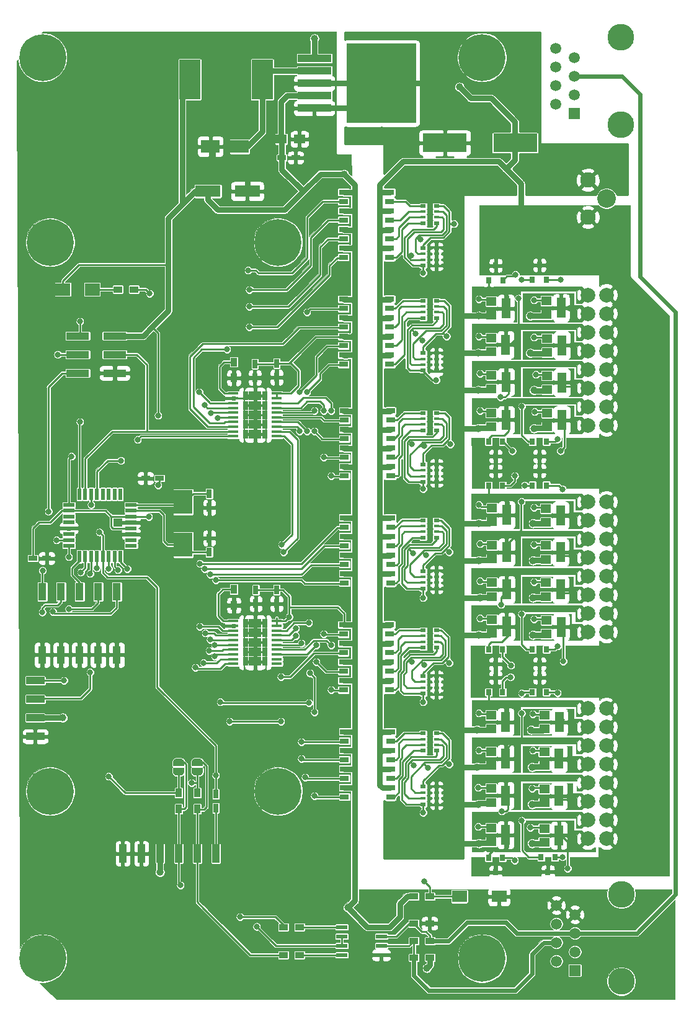
<source format=gbr>
G04 #@! TF.GenerationSoftware,KiCad,Pcbnew,(5.1.8)-1*
G04 #@! TF.CreationDate,2022-01-31T17:06:36-05:00*
G04 #@! TF.ProjectId,ElectromagnetController_V3,456c6563-7472-46f6-9d61-676e6574436f,rev?*
G04 #@! TF.SameCoordinates,Original*
G04 #@! TF.FileFunction,Copper,L1,Top*
G04 #@! TF.FilePolarity,Positive*
%FSLAX46Y46*%
G04 Gerber Fmt 4.6, Leading zero omitted, Abs format (unit mm)*
G04 Created by KiCad (PCBNEW (5.1.8)-1) date 2022-01-31 17:06:36*
%MOMM*%
%LPD*%
G01*
G04 APERTURE LIST*
G04 #@! TA.AperFunction,SMDPad,CuDef*
%ADD10R,2.500000X1.800000*%
G04 #@! TD*
G04 #@! TA.AperFunction,SMDPad,CuDef*
%ADD11R,1.400000X1.200000*%
G04 #@! TD*
G04 #@! TA.AperFunction,SMDPad,CuDef*
%ADD12R,1.300000X2.800000*%
G04 #@! TD*
G04 #@! TA.AperFunction,SMDPad,CuDef*
%ADD13R,6.000000X2.500000*%
G04 #@! TD*
G04 #@! TA.AperFunction,SMDPad,CuDef*
%ADD14R,4.600000X1.100000*%
G04 #@! TD*
G04 #@! TA.AperFunction,SMDPad,CuDef*
%ADD15R,9.400000X10.800000*%
G04 #@! TD*
G04 #@! TA.AperFunction,SMDPad,CuDef*
%ADD16R,4.550000X5.250000*%
G04 #@! TD*
G04 #@! TA.AperFunction,SMDPad,CuDef*
%ADD17R,2.900000X5.400000*%
G04 #@! TD*
G04 #@! TA.AperFunction,SMDPad,CuDef*
%ADD18R,1.200000X0.750000*%
G04 #@! TD*
G04 #@! TA.AperFunction,SMDPad,CuDef*
%ADD19R,3.500000X1.600000*%
G04 #@! TD*
G04 #@! TA.AperFunction,SMDPad,CuDef*
%ADD20R,0.800000X0.900000*%
G04 #@! TD*
G04 #@! TA.AperFunction,ComponentPad*
%ADD21C,2.000000*%
G04 #@! TD*
G04 #@! TA.AperFunction,SMDPad,CuDef*
%ADD22R,0.800000X0.500000*%
G04 #@! TD*
G04 #@! TA.AperFunction,SMDPad,CuDef*
%ADD23R,0.800000X0.400000*%
G04 #@! TD*
G04 #@! TA.AperFunction,SMDPad,CuDef*
%ADD24R,1.300000X0.800000*%
G04 #@! TD*
G04 #@! TA.AperFunction,WasherPad*
%ADD25C,3.650000*%
G04 #@! TD*
G04 #@! TA.AperFunction,ComponentPad*
%ADD26R,1.500000X1.500000*%
G04 #@! TD*
G04 #@! TA.AperFunction,ComponentPad*
%ADD27C,1.500000*%
G04 #@! TD*
G04 #@! TA.AperFunction,SMDPad,CuDef*
%ADD28R,1.000000X2.500000*%
G04 #@! TD*
G04 #@! TA.AperFunction,SMDPad,CuDef*
%ADD29R,0.900000X1.200000*%
G04 #@! TD*
G04 #@! TA.AperFunction,SMDPad,CuDef*
%ADD30C,0.100000*%
G04 #@! TD*
G04 #@! TA.AperFunction,SMDPad,CuDef*
%ADD31R,2.500000X1.000000*%
G04 #@! TD*
G04 #@! TA.AperFunction,SMDPad,CuDef*
%ADD32R,0.750000X1.200000*%
G04 #@! TD*
G04 #@! TA.AperFunction,SMDPad,CuDef*
%ADD33R,3.150000X1.000000*%
G04 #@! TD*
G04 #@! TA.AperFunction,SMDPad,CuDef*
%ADD34R,1.120000X2.440000*%
G04 #@! TD*
G04 #@! TA.AperFunction,SMDPad,CuDef*
%ADD35R,1.200000X0.900000*%
G04 #@! TD*
G04 #@! TA.AperFunction,SMDPad,CuDef*
%ADD36R,2.000000X1.700000*%
G04 #@! TD*
G04 #@! TA.AperFunction,SMDPad,CuDef*
%ADD37R,1.600000X0.550000*%
G04 #@! TD*
G04 #@! TA.AperFunction,SMDPad,CuDef*
%ADD38R,0.550000X1.600000*%
G04 #@! TD*
G04 #@! TA.AperFunction,SMDPad,CuDef*
%ADD39R,1.500000X1.250000*%
G04 #@! TD*
G04 #@! TA.AperFunction,ComponentPad*
%ADD40C,6.400000*%
G04 #@! TD*
G04 #@! TA.AperFunction,ComponentPad*
%ADD41C,2.108200*%
G04 #@! TD*
G04 #@! TA.AperFunction,ComponentPad*
%ADD42C,2.540000*%
G04 #@! TD*
G04 #@! TA.AperFunction,ComponentPad*
%ADD43R,0.800000X1.300000*%
G04 #@! TD*
G04 #@! TA.AperFunction,ComponentPad*
%ADD44R,1.800000X1.300000*%
G04 #@! TD*
G04 #@! TA.AperFunction,SMDPad,CuDef*
%ADD45R,1.450000X0.450000*%
G04 #@! TD*
G04 #@! TA.AperFunction,SMDPad,CuDef*
%ADD46R,2.000000X1.600000*%
G04 #@! TD*
G04 #@! TA.AperFunction,SMDPad,CuDef*
%ADD47R,2.500000X3.325000*%
G04 #@! TD*
G04 #@! TA.AperFunction,SMDPad,CuDef*
%ADD48R,1.550000X0.600000*%
G04 #@! TD*
G04 #@! TA.AperFunction,ComponentPad*
%ADD49C,0.800000*%
G04 #@! TD*
G04 #@! TA.AperFunction,ViaPad*
%ADD50C,1.000000*%
G04 #@! TD*
G04 #@! TA.AperFunction,ViaPad*
%ADD51C,0.800000*%
G04 #@! TD*
G04 #@! TA.AperFunction,Conductor*
%ADD52C,0.800000*%
G04 #@! TD*
G04 #@! TA.AperFunction,Conductor*
%ADD53C,0.250000*%
G04 #@! TD*
G04 #@! TA.AperFunction,Conductor*
%ADD54C,0.600000*%
G04 #@! TD*
G04 #@! TA.AperFunction,Conductor*
%ADD55C,0.063500*%
G04 #@! TD*
G04 #@! TA.AperFunction,Conductor*
%ADD56C,0.100000*%
G04 #@! TD*
G04 #@! TA.AperFunction,Conductor*
%ADD57C,0.254000*%
G04 #@! TD*
G04 APERTURE END LIST*
D10*
G04 #@! TO.P,D2,1*
G04 #@! TO.N,Net-(D2-Pad1)*
X91916000Y-42164000D03*
G04 #@! TO.P,D2,2*
G04 #@! TO.N,GND*
X87916000Y-42164000D03*
G04 #@! TD*
D11*
G04 #@! TO.P,Q24,1*
G04 #@! TO.N,Net-(Q24-Pad1)*
X133493000Y-135237000D03*
G04 #@! TO.P,Q24,2*
G04 #@! TO.N,GND*
X133493000Y-137137000D03*
D12*
G04 #@! TO.P,Q24,3*
G04 #@! TO.N,/sheet61B8751A/EM_23*
X135493000Y-136187000D03*
G04 #@! TD*
D11*
G04 #@! TO.P,Q23,1*
G04 #@! TO.N,Net-(Q23-Pad1)*
X126224000Y-135194000D03*
G04 #@! TO.P,Q23,2*
G04 #@! TO.N,GND*
X126224000Y-137094000D03*
D12*
G04 #@! TO.P,Q23,3*
G04 #@! TO.N,/sheet61B8751A/EM_22*
X128224000Y-136144000D03*
G04 #@! TD*
D11*
G04 #@! TO.P,Q22,1*
G04 #@! TO.N,Net-(Q22-Pad1)*
X133493000Y-129860000D03*
G04 #@! TO.P,Q22,2*
G04 #@! TO.N,GND*
X133493000Y-131760000D03*
D12*
G04 #@! TO.P,Q22,3*
G04 #@! TO.N,/sheet61B8751A/EM_21*
X135493000Y-130810000D03*
G04 #@! TD*
D11*
G04 #@! TO.P,Q21,1*
G04 #@! TO.N,Net-(Q21-Pad1)*
X133493000Y-124780000D03*
G04 #@! TO.P,Q21,2*
G04 #@! TO.N,GND*
X133493000Y-126680000D03*
D12*
G04 #@! TO.P,Q21,3*
G04 #@! TO.N,/sheet61B8751A/EM_19*
X135493000Y-125730000D03*
G04 #@! TD*
D11*
G04 #@! TO.P,Q20,1*
G04 #@! TO.N,Net-(Q20-Pad1)*
X126224000Y-124780000D03*
G04 #@! TO.P,Q20,2*
G04 #@! TO.N,GND*
X126224000Y-126680000D03*
D12*
G04 #@! TO.P,Q20,3*
G04 #@! TO.N,/sheet61B8751A/EM_18*
X128224000Y-125730000D03*
G04 #@! TD*
D11*
G04 #@! TO.P,Q19,1*
G04 #@! TO.N,Net-(Q19-Pad1)*
X133523000Y-119784000D03*
G04 #@! TO.P,Q19,2*
G04 #@! TO.N,GND*
X133523000Y-121684000D03*
D12*
G04 #@! TO.P,Q19,3*
G04 #@! TO.N,/sheet61B8751A/EM_17*
X135523000Y-120734000D03*
G04 #@! TD*
D11*
G04 #@! TO.P,Q18,1*
G04 #@! TO.N,Net-(Q18-Pad1)*
X126224000Y-119784000D03*
G04 #@! TO.P,Q18,2*
G04 #@! TO.N,GND*
X126224000Y-121684000D03*
D12*
G04 #@! TO.P,Q18,3*
G04 #@! TO.N,/sheet61B8751A/EM_16*
X128224000Y-120734000D03*
G04 #@! TD*
D11*
G04 #@! TO.P,Q17,1*
G04 #@! TO.N,Net-(Q17-Pad1)*
X126224000Y-129796500D03*
G04 #@! TO.P,Q17,2*
G04 #@! TO.N,GND*
X126224000Y-131696500D03*
D12*
G04 #@! TO.P,Q17,3*
G04 #@! TO.N,/sheet61B8751A/EM_20*
X128224000Y-130746500D03*
G04 #@! TD*
D11*
G04 #@! TO.P,Q16,1*
G04 #@! TO.N,Net-(Q16-Pad1)*
X133777000Y-106789000D03*
G04 #@! TO.P,Q16,2*
G04 #@! TO.N,GND*
X133777000Y-108689000D03*
D12*
G04 #@! TO.P,Q16,3*
G04 #@! TO.N,/sheet61B8751A/EM_15*
X135777000Y-107739000D03*
G04 #@! TD*
D11*
G04 #@! TO.P,Q15,1*
G04 #@! TO.N,Net-(Q15-Pad1)*
X126351000Y-106746000D03*
G04 #@! TO.P,Q15,2*
G04 #@! TO.N,GND*
X126351000Y-108646000D03*
D12*
G04 #@! TO.P,Q15,3*
G04 #@! TO.N,/sheet61B8751A/EM_14*
X128351000Y-107696000D03*
G04 #@! TD*
D11*
G04 #@! TO.P,Q14,1*
G04 #@! TO.N,Net-(Q14-Pad1)*
X133713500Y-101686500D03*
G04 #@! TO.P,Q14,2*
G04 #@! TO.N,GND*
X133713500Y-103586500D03*
D12*
G04 #@! TO.P,Q14,3*
G04 #@! TO.N,/sheet61B8751A/EM_13*
X135713500Y-102636500D03*
G04 #@! TD*
D11*
G04 #@! TO.P,Q13,1*
G04 #@! TO.N,Net-(Q13-Pad1)*
X126347500Y-101686500D03*
G04 #@! TO.P,Q13,2*
G04 #@! TO.N,GND*
X126347500Y-103586500D03*
D12*
G04 #@! TO.P,Q13,3*
G04 #@! TO.N,/sheet61B8751A/EM_12*
X128347500Y-102636500D03*
G04 #@! TD*
D11*
G04 #@! TO.P,Q12,1*
G04 #@! TO.N,Net-(Q12-Pad1)*
X133713500Y-96606500D03*
G04 #@! TO.P,Q12,2*
G04 #@! TO.N,GND*
X133713500Y-98506500D03*
D12*
G04 #@! TO.P,Q12,3*
G04 #@! TO.N,/Sheet614B2B13/EM_11*
X135713500Y-97556500D03*
G04 #@! TD*
D11*
G04 #@! TO.P,Q11,1*
G04 #@! TO.N,Net-(Q11-Pad1)*
X126347500Y-96586000D03*
G04 #@! TO.P,Q11,2*
G04 #@! TO.N,GND*
X126347500Y-98486000D03*
D12*
G04 #@! TO.P,Q11,3*
G04 #@! TO.N,/Sheet614B2B13/EM_10*
X128347500Y-97536000D03*
G04 #@! TD*
D11*
G04 #@! TO.P,Q10,1*
G04 #@! TO.N,Net-(Q10-Pad1)*
X133713500Y-91569500D03*
G04 #@! TO.P,Q10,2*
G04 #@! TO.N,GND*
X133713500Y-93469500D03*
D12*
G04 #@! TO.P,Q10,3*
G04 #@! TO.N,/Sheet614B2B13/EM_09*
X135713500Y-92519500D03*
G04 #@! TD*
D11*
G04 #@! TO.P,Q9,1*
G04 #@! TO.N,Net-(Q9-Pad1)*
X126351000Y-91506000D03*
G04 #@! TO.P,Q9,2*
G04 #@! TO.N,GND*
X126351000Y-93406000D03*
D12*
G04 #@! TO.P,Q9,3*
G04 #@! TO.N,/Sheet614B2B13/EM_08*
X128351000Y-92456000D03*
G04 #@! TD*
D11*
G04 #@! TO.P,Q8,1*
G04 #@! TO.N,Net-(Q8-Pad1)*
X133904000Y-78552000D03*
G04 #@! TO.P,Q8,2*
G04 #@! TO.N,GND*
X133904000Y-80452000D03*
D12*
G04 #@! TO.P,Q8,3*
G04 #@! TO.N,/Sheet614B2B13/EM_07*
X135904000Y-79502000D03*
G04 #@! TD*
D11*
G04 #@! TO.P,Q7,1*
G04 #@! TO.N,Net-(Q7-Pad1)*
X126284000Y-78509000D03*
G04 #@! TO.P,Q7,2*
G04 #@! TO.N,GND*
X126284000Y-80409000D03*
D12*
G04 #@! TO.P,Q7,3*
G04 #@! TO.N,/Sheet614B2B13/EM_06*
X128284000Y-79459000D03*
G04 #@! TD*
D11*
G04 #@! TO.P,Q6,1*
G04 #@! TO.N,Net-(Q6-Pad1)*
X133904000Y-73429000D03*
G04 #@! TO.P,Q6,2*
G04 #@! TO.N,GND*
X133904000Y-75329000D03*
D12*
G04 #@! TO.P,Q6,3*
G04 #@! TO.N,/Sheet614B2B13/EM_05*
X135904000Y-74379000D03*
G04 #@! TD*
D11*
G04 #@! TO.P,Q5,1*
G04 #@! TO.N,Net-(Q5-Pad1)*
X126284000Y-73345000D03*
G04 #@! TO.P,Q5,2*
G04 #@! TO.N,GND*
X126284000Y-75245000D03*
D12*
G04 #@! TO.P,Q5,3*
G04 #@! TO.N,/Sheet614B2B13/EM_04*
X128284000Y-74295000D03*
G04 #@! TD*
D11*
G04 #@! TO.P,Q4,1*
G04 #@! TO.N,Net-(Q4-Pad1)*
X133904000Y-68349000D03*
G04 #@! TO.P,Q4,2*
G04 #@! TO.N,GND*
X133904000Y-70249000D03*
D12*
G04 #@! TO.P,Q4,3*
G04 #@! TO.N,/Sheet614B2B13/EM_03*
X135904000Y-69299000D03*
G04 #@! TD*
D11*
G04 #@! TO.P,Q3,1*
G04 #@! TO.N,Net-(Q3-Pad1)*
X126224000Y-68265000D03*
G04 #@! TO.P,Q3,2*
G04 #@! TO.N,GND*
X126224000Y-70165000D03*
D12*
G04 #@! TO.P,Q3,3*
G04 #@! TO.N,/Sheet614B2B13/EM_02*
X128224000Y-69215000D03*
G04 #@! TD*
D11*
G04 #@! TO.P,Q2,1*
G04 #@! TO.N,Net-(Q2-Pad1)*
X133777000Y-63228000D03*
G04 #@! TO.P,Q2,2*
G04 #@! TO.N,GND*
X133777000Y-65128000D03*
D12*
G04 #@! TO.P,Q2,3*
G04 #@! TO.N,/Sheet614B2B13/EM_01*
X135777000Y-64178000D03*
G04 #@! TD*
D11*
G04 #@! TO.P,Q1,1*
G04 #@! TO.N,Net-(Q1-Pad1)*
X126270000Y-63312000D03*
G04 #@! TO.P,Q1,2*
G04 #@! TO.N,GND*
X126270000Y-65212000D03*
D12*
G04 #@! TO.P,Q1,3*
G04 #@! TO.N,/Sheet614B2B13/EM_00*
X128270000Y-64262000D03*
G04 #@! TD*
D13*
G04 #@! TO.P,C6,1*
G04 #@! TO.N,+12V*
X129514000Y-41656000D03*
G04 #@! TO.P,C6,2*
G04 #@! TO.N,GND*
X119914000Y-41656000D03*
G04 #@! TD*
D14*
G04 #@! TO.P,U8,1*
G04 #@! TO.N,+12V*
X102102000Y-30128000D03*
G04 #@! TO.P,U8,2*
G04 #@! TO.N,Net-(D2-Pad1)*
X102102000Y-31828000D03*
G04 #@! TO.P,U8,3*
G04 #@! TO.N,GND*
X102102000Y-33528000D03*
G04 #@! TO.P,U8,4*
G04 #@! TO.N,+5V*
X102102000Y-35228000D03*
G04 #@! TO.P,U8,5*
G04 #@! TO.N,GND*
X102102000Y-36928000D03*
D15*
G04 #@! TO.P,U8,3*
X111252000Y-33528000D03*
D16*
X113677000Y-36303000D03*
X108827000Y-30753000D03*
X113677000Y-30753000D03*
X108827000Y-36303000D03*
G04 #@! TD*
D17*
G04 #@! TO.P,L1,1*
G04 #@! TO.N,Net-(D2-Pad1)*
X94996000Y-33020000D03*
G04 #@! TO.P,L1,2*
G04 #@! TO.N,+5V*
X85096000Y-33020000D03*
G04 #@! TD*
D18*
G04 #@! TO.P,C8,1*
G04 #@! TO.N,+5V*
X97668000Y-43688000D03*
G04 #@! TO.P,C8,2*
G04 #@! TO.N,GND*
X99568000Y-43688000D03*
G04 #@! TD*
D19*
G04 #@! TO.P,C7,1*
G04 #@! TO.N,+5V*
X87564000Y-48260000D03*
G04 #@! TO.P,C7,2*
G04 #@! TO.N,GND*
X92964000Y-48260000D03*
G04 #@! TD*
D20*
G04 #@! TO.P,D14,1*
G04 #@! TO.N,/Sheet614B2B13/EM_10*
X131876800Y-88417400D03*
G04 #@! TO.P,D14,2*
G04 #@! TO.N,/Sheet614B2B13/EM_11*
X133776800Y-88417400D03*
G04 #@! TO.P,D14,3*
G04 #@! TO.N,+12V*
X132826800Y-86417400D03*
G04 #@! TD*
G04 #@! TO.P,D13,1*
G04 #@! TO.N,/Sheet614B2B13/EM_08*
X125897600Y-88442800D03*
G04 #@! TO.P,D13,2*
G04 #@! TO.N,/Sheet614B2B13/EM_09*
X127797600Y-88442800D03*
G04 #@! TO.P,D13,3*
G04 #@! TO.N,+12V*
X126847600Y-86442800D03*
G04 #@! TD*
G04 #@! TO.P,D12,1*
G04 #@! TO.N,/sheet61B8751A/EM_16*
X125897600Y-116646200D03*
G04 #@! TO.P,D12,2*
G04 #@! TO.N,/sheet61B8751A/EM_17*
X127797600Y-116646200D03*
G04 #@! TO.P,D12,3*
G04 #@! TO.N,+12V*
X126847600Y-114646200D03*
G04 #@! TD*
G04 #@! TO.P,D11,1*
G04 #@! TO.N,/sheet61B8751A/EM_18*
X131876800Y-116630200D03*
G04 #@! TO.P,D11,2*
G04 #@! TO.N,/sheet61B8751A/EM_19*
X133776800Y-116630200D03*
G04 #@! TO.P,D11,3*
G04 #@! TO.N,+12V*
X132826800Y-114630200D03*
G04 #@! TD*
G04 #@! TO.P,D10,1*
G04 #@! TO.N,/sheet61B8751A/EM_21*
X134945200Y-139192000D03*
G04 #@! TO.P,D10,2*
G04 #@! TO.N,/sheet61B8751A/EM_20*
X133045200Y-139192000D03*
G04 #@! TO.P,D10,3*
G04 #@! TO.N,+12V*
X133995200Y-141192000D03*
G04 #@! TD*
G04 #@! TO.P,D9,1*
G04 #@! TO.N,/sheet61B8751A/EM_23*
X127797600Y-139242800D03*
G04 #@! TO.P,D9,2*
G04 #@! TO.N,/sheet61B8751A/EM_22*
X125897600Y-139242800D03*
G04 #@! TO.P,D9,3*
G04 #@! TO.N,+12V*
X126847600Y-141242800D03*
G04 #@! TD*
G04 #@! TO.P,D8,1*
G04 #@! TO.N,/sheet61B8751A/EM_15*
X127797600Y-110820200D03*
G04 #@! TO.P,D8,2*
G04 #@! TO.N,/sheet61B8751A/EM_14*
X125897600Y-110820200D03*
G04 #@! TO.P,D8,3*
G04 #@! TO.N,+12V*
X126847600Y-112820200D03*
G04 #@! TD*
G04 #@! TO.P,D7,1*
G04 #@! TO.N,/sheet61B8751A/EM_13*
X133776800Y-110794800D03*
G04 #@! TO.P,D7,2*
G04 #@! TO.N,/sheet61B8751A/EM_12*
X131876800Y-110794800D03*
G04 #@! TO.P,D7,3*
G04 #@! TO.N,+12V*
X132826800Y-112794800D03*
G04 #@! TD*
G04 #@! TO.P,D6,1*
G04 #@! TO.N,/Sheet614B2B13/EM_07*
X127797600Y-82448400D03*
G04 #@! TO.P,D6,2*
G04 #@! TO.N,/Sheet614B2B13/EM_06*
X125897600Y-82448400D03*
G04 #@! TO.P,D6,3*
G04 #@! TO.N,+12V*
X126847600Y-84448400D03*
G04 #@! TD*
G04 #@! TO.P,D5,1*
G04 #@! TO.N,/Sheet614B2B13/EM_05*
X133776800Y-82448400D03*
G04 #@! TO.P,D5,2*
G04 #@! TO.N,/Sheet614B2B13/EM_04*
X131876800Y-82448400D03*
G04 #@! TO.P,D5,3*
G04 #@! TO.N,+12V*
X132826800Y-84448400D03*
G04 #@! TD*
G04 #@! TO.P,D4,1*
G04 #@! TO.N,/Sheet614B2B13/EM_02*
X131876800Y-60350400D03*
G04 #@! TO.P,D4,2*
G04 #@! TO.N,/Sheet614B2B13/EM_03*
X133776800Y-60350400D03*
G04 #@! TO.P,D4,3*
G04 #@! TO.N,+12V*
X132826800Y-58350400D03*
G04 #@! TD*
G04 #@! TO.P,D3,1*
G04 #@! TO.N,/Sheet614B2B13/EM_00*
X125923000Y-60410600D03*
G04 #@! TO.P,D3,2*
G04 #@! TO.N,/Sheet614B2B13/EM_01*
X127823000Y-60410600D03*
G04 #@! TO.P,D3,3*
G04 #@! TO.N,+12V*
X126873000Y-58410600D03*
G04 #@! TD*
D18*
G04 #@! TO.P,C15,1*
G04 #@! TO.N,+5V*
X80949800Y-87452200D03*
G04 #@! TO.P,C15,2*
G04 #@! TO.N,GND*
X79049800Y-87452200D03*
G04 #@! TD*
G04 #@! TO.P,C14,1*
G04 #@! TO.N,+5V*
X63682800Y-98374200D03*
G04 #@! TO.P,C14,2*
G04 #@! TO.N,GND*
X65582800Y-98374200D03*
G04 #@! TD*
D21*
G04 #@! TO.P,J9,16*
G04 #@! TO.N,+12V*
X141986000Y-136652000D03*
G04 #@! TO.P,J9,15*
G04 #@! TO.N,/sheet61B8751A/EM_23*
X139446000Y-136652000D03*
G04 #@! TO.P,J9,14*
G04 #@! TO.N,+12V*
X141986000Y-134112000D03*
G04 #@! TO.P,J9,13*
G04 #@! TO.N,/sheet61B8751A/EM_22*
X139446000Y-134112000D03*
G04 #@! TO.P,J9,12*
G04 #@! TO.N,+12V*
X141986000Y-131572000D03*
G04 #@! TO.P,J9,11*
G04 #@! TO.N,/sheet61B8751A/EM_21*
X139446000Y-131572000D03*
G04 #@! TO.P,J9,10*
G04 #@! TO.N,+12V*
X141986000Y-129032000D03*
G04 #@! TO.P,J9,9*
G04 #@! TO.N,/sheet61B8751A/EM_20*
X139446000Y-129032000D03*
G04 #@! TO.P,J9,8*
G04 #@! TO.N,+12V*
X141986000Y-126492000D03*
G04 #@! TO.P,J9,7*
G04 #@! TO.N,/sheet61B8751A/EM_19*
X139446000Y-126492000D03*
G04 #@! TO.P,J9,6*
G04 #@! TO.N,+12V*
X141986000Y-123952000D03*
G04 #@! TO.P,J9,5*
G04 #@! TO.N,/sheet61B8751A/EM_18*
X139446000Y-123952000D03*
G04 #@! TO.P,J9,4*
G04 #@! TO.N,+12V*
X141986000Y-121412000D03*
G04 #@! TO.P,J9,3*
G04 #@! TO.N,/sheet61B8751A/EM_17*
X139446000Y-121412000D03*
G04 #@! TO.P,J9,2*
G04 #@! TO.N,+12V*
X141986000Y-118872000D03*
G04 #@! TO.P,J9,1*
G04 #@! TO.N,/sheet61B8751A/EM_16*
X139446000Y-118872000D03*
G04 #@! TD*
G04 #@! TO.P,J8,16*
G04 #@! TO.N,+12V*
X141986000Y-108458000D03*
G04 #@! TO.P,J8,15*
G04 #@! TO.N,/sheet61B8751A/EM_15*
X139446000Y-108458000D03*
G04 #@! TO.P,J8,14*
G04 #@! TO.N,+12V*
X141986000Y-105918000D03*
G04 #@! TO.P,J8,13*
G04 #@! TO.N,/sheet61B8751A/EM_14*
X139446000Y-105918000D03*
G04 #@! TO.P,J8,12*
G04 #@! TO.N,+12V*
X141986000Y-103378000D03*
G04 #@! TO.P,J8,11*
G04 #@! TO.N,/sheet61B8751A/EM_13*
X139446000Y-103378000D03*
G04 #@! TO.P,J8,10*
G04 #@! TO.N,+12V*
X141986000Y-100838000D03*
G04 #@! TO.P,J8,9*
G04 #@! TO.N,/sheet61B8751A/EM_12*
X139446000Y-100838000D03*
G04 #@! TO.P,J8,8*
G04 #@! TO.N,+12V*
X141986000Y-98298000D03*
G04 #@! TO.P,J8,7*
G04 #@! TO.N,/Sheet614B2B13/EM_11*
X139446000Y-98298000D03*
G04 #@! TO.P,J8,6*
G04 #@! TO.N,+12V*
X141986000Y-95758000D03*
G04 #@! TO.P,J8,5*
G04 #@! TO.N,/Sheet614B2B13/EM_10*
X139446000Y-95758000D03*
G04 #@! TO.P,J8,4*
G04 #@! TO.N,+12V*
X141986000Y-93218000D03*
G04 #@! TO.P,J8,3*
G04 #@! TO.N,/Sheet614B2B13/EM_09*
X139446000Y-93218000D03*
G04 #@! TO.P,J8,2*
G04 #@! TO.N,+12V*
X141986000Y-90678000D03*
G04 #@! TO.P,J8,1*
G04 #@! TO.N,/Sheet614B2B13/EM_08*
X139446000Y-90678000D03*
G04 #@! TD*
G04 #@! TO.P,J1,16*
G04 #@! TO.N,+12V*
X141986000Y-80200500D03*
G04 #@! TO.P,J1,15*
G04 #@! TO.N,/Sheet614B2B13/EM_07*
X139446000Y-80200500D03*
G04 #@! TO.P,J1,14*
G04 #@! TO.N,+12V*
X141986000Y-77660500D03*
G04 #@! TO.P,J1,13*
G04 #@! TO.N,/Sheet614B2B13/EM_06*
X139446000Y-77660500D03*
G04 #@! TO.P,J1,12*
G04 #@! TO.N,+12V*
X141986000Y-75120500D03*
G04 #@! TO.P,J1,11*
G04 #@! TO.N,/Sheet614B2B13/EM_05*
X139446000Y-75120500D03*
G04 #@! TO.P,J1,10*
G04 #@! TO.N,+12V*
X141986000Y-72580500D03*
G04 #@! TO.P,J1,9*
G04 #@! TO.N,/Sheet614B2B13/EM_04*
X139446000Y-72580500D03*
G04 #@! TO.P,J1,8*
G04 #@! TO.N,+12V*
X141986000Y-70040500D03*
G04 #@! TO.P,J1,7*
G04 #@! TO.N,/Sheet614B2B13/EM_03*
X139446000Y-70040500D03*
G04 #@! TO.P,J1,6*
G04 #@! TO.N,+12V*
X141986000Y-67500500D03*
G04 #@! TO.P,J1,5*
G04 #@! TO.N,/Sheet614B2B13/EM_02*
X139446000Y-67500500D03*
G04 #@! TO.P,J1,4*
G04 #@! TO.N,+12V*
X141986000Y-64960500D03*
G04 #@! TO.P,J1,3*
G04 #@! TO.N,/Sheet614B2B13/EM_01*
X139446000Y-64960500D03*
G04 #@! TO.P,J1,2*
G04 #@! TO.N,+12V*
X141986000Y-62420500D03*
G04 #@! TO.P,J1,1*
G04 #@! TO.N,/Sheet614B2B13/EM_00*
X139446000Y-62420500D03*
G04 #@! TD*
D22*
G04 #@! TO.P,RN11,1*
G04 #@! TO.N,Net-(RN11-Pad1)*
X116967000Y-122244000D03*
D23*
G04 #@! TO.P,RN11,3*
G04 #@! TO.N,Net-(RN11-Pad3)*
X116967000Y-123844000D03*
G04 #@! TO.P,RN11,2*
G04 #@! TO.N,Net-(RN11-Pad2)*
X116967000Y-123044000D03*
D22*
G04 #@! TO.P,RN11,4*
G04 #@! TO.N,Net-(RN11-Pad4)*
X116967000Y-124644000D03*
D23*
G04 #@! TO.P,RN11,7*
G04 #@! TO.N,Net-(Q22-Pad1)*
X118767000Y-123044000D03*
D22*
G04 #@! TO.P,RN11,8*
G04 #@! TO.N,Net-(Q17-Pad1)*
X118767000Y-122244000D03*
D23*
G04 #@! TO.P,RN11,6*
G04 #@! TO.N,Net-(Q23-Pad1)*
X118767000Y-123844000D03*
D22*
G04 #@! TO.P,RN11,5*
G04 #@! TO.N,Net-(Q24-Pad1)*
X118767000Y-124644000D03*
G04 #@! TD*
G04 #@! TO.P,RN12,1*
G04 #@! TO.N,Net-(Q17-Pad1)*
X116967000Y-129540000D03*
D23*
G04 #@! TO.P,RN12,3*
G04 #@! TO.N,Net-(Q23-Pad1)*
X116967000Y-131140000D03*
G04 #@! TO.P,RN12,2*
G04 #@! TO.N,Net-(Q22-Pad1)*
X116967000Y-130340000D03*
D22*
G04 #@! TO.P,RN12,4*
G04 #@! TO.N,Net-(Q24-Pad1)*
X116967000Y-131940000D03*
D23*
G04 #@! TO.P,RN12,7*
G04 #@! TO.N,GND*
X118767000Y-130340000D03*
D22*
G04 #@! TO.P,RN12,8*
X118767000Y-129540000D03*
D23*
G04 #@! TO.P,RN12,6*
X118767000Y-131140000D03*
D22*
G04 #@! TO.P,RN12,5*
X118767000Y-131940000D03*
G04 #@! TD*
D24*
G04 #@! TO.P,U11,1*
G04 #@! TO.N,+5V*
X106197000Y-122042000D03*
G04 #@! TO.P,U11,2*
G04 #@! TO.N,PWM_20*
X106197000Y-123322000D03*
G04 #@! TO.P,U11,3*
G04 #@! TO.N,+5V*
X106197000Y-124582000D03*
G04 #@! TO.P,U11,4*
G04 #@! TO.N,PWM_21*
X106197000Y-125852000D03*
G04 #@! TO.P,U11,5*
G04 #@! TO.N,+5V*
X106197000Y-127132000D03*
G04 #@! TO.P,U11,6*
G04 #@! TO.N,PWM_22*
X106197000Y-128402000D03*
G04 #@! TO.P,U11,7*
G04 #@! TO.N,+5V*
X106197000Y-129662000D03*
G04 #@! TO.P,U11,8*
G04 #@! TO.N,PWM_23*
X106197000Y-130942000D03*
G04 #@! TO.P,U11,9*
G04 #@! TO.N,Net-(RN11-Pad4)*
X112497000Y-130942000D03*
G04 #@! TO.P,U11,10*
G04 #@! TO.N,+12V*
X112497000Y-129662000D03*
G04 #@! TO.P,U11,11*
G04 #@! TO.N,Net-(RN11-Pad3)*
X112497000Y-128402000D03*
G04 #@! TO.P,U11,12*
G04 #@! TO.N,+12V*
X112497000Y-127132000D03*
G04 #@! TO.P,U11,13*
G04 #@! TO.N,Net-(RN11-Pad2)*
X112497000Y-125852000D03*
G04 #@! TO.P,U11,14*
G04 #@! TO.N,+12V*
X112497000Y-124582000D03*
G04 #@! TO.P,U11,15*
G04 #@! TO.N,Net-(RN11-Pad1)*
X112497000Y-123322000D03*
G04 #@! TO.P,U11,16*
G04 #@! TO.N,+12V*
X112497000Y-122042000D03*
G04 #@! TD*
G04 #@! TO.P,U9,1*
G04 #@! TO.N,+5V*
X106070000Y-107437000D03*
G04 #@! TO.P,U9,2*
G04 #@! TO.N,PWM_16*
X106070000Y-108717000D03*
G04 #@! TO.P,U9,3*
G04 #@! TO.N,+5V*
X106070000Y-109977000D03*
G04 #@! TO.P,U9,4*
G04 #@! TO.N,PWM_17*
X106070000Y-111247000D03*
G04 #@! TO.P,U9,5*
G04 #@! TO.N,+5V*
X106070000Y-112527000D03*
G04 #@! TO.P,U9,6*
G04 #@! TO.N,PWM_18*
X106070000Y-113797000D03*
G04 #@! TO.P,U9,7*
G04 #@! TO.N,+5V*
X106070000Y-115057000D03*
G04 #@! TO.P,U9,8*
G04 #@! TO.N,PWM_19*
X106070000Y-116337000D03*
G04 #@! TO.P,U9,9*
G04 #@! TO.N,Net-(RN9-Pad4)*
X112370000Y-116337000D03*
G04 #@! TO.P,U9,10*
G04 #@! TO.N,+12V*
X112370000Y-115057000D03*
G04 #@! TO.P,U9,11*
G04 #@! TO.N,Net-(RN9-Pad3)*
X112370000Y-113797000D03*
G04 #@! TO.P,U9,12*
G04 #@! TO.N,+12V*
X112370000Y-112527000D03*
G04 #@! TO.P,U9,13*
G04 #@! TO.N,Net-(RN9-Pad2)*
X112370000Y-111247000D03*
G04 #@! TO.P,U9,14*
G04 #@! TO.N,+12V*
X112370000Y-109977000D03*
G04 #@! TO.P,U9,15*
G04 #@! TO.N,Net-(RN9-Pad1)*
X112370000Y-108717000D03*
G04 #@! TO.P,U9,16*
G04 #@! TO.N,+12V*
X112370000Y-107437000D03*
G04 #@! TD*
G04 #@! TO.P,U7,1*
G04 #@! TO.N,+5V*
X106070000Y-48382000D03*
G04 #@! TO.P,U7,2*
G04 #@! TO.N,PWM_00*
X106070000Y-49662000D03*
G04 #@! TO.P,U7,3*
G04 #@! TO.N,+5V*
X106070000Y-50922000D03*
G04 #@! TO.P,U7,4*
G04 #@! TO.N,PWM_01*
X106070000Y-52192000D03*
G04 #@! TO.P,U7,5*
G04 #@! TO.N,+5V*
X106070000Y-53472000D03*
G04 #@! TO.P,U7,6*
G04 #@! TO.N,PWM_02*
X106070000Y-54742000D03*
G04 #@! TO.P,U7,7*
G04 #@! TO.N,+5V*
X106070000Y-56002000D03*
G04 #@! TO.P,U7,8*
G04 #@! TO.N,PWM_03*
X106070000Y-57282000D03*
G04 #@! TO.P,U7,9*
G04 #@! TO.N,Net-(RN1-Pad4)*
X112370000Y-57282000D03*
G04 #@! TO.P,U7,10*
G04 #@! TO.N,+12V*
X112370000Y-56002000D03*
G04 #@! TO.P,U7,11*
G04 #@! TO.N,Net-(RN1-Pad3)*
X112370000Y-54742000D03*
G04 #@! TO.P,U7,12*
G04 #@! TO.N,+12V*
X112370000Y-53472000D03*
G04 #@! TO.P,U7,13*
G04 #@! TO.N,Net-(RN1-Pad2)*
X112370000Y-52192000D03*
G04 #@! TO.P,U7,14*
G04 #@! TO.N,+12V*
X112370000Y-50922000D03*
G04 #@! TO.P,U7,15*
G04 #@! TO.N,Net-(RN1-Pad1)*
X112370000Y-49662000D03*
G04 #@! TO.P,U7,16*
G04 #@! TO.N,+12V*
X112370000Y-48382000D03*
G04 #@! TD*
G04 #@! TO.P,U5,1*
G04 #@! TO.N,+5V*
X106197000Y-92832000D03*
G04 #@! TO.P,U5,2*
G04 #@! TO.N,PWM_12*
X106197000Y-94112000D03*
G04 #@! TO.P,U5,3*
G04 #@! TO.N,+5V*
X106197000Y-95372000D03*
G04 #@! TO.P,U5,4*
G04 #@! TO.N,PWM_13*
X106197000Y-96642000D03*
G04 #@! TO.P,U5,5*
G04 #@! TO.N,+5V*
X106197000Y-97922000D03*
G04 #@! TO.P,U5,6*
G04 #@! TO.N,PWM_14*
X106197000Y-99192000D03*
G04 #@! TO.P,U5,7*
G04 #@! TO.N,+5V*
X106197000Y-100452000D03*
G04 #@! TO.P,U5,8*
G04 #@! TO.N,PWM_15*
X106197000Y-101732000D03*
G04 #@! TO.P,U5,9*
G04 #@! TO.N,Net-(RN7-Pad4)*
X112497000Y-101732000D03*
G04 #@! TO.P,U5,10*
G04 #@! TO.N,+12V*
X112497000Y-100452000D03*
G04 #@! TO.P,U5,11*
G04 #@! TO.N,Net-(RN7-Pad3)*
X112497000Y-99192000D03*
G04 #@! TO.P,U5,12*
G04 #@! TO.N,+12V*
X112497000Y-97922000D03*
G04 #@! TO.P,U5,13*
G04 #@! TO.N,Net-(RN7-Pad2)*
X112497000Y-96642000D03*
G04 #@! TO.P,U5,14*
G04 #@! TO.N,+12V*
X112497000Y-95372000D03*
G04 #@! TO.P,U5,15*
G04 #@! TO.N,Net-(RN7-Pad1)*
X112497000Y-94112000D03*
G04 #@! TO.P,U5,16*
G04 #@! TO.N,+12V*
X112497000Y-92832000D03*
G04 #@! TD*
G04 #@! TO.P,U4,1*
G04 #@! TO.N,+5V*
X106197000Y-78227000D03*
G04 #@! TO.P,U4,2*
G04 #@! TO.N,PWM_08*
X106197000Y-79507000D03*
G04 #@! TO.P,U4,3*
G04 #@! TO.N,+5V*
X106197000Y-80767000D03*
G04 #@! TO.P,U4,4*
G04 #@! TO.N,PWM_09*
X106197000Y-82037000D03*
G04 #@! TO.P,U4,5*
G04 #@! TO.N,+5V*
X106197000Y-83317000D03*
G04 #@! TO.P,U4,6*
G04 #@! TO.N,PWM_10*
X106197000Y-84587000D03*
G04 #@! TO.P,U4,7*
G04 #@! TO.N,+5V*
X106197000Y-85847000D03*
G04 #@! TO.P,U4,8*
G04 #@! TO.N,PWM_11*
X106197000Y-87127000D03*
G04 #@! TO.P,U4,9*
G04 #@! TO.N,Net-(RN5-Pad4)*
X112497000Y-87127000D03*
G04 #@! TO.P,U4,10*
G04 #@! TO.N,+12V*
X112497000Y-85847000D03*
G04 #@! TO.P,U4,11*
G04 #@! TO.N,Net-(RN5-Pad3)*
X112497000Y-84587000D03*
G04 #@! TO.P,U4,12*
G04 #@! TO.N,+12V*
X112497000Y-83317000D03*
G04 #@! TO.P,U4,13*
G04 #@! TO.N,Net-(RN5-Pad2)*
X112497000Y-82037000D03*
G04 #@! TO.P,U4,14*
G04 #@! TO.N,+12V*
X112497000Y-80767000D03*
G04 #@! TO.P,U4,15*
G04 #@! TO.N,Net-(RN5-Pad1)*
X112497000Y-79507000D03*
G04 #@! TO.P,U4,16*
G04 #@! TO.N,+12V*
X112497000Y-78227000D03*
G04 #@! TD*
G04 #@! TO.P,U3,1*
G04 #@! TO.N,+5V*
X106070000Y-62987000D03*
G04 #@! TO.P,U3,2*
G04 #@! TO.N,PWM_04*
X106070000Y-64267000D03*
G04 #@! TO.P,U3,3*
G04 #@! TO.N,+5V*
X106070000Y-65527000D03*
G04 #@! TO.P,U3,4*
G04 #@! TO.N,PWM_05*
X106070000Y-66797000D03*
G04 #@! TO.P,U3,5*
G04 #@! TO.N,+5V*
X106070000Y-68077000D03*
G04 #@! TO.P,U3,6*
G04 #@! TO.N,PWM_06*
X106070000Y-69347000D03*
G04 #@! TO.P,U3,7*
G04 #@! TO.N,+5V*
X106070000Y-70607000D03*
G04 #@! TO.P,U3,8*
G04 #@! TO.N,PWM_07*
X106070000Y-71887000D03*
G04 #@! TO.P,U3,9*
G04 #@! TO.N,Net-(RN3-Pad4)*
X112370000Y-71887000D03*
G04 #@! TO.P,U3,10*
G04 #@! TO.N,+12V*
X112370000Y-70607000D03*
G04 #@! TO.P,U3,11*
G04 #@! TO.N,Net-(RN3-Pad3)*
X112370000Y-69347000D03*
G04 #@! TO.P,U3,12*
G04 #@! TO.N,+12V*
X112370000Y-68077000D03*
G04 #@! TO.P,U3,13*
G04 #@! TO.N,Net-(RN3-Pad2)*
X112370000Y-66797000D03*
G04 #@! TO.P,U3,14*
G04 #@! TO.N,+12V*
X112370000Y-65527000D03*
G04 #@! TO.P,U3,15*
G04 #@! TO.N,Net-(RN3-Pad1)*
X112370000Y-64267000D03*
G04 #@! TO.P,U3,16*
G04 #@! TO.N,+12V*
X112370000Y-62987000D03*
G04 #@! TD*
D25*
G04 #@! TO.P,J2,Hole*
G04 #@! TO.N,*
X144018000Y-144242500D03*
X144018000Y-156112500D03*
D26*
G04 #@! TO.P,J2,1*
G04 #@! TO.N,Net-(J2-Pad1)*
X137668000Y-154622500D03*
D27*
G04 #@! TO.P,J2,2*
G04 #@! TO.N,Net-(J2-Pad2)*
X135128000Y-153352500D03*
G04 #@! TO.P,J2,3*
G04 #@! TO.N,Net-(J2-Pad3)*
X137668000Y-152082500D03*
G04 #@! TO.P,J2,4*
G04 #@! TO.N,A*
X135128000Y-150812500D03*
G04 #@! TO.P,J2,5*
G04 #@! TO.N,B*
X137668000Y-149542500D03*
G04 #@! TO.P,J2,6*
G04 #@! TO.N,Net-(J2-Pad6)*
X135128000Y-148272500D03*
G04 #@! TO.P,J2,7*
G04 #@! TO.N,GND*
X137668000Y-147002500D03*
G04 #@! TO.P,J2,8*
X135128000Y-145732500D03*
G04 #@! TD*
D28*
G04 #@! TO.P,J5,6*
G04 #@! TO.N,GND*
X75946000Y-138684000D03*
G04 #@! TO.P,J5,5*
X78486000Y-138684000D03*
G04 #@! TO.P,J5,4*
G04 #@! TO.N,+5V*
X81026000Y-138684000D03*
G04 #@! TO.P,J5,3*
G04 #@! TO.N,RX*
X83566000Y-138684000D03*
G04 #@! TO.P,J5,2*
G04 #@! TO.N,TX*
X86106000Y-138684000D03*
G04 #@! TO.P,J5,1*
G04 #@! TO.N,Net-(C3-Pad1)*
X88646000Y-138684000D03*
G04 #@! TD*
D29*
G04 #@! TO.P,R11,1*
G04 #@! TO.N,TX*
X86106000Y-132588000D03*
G04 #@! TO.P,R11,2*
G04 #@! TO.N,Net-(JP2-Pad1)*
X86106000Y-130388000D03*
G04 #@! TD*
G04 #@! TO.P,R10,1*
G04 #@! TO.N,RX*
X83566000Y-132588000D03*
G04 #@! TO.P,R10,2*
G04 #@! TO.N,Net-(JP1-Pad1)*
X83566000Y-130388000D03*
G04 #@! TD*
G04 #@! TA.AperFunction,SMDPad,CuDef*
D30*
G04 #@! TO.P,JP2,2*
G04 #@! TO.N,TX*
G36*
X85356602Y-126208000D02*
G01*
X85356602Y-126183466D01*
X85361412Y-126134635D01*
X85370984Y-126086510D01*
X85385228Y-126039555D01*
X85404005Y-125994222D01*
X85427136Y-125950949D01*
X85454396Y-125910150D01*
X85485524Y-125872221D01*
X85520221Y-125837524D01*
X85558150Y-125806396D01*
X85598949Y-125779136D01*
X85642222Y-125756005D01*
X85687555Y-125737228D01*
X85734510Y-125722984D01*
X85782635Y-125713412D01*
X85831466Y-125708602D01*
X85856000Y-125708602D01*
X85856000Y-125708000D01*
X86356000Y-125708000D01*
X86356000Y-125708602D01*
X86380534Y-125708602D01*
X86429365Y-125713412D01*
X86477490Y-125722984D01*
X86524445Y-125737228D01*
X86569778Y-125756005D01*
X86613051Y-125779136D01*
X86653850Y-125806396D01*
X86691779Y-125837524D01*
X86726476Y-125872221D01*
X86757604Y-125910150D01*
X86784864Y-125950949D01*
X86807995Y-125994222D01*
X86826772Y-126039555D01*
X86841016Y-126086510D01*
X86850588Y-126134635D01*
X86855398Y-126183466D01*
X86855398Y-126208000D01*
X86856000Y-126208000D01*
X86856000Y-126708000D01*
X85356000Y-126708000D01*
X85356000Y-126208000D01*
X85356602Y-126208000D01*
G37*
G04 #@! TD.AperFunction*
G04 #@! TA.AperFunction,SMDPad,CuDef*
G04 #@! TO.P,JP2,1*
G04 #@! TO.N,Net-(JP2-Pad1)*
G36*
X86856000Y-127008000D02*
G01*
X86856000Y-127508000D01*
X86855398Y-127508000D01*
X86855398Y-127532534D01*
X86850588Y-127581365D01*
X86841016Y-127629490D01*
X86826772Y-127676445D01*
X86807995Y-127721778D01*
X86784864Y-127765051D01*
X86757604Y-127805850D01*
X86726476Y-127843779D01*
X86691779Y-127878476D01*
X86653850Y-127909604D01*
X86613051Y-127936864D01*
X86569778Y-127959995D01*
X86524445Y-127978772D01*
X86477490Y-127993016D01*
X86429365Y-128002588D01*
X86380534Y-128007398D01*
X86356000Y-128007398D01*
X86356000Y-128008000D01*
X85856000Y-128008000D01*
X85856000Y-128007398D01*
X85831466Y-128007398D01*
X85782635Y-128002588D01*
X85734510Y-127993016D01*
X85687555Y-127978772D01*
X85642222Y-127959995D01*
X85598949Y-127936864D01*
X85558150Y-127909604D01*
X85520221Y-127878476D01*
X85485524Y-127843779D01*
X85454396Y-127805850D01*
X85427136Y-127765051D01*
X85404005Y-127721778D01*
X85385228Y-127676445D01*
X85370984Y-127629490D01*
X85361412Y-127581365D01*
X85356602Y-127532534D01*
X85356602Y-127508000D01*
X85356000Y-127508000D01*
X85356000Y-127008000D01*
X86856000Y-127008000D01*
G37*
G04 #@! TD.AperFunction*
G04 #@! TD*
G04 #@! TA.AperFunction,SMDPad,CuDef*
G04 #@! TO.P,JP1,2*
G04 #@! TO.N,RX*
G36*
X82816602Y-126208000D02*
G01*
X82816602Y-126183466D01*
X82821412Y-126134635D01*
X82830984Y-126086510D01*
X82845228Y-126039555D01*
X82864005Y-125994222D01*
X82887136Y-125950949D01*
X82914396Y-125910150D01*
X82945524Y-125872221D01*
X82980221Y-125837524D01*
X83018150Y-125806396D01*
X83058949Y-125779136D01*
X83102222Y-125756005D01*
X83147555Y-125737228D01*
X83194510Y-125722984D01*
X83242635Y-125713412D01*
X83291466Y-125708602D01*
X83316000Y-125708602D01*
X83316000Y-125708000D01*
X83816000Y-125708000D01*
X83816000Y-125708602D01*
X83840534Y-125708602D01*
X83889365Y-125713412D01*
X83937490Y-125722984D01*
X83984445Y-125737228D01*
X84029778Y-125756005D01*
X84073051Y-125779136D01*
X84113850Y-125806396D01*
X84151779Y-125837524D01*
X84186476Y-125872221D01*
X84217604Y-125910150D01*
X84244864Y-125950949D01*
X84267995Y-125994222D01*
X84286772Y-126039555D01*
X84301016Y-126086510D01*
X84310588Y-126134635D01*
X84315398Y-126183466D01*
X84315398Y-126208000D01*
X84316000Y-126208000D01*
X84316000Y-126708000D01*
X82816000Y-126708000D01*
X82816000Y-126208000D01*
X82816602Y-126208000D01*
G37*
G04 #@! TD.AperFunction*
G04 #@! TA.AperFunction,SMDPad,CuDef*
G04 #@! TO.P,JP1,1*
G04 #@! TO.N,Net-(JP1-Pad1)*
G36*
X84316000Y-127008000D02*
G01*
X84316000Y-127508000D01*
X84315398Y-127508000D01*
X84315398Y-127532534D01*
X84310588Y-127581365D01*
X84301016Y-127629490D01*
X84286772Y-127676445D01*
X84267995Y-127721778D01*
X84244864Y-127765051D01*
X84217604Y-127805850D01*
X84186476Y-127843779D01*
X84151779Y-127878476D01*
X84113850Y-127909604D01*
X84073051Y-127936864D01*
X84029778Y-127959995D01*
X83984445Y-127978772D01*
X83937490Y-127993016D01*
X83889365Y-128002588D01*
X83840534Y-128007398D01*
X83816000Y-128007398D01*
X83816000Y-128008000D01*
X83316000Y-128008000D01*
X83316000Y-128007398D01*
X83291466Y-128007398D01*
X83242635Y-128002588D01*
X83194510Y-127993016D01*
X83147555Y-127978772D01*
X83102222Y-127959995D01*
X83058949Y-127936864D01*
X83018150Y-127909604D01*
X82980221Y-127878476D01*
X82945524Y-127843779D01*
X82914396Y-127805850D01*
X82887136Y-127765051D01*
X82864005Y-127721778D01*
X82845228Y-127676445D01*
X82830984Y-127629490D01*
X82821412Y-127581365D01*
X82816602Y-127532534D01*
X82816602Y-127508000D01*
X82816000Y-127508000D01*
X82816000Y-127008000D01*
X84316000Y-127008000D01*
G37*
G04 #@! TD.AperFunction*
G04 #@! TD*
D31*
G04 #@! TO.P,J7,4*
G04 #@! TO.N,GND*
X64008000Y-122682000D03*
G04 #@! TO.P,J7,3*
G04 #@! TO.N,+5V*
X64008000Y-120142000D03*
G04 #@! TO.P,J7,2*
G04 #@! TO.N,SDA*
X64008000Y-117602000D03*
G04 #@! TO.P,J7,1*
G04 #@! TO.N,SCL*
X64008000Y-115062000D03*
G04 #@! TD*
D22*
G04 #@! TO.P,RN10,1*
G04 #@! TO.N,Net-(Q18-Pad1)*
X116967000Y-114433500D03*
D23*
G04 #@! TO.P,RN10,3*
G04 #@! TO.N,Net-(Q20-Pad1)*
X116967000Y-116033500D03*
G04 #@! TO.P,RN10,2*
G04 #@! TO.N,Net-(Q19-Pad1)*
X116967000Y-115233500D03*
D22*
G04 #@! TO.P,RN10,4*
G04 #@! TO.N,Net-(Q21-Pad1)*
X116967000Y-116833500D03*
D23*
G04 #@! TO.P,RN10,7*
G04 #@! TO.N,GND*
X118767000Y-115233500D03*
D22*
G04 #@! TO.P,RN10,8*
X118767000Y-114433500D03*
D23*
G04 #@! TO.P,RN10,6*
X118767000Y-116033500D03*
D22*
G04 #@! TO.P,RN10,5*
X118767000Y-116833500D03*
G04 #@! TD*
G04 #@! TO.P,RN9,1*
G04 #@! TO.N,Net-(RN9-Pad1)*
X116967000Y-108164604D03*
D23*
G04 #@! TO.P,RN9,3*
G04 #@! TO.N,Net-(RN9-Pad3)*
X116967000Y-109764604D03*
G04 #@! TO.P,RN9,2*
G04 #@! TO.N,Net-(RN9-Pad2)*
X116967000Y-108964604D03*
D22*
G04 #@! TO.P,RN9,4*
G04 #@! TO.N,Net-(RN9-Pad4)*
X116967000Y-110564604D03*
D23*
G04 #@! TO.P,RN9,7*
G04 #@! TO.N,Net-(Q19-Pad1)*
X118767000Y-108964604D03*
D22*
G04 #@! TO.P,RN9,8*
G04 #@! TO.N,Net-(Q18-Pad1)*
X118767000Y-108164604D03*
D23*
G04 #@! TO.P,RN9,6*
G04 #@! TO.N,Net-(Q20-Pad1)*
X118767000Y-109764604D03*
D22*
G04 #@! TO.P,RN9,5*
G04 #@! TO.N,Net-(Q21-Pad1)*
X118767000Y-110564604D03*
G04 #@! TD*
G04 #@! TO.P,RN8,1*
G04 #@! TO.N,Net-(Q13-Pad1)*
X116967000Y-100101500D03*
D23*
G04 #@! TO.P,RN8,3*
G04 #@! TO.N,Net-(Q15-Pad1)*
X116967000Y-101701500D03*
G04 #@! TO.P,RN8,2*
G04 #@! TO.N,Net-(Q14-Pad1)*
X116967000Y-100901500D03*
D22*
G04 #@! TO.P,RN8,4*
G04 #@! TO.N,Net-(Q16-Pad1)*
X116967000Y-102501500D03*
D23*
G04 #@! TO.P,RN8,7*
G04 #@! TO.N,GND*
X118767000Y-100901500D03*
D22*
G04 #@! TO.P,RN8,8*
X118767000Y-100101500D03*
D23*
G04 #@! TO.P,RN8,6*
X118767000Y-101701500D03*
D22*
G04 #@! TO.P,RN8,5*
X118767000Y-102501500D03*
G04 #@! TD*
G04 #@! TO.P,RN7,1*
G04 #@! TO.N,Net-(RN7-Pad1)*
X116967000Y-93154500D03*
D23*
G04 #@! TO.P,RN7,3*
G04 #@! TO.N,Net-(RN7-Pad3)*
X116967000Y-94754500D03*
G04 #@! TO.P,RN7,2*
G04 #@! TO.N,Net-(RN7-Pad2)*
X116967000Y-93954500D03*
D22*
G04 #@! TO.P,RN7,4*
G04 #@! TO.N,Net-(RN7-Pad4)*
X116967000Y-95554500D03*
D23*
G04 #@! TO.P,RN7,7*
G04 #@! TO.N,Net-(Q14-Pad1)*
X118767000Y-93954500D03*
D22*
G04 #@! TO.P,RN7,8*
G04 #@! TO.N,Net-(Q13-Pad1)*
X118767000Y-93154500D03*
D23*
G04 #@! TO.P,RN7,6*
G04 #@! TO.N,Net-(Q15-Pad1)*
X118767000Y-94754500D03*
D22*
G04 #@! TO.P,RN7,5*
G04 #@! TO.N,Net-(Q16-Pad1)*
X118767000Y-95554500D03*
G04 #@! TD*
G04 #@! TO.P,RN6,1*
G04 #@! TO.N,Net-(Q9-Pad1)*
X116967000Y-85547940D03*
D23*
G04 #@! TO.P,RN6,3*
G04 #@! TO.N,Net-(Q11-Pad1)*
X116967000Y-87147940D03*
G04 #@! TO.P,RN6,2*
G04 #@! TO.N,Net-(Q10-Pad1)*
X116967000Y-86347940D03*
D22*
G04 #@! TO.P,RN6,4*
G04 #@! TO.N,Net-(Q12-Pad1)*
X116967000Y-87947940D03*
D23*
G04 #@! TO.P,RN6,7*
G04 #@! TO.N,GND*
X118767000Y-86347940D03*
D22*
G04 #@! TO.P,RN6,8*
X118767000Y-85547940D03*
D23*
G04 #@! TO.P,RN6,6*
X118767000Y-87147940D03*
D22*
G04 #@! TO.P,RN6,5*
X118767000Y-87947940D03*
G04 #@! TD*
G04 #@! TO.P,RN5,1*
G04 #@! TO.N,Net-(RN5-Pad1)*
X116967000Y-78511500D03*
D23*
G04 #@! TO.P,RN5,3*
G04 #@! TO.N,Net-(RN5-Pad3)*
X116967000Y-80111500D03*
G04 #@! TO.P,RN5,2*
G04 #@! TO.N,Net-(RN5-Pad2)*
X116967000Y-79311500D03*
D22*
G04 #@! TO.P,RN5,4*
G04 #@! TO.N,Net-(RN5-Pad4)*
X116967000Y-80911500D03*
D23*
G04 #@! TO.P,RN5,7*
G04 #@! TO.N,Net-(Q10-Pad1)*
X118767000Y-79311500D03*
D22*
G04 #@! TO.P,RN5,8*
G04 #@! TO.N,Net-(Q9-Pad1)*
X118767000Y-78511500D03*
D23*
G04 #@! TO.P,RN5,6*
G04 #@! TO.N,Net-(Q11-Pad1)*
X118767000Y-80111500D03*
D22*
G04 #@! TO.P,RN5,5*
G04 #@! TO.N,Net-(Q12-Pad1)*
X118767000Y-80911500D03*
G04 #@! TD*
G04 #@! TO.P,RN4,1*
G04 #@! TO.N,Net-(Q5-Pad1)*
X116967000Y-70345500D03*
D23*
G04 #@! TO.P,RN4,3*
G04 #@! TO.N,Net-(Q7-Pad1)*
X116967000Y-71945500D03*
G04 #@! TO.P,RN4,2*
G04 #@! TO.N,Net-(Q6-Pad1)*
X116967000Y-71145500D03*
D22*
G04 #@! TO.P,RN4,4*
G04 #@! TO.N,Net-(Q8-Pad1)*
X116967000Y-72745500D03*
D23*
G04 #@! TO.P,RN4,7*
G04 #@! TO.N,GND*
X118767000Y-71145500D03*
D22*
G04 #@! TO.P,RN4,8*
X118767000Y-70345500D03*
D23*
G04 #@! TO.P,RN4,6*
X118767000Y-71945500D03*
D22*
G04 #@! TO.P,RN4,5*
X118767000Y-72745500D03*
G04 #@! TD*
G04 #@! TO.P,RN3,1*
G04 #@! TO.N,Net-(RN3-Pad1)*
X116967000Y-63182500D03*
D23*
G04 #@! TO.P,RN3,3*
G04 #@! TO.N,Net-(RN3-Pad3)*
X116967000Y-64782500D03*
G04 #@! TO.P,RN3,2*
G04 #@! TO.N,Net-(RN3-Pad2)*
X116967000Y-63982500D03*
D22*
G04 #@! TO.P,RN3,4*
G04 #@! TO.N,Net-(RN3-Pad4)*
X116967000Y-65582500D03*
D23*
G04 #@! TO.P,RN3,7*
G04 #@! TO.N,Net-(Q6-Pad1)*
X118767000Y-63982500D03*
D22*
G04 #@! TO.P,RN3,8*
G04 #@! TO.N,Net-(Q5-Pad1)*
X118767000Y-63182500D03*
D23*
G04 #@! TO.P,RN3,6*
G04 #@! TO.N,Net-(Q7-Pad1)*
X118767000Y-64782500D03*
D22*
G04 #@! TO.P,RN3,5*
G04 #@! TO.N,Net-(Q8-Pad1)*
X118767000Y-65582500D03*
G04 #@! TD*
G04 #@! TO.P,RN2,1*
G04 #@! TO.N,Net-(Q1-Pad1)*
X116967000Y-55994500D03*
D23*
G04 #@! TO.P,RN2,3*
G04 #@! TO.N,Net-(Q3-Pad1)*
X116967000Y-57594500D03*
G04 #@! TO.P,RN2,2*
G04 #@! TO.N,Net-(Q2-Pad1)*
X116967000Y-56794500D03*
D22*
G04 #@! TO.P,RN2,4*
G04 #@! TO.N,Net-(Q4-Pad1)*
X116967000Y-58394500D03*
D23*
G04 #@! TO.P,RN2,7*
G04 #@! TO.N,GND*
X118767000Y-56794500D03*
D22*
G04 #@! TO.P,RN2,8*
X118767000Y-55994500D03*
D23*
G04 #@! TO.P,RN2,6*
X118767000Y-57594500D03*
D22*
G04 #@! TO.P,RN2,5*
X118767000Y-58394500D03*
G04 #@! TD*
G04 #@! TO.P,RN1,1*
G04 #@! TO.N,Net-(RN1-Pad1)*
X116967000Y-50228500D03*
D23*
G04 #@! TO.P,RN1,3*
G04 #@! TO.N,Net-(RN1-Pad3)*
X116967000Y-51828500D03*
G04 #@! TO.P,RN1,2*
G04 #@! TO.N,Net-(RN1-Pad2)*
X116967000Y-51028500D03*
D22*
G04 #@! TO.P,RN1,4*
G04 #@! TO.N,Net-(RN1-Pad4)*
X116967000Y-52628500D03*
D23*
G04 #@! TO.P,RN1,7*
G04 #@! TO.N,Net-(Q2-Pad1)*
X118767000Y-51028500D03*
D22*
G04 #@! TO.P,RN1,8*
G04 #@! TO.N,Net-(Q1-Pad1)*
X118767000Y-50228500D03*
D23*
G04 #@! TO.P,RN1,6*
G04 #@! TO.N,Net-(Q3-Pad1)*
X118767000Y-51828500D03*
D22*
G04 #@! TO.P,RN1,5*
G04 #@! TO.N,Net-(Q4-Pad1)*
X118767000Y-52628500D03*
G04 #@! TD*
D32*
G04 #@! TO.P,C13,1*
G04 #@! TO.N,+5V*
X93980000Y-71823500D03*
G04 #@! TO.P,C13,2*
G04 #@! TO.N,GND*
X93980000Y-73723500D03*
G04 #@! TD*
G04 #@! TO.P,C9,1*
G04 #@! TO.N,+5V*
X94107000Y-102679500D03*
G04 #@! TO.P,C9,2*
G04 #@! TO.N,GND*
X94107000Y-104579500D03*
G04 #@! TD*
D33*
G04 #@! TO.P,J4,1*
G04 #@! TO.N,MISO*
X69801500Y-68008500D03*
G04 #@! TO.P,J4,2*
G04 #@! TO.N,+5V*
X74851500Y-68008500D03*
G04 #@! TO.P,J4,3*
G04 #@! TO.N,SCK*
X69801500Y-70548500D03*
G04 #@! TO.P,J4,4*
G04 #@! TO.N,MOSI*
X74851500Y-70548500D03*
G04 #@! TO.P,J4,5*
G04 #@! TO.N,RST*
X69801500Y-73088500D03*
G04 #@! TO.P,J4,6*
G04 #@! TO.N,GND*
X74851500Y-73088500D03*
G04 #@! TD*
D34*
G04 #@! TO.P,SW2,1*
G04 #@! TO.N,DIP0*
X75120500Y-102946500D03*
G04 #@! TO.P,SW2,6*
G04 #@! TO.N,GND*
X64960500Y-111556500D03*
G04 #@! TO.P,SW2,2*
G04 #@! TO.N,DIP1*
X72580500Y-102946500D03*
G04 #@! TO.P,SW2,7*
G04 #@! TO.N,GND*
X67500500Y-111556500D03*
G04 #@! TO.P,SW2,3*
G04 #@! TO.N,DIP2*
X70040500Y-102946500D03*
G04 #@! TO.P,SW2,8*
G04 #@! TO.N,GND*
X70040500Y-111556500D03*
G04 #@! TO.P,SW2,4*
G04 #@! TO.N,DIP3*
X67500500Y-102946500D03*
G04 #@! TO.P,SW2,9*
G04 #@! TO.N,GND*
X72580500Y-111556500D03*
G04 #@! TO.P,SW2,5*
G04 #@! TO.N,DIP4*
X64960500Y-102946500D03*
G04 #@! TO.P,SW2,10*
G04 #@! TO.N,GND*
X75120500Y-111556500D03*
G04 #@! TD*
D35*
G04 #@! TO.P,R9,1*
G04 #@! TO.N,Net-(D1-Pad1)*
X75270000Y-61658500D03*
G04 #@! TO.P,R9,2*
G04 #@! TO.N,Net-(R9-Pad2)*
X77470000Y-61658500D03*
G04 #@! TD*
D36*
G04 #@! TO.P,D1,1*
G04 #@! TO.N,Net-(D1-Pad1)*
X71786500Y-61658500D03*
G04 #@! TO.P,D1,2*
G04 #@! TO.N,+5V*
X67786500Y-61658500D03*
G04 #@! TD*
D37*
G04 #@! TO.P,U1,1*
G04 #@! TO.N,Net-(U1-Pad1)*
X77080000Y-96672000D03*
G04 #@! TO.P,U1,2*
G04 #@! TO.N,Net-(U1-Pad2)*
X77080000Y-95872000D03*
G04 #@! TO.P,U1,3*
G04 #@! TO.N,GND*
X77080000Y-95072000D03*
G04 #@! TO.P,U1,4*
G04 #@! TO.N,+5V*
X77080000Y-94272000D03*
G04 #@! TO.P,U1,5*
G04 #@! TO.N,GND*
X77080000Y-93472000D03*
G04 #@! TO.P,U1,6*
G04 #@! TO.N,+5V*
X77080000Y-92672000D03*
G04 #@! TO.P,U1,7*
G04 #@! TO.N,Net-(C1-Pad2)*
X77080000Y-91872000D03*
G04 #@! TO.P,U1,8*
G04 #@! TO.N,Net-(C2-Pad2)*
X77080000Y-91072000D03*
D38*
G04 #@! TO.P,U1,9*
G04 #@! TO.N,Net-(U1-Pad9)*
X75630000Y-89622000D03*
G04 #@! TO.P,U1,10*
G04 #@! TO.N,Net-(U1-Pad10)*
X74830000Y-89622000D03*
G04 #@! TO.P,U1,11*
G04 #@! TO.N,Net-(U1-Pad11)*
X74030000Y-89622000D03*
G04 #@! TO.P,U1,12*
G04 #@! TO.N,Net-(U1-Pad12)*
X73230000Y-89622000D03*
G04 #@! TO.P,U1,13*
G04 #@! TO.N,Net-(R9-Pad2)*
X72430000Y-89622000D03*
G04 #@! TO.P,U1,14*
G04 #@! TO.N,DIP4*
X71630000Y-89622000D03*
G04 #@! TO.P,U1,15*
G04 #@! TO.N,MOSI*
X70830000Y-89622000D03*
G04 #@! TO.P,U1,16*
G04 #@! TO.N,MISO*
X70030000Y-89622000D03*
D37*
G04 #@! TO.P,U1,17*
G04 #@! TO.N,SCK*
X68580000Y-91072000D03*
G04 #@! TO.P,U1,18*
G04 #@! TO.N,+5V*
X68580000Y-91872000D03*
G04 #@! TO.P,U1,19*
G04 #@! TO.N,Net-(U1-Pad19)*
X68580000Y-92672000D03*
G04 #@! TO.P,U1,20*
G04 #@! TO.N,Net-(U1-Pad20)*
X68580000Y-93472000D03*
G04 #@! TO.P,U1,21*
G04 #@! TO.N,GND*
X68580000Y-94272000D03*
G04 #@! TO.P,U1,22*
G04 #@! TO.N,Net-(U1-Pad22)*
X68580000Y-95072000D03*
G04 #@! TO.P,U1,23*
G04 #@! TO.N,DIP0*
X68580000Y-95872000D03*
G04 #@! TO.P,U1,24*
G04 #@! TO.N,DIP1*
X68580000Y-96672000D03*
D38*
G04 #@! TO.P,U1,25*
G04 #@! TO.N,DIP2*
X70030000Y-98122000D03*
G04 #@! TO.P,U1,26*
G04 #@! TO.N,DIP3*
X70830000Y-98122000D03*
G04 #@! TO.P,U1,27*
G04 #@! TO.N,SDA*
X71630000Y-98122000D03*
G04 #@! TO.P,U1,28*
G04 #@! TO.N,SCL*
X72430000Y-98122000D03*
G04 #@! TO.P,U1,29*
G04 #@! TO.N,RST*
X73230000Y-98122000D03*
G04 #@! TO.P,U1,30*
G04 #@! TO.N,Net-(JP1-Pad1)*
X74030000Y-98122000D03*
G04 #@! TO.P,U1,31*
G04 #@! TO.N,Net-(JP2-Pad1)*
X74830000Y-98122000D03*
G04 #@! TO.P,U1,32*
G04 #@! TO.N,RS485*
X75630000Y-98122000D03*
G04 #@! TD*
D39*
G04 #@! TO.P,C12,1*
G04 #@! TO.N,GND*
X100076000Y-41148000D03*
G04 #@! TO.P,C12,2*
G04 #@! TO.N,+5V*
X97576000Y-41148000D03*
G04 #@! TD*
D40*
G04 #@! TO.P,H8,1*
G04 #@! TO.N,N/C*
X97155000Y-130175000D03*
G04 #@! TD*
G04 #@! TO.P,H7,1*
G04 #@! TO.N,N/C*
X97155000Y-55245000D03*
G04 #@! TD*
G04 #@! TO.P,H6,1*
G04 #@! TO.N,N/C*
X66040000Y-130175000D03*
G04 #@! TD*
G04 #@! TO.P,H5,1*
G04 #@! TO.N,N/C*
X66040000Y-55245000D03*
G04 #@! TD*
D41*
G04 #@! TO.P,J3,1*
G04 #@! TO.N,GND*
X139446000Y-46736000D03*
G04 #@! TO.P,J3,2*
G04 #@! TO.N,+12V*
X139446000Y-51816000D03*
D42*
G04 #@! TO.P,J3,5*
G04 #@! TO.N,N/C*
X141986000Y-49276000D03*
G04 #@! TD*
D43*
G04 #@! TO.P,U6,21*
G04 #@! TO.N,GND*
X95310000Y-107255000D03*
D44*
X94010000Y-112455000D03*
X94010000Y-111155000D03*
X94010000Y-107255000D03*
X94010000Y-108555000D03*
D45*
G04 #@! TO.P,U6,1*
G04 #@! TO.N,Net-(R8-Pad1)*
X91060000Y-106935000D03*
G04 #@! TO.P,U6,2*
G04 #@! TO.N,GND*
X91060000Y-107585000D03*
G04 #@! TO.P,U6,3*
G04 #@! TO.N,PWM_12*
X91060000Y-108235000D03*
G04 #@! TO.P,U6,4*
G04 #@! TO.N,PWM_13*
X91060000Y-108885000D03*
G04 #@! TO.P,U6,5*
G04 #@! TO.N,PWM_14*
X91060000Y-109525000D03*
G04 #@! TO.P,U6,6*
G04 #@! TO.N,PWM_15*
X91060000Y-110185000D03*
G04 #@! TO.P,U6,7*
G04 #@! TO.N,PWM_16*
X91060000Y-110825000D03*
G04 #@! TO.P,U6,8*
G04 #@! TO.N,PWM_17*
X91060000Y-111475000D03*
G04 #@! TO.P,U6,9*
G04 #@! TO.N,/sheet61B8751A/DAT_IN*
X91060000Y-112125000D03*
G04 #@! TO.P,U6,10*
G04 #@! TO.N,/sheet61B8751A/CLK_IN*
X91060000Y-112775000D03*
G04 #@! TO.P,U6,11*
G04 #@! TO.N,/sheet61B8751A/CLK_OUT*
X96960000Y-112775000D03*
G04 #@! TO.P,U6,12*
G04 #@! TO.N,/sheet61B8751A/DAT_OUT*
X96960000Y-112125000D03*
G04 #@! TO.P,U6,13*
G04 #@! TO.N,PWM_18*
X96960000Y-111475000D03*
G04 #@! TO.P,U6,14*
G04 #@! TO.N,PWM_19*
X96960000Y-110825000D03*
G04 #@! TO.P,U6,15*
G04 #@! TO.N,PWM_20*
X96960000Y-110185000D03*
G04 #@! TO.P,U6,16*
G04 #@! TO.N,PWM_21*
X96960000Y-109525000D03*
G04 #@! TO.P,U6,17*
G04 #@! TO.N,PWM_22*
X96960000Y-108885000D03*
G04 #@! TO.P,U6,18*
G04 #@! TO.N,PWM_23*
X96960000Y-108235000D03*
G04 #@! TO.P,U6,19*
G04 #@! TO.N,+5V*
X96960000Y-107585000D03*
G04 #@! TO.P,U6,20*
X96960000Y-106935000D03*
D44*
G04 #@! TO.P,U6,21*
G04 #@! TO.N,GND*
X94010000Y-109855000D03*
D43*
X92710000Y-107255000D03*
X92710000Y-108555000D03*
X92710000Y-109855000D03*
X92710000Y-111155000D03*
X92710000Y-112455000D03*
X95310000Y-112455000D03*
X95310000Y-111155000D03*
X95310000Y-109855000D03*
X95310000Y-108555000D03*
G04 #@! TD*
G04 #@! TO.P,U2,21*
G04 #@! TO.N,GND*
X95310000Y-76200000D03*
D44*
X94010000Y-81400000D03*
X94010000Y-80100000D03*
X94010000Y-76200000D03*
X94010000Y-77500000D03*
D45*
G04 #@! TO.P,U2,1*
G04 #@! TO.N,Net-(R7-Pad1)*
X91060000Y-75880000D03*
G04 #@! TO.P,U2,2*
G04 #@! TO.N,GND*
X91060000Y-76530000D03*
G04 #@! TO.P,U2,3*
G04 #@! TO.N,PWM_00*
X91060000Y-77180000D03*
G04 #@! TO.P,U2,4*
G04 #@! TO.N,PWM_01*
X91060000Y-77830000D03*
G04 #@! TO.P,U2,5*
G04 #@! TO.N,PWM_02*
X91060000Y-78470000D03*
G04 #@! TO.P,U2,6*
G04 #@! TO.N,PWM_03*
X91060000Y-79130000D03*
G04 #@! TO.P,U2,7*
G04 #@! TO.N,PWM_04*
X91060000Y-79770000D03*
G04 #@! TO.P,U2,8*
G04 #@! TO.N,PWM_05*
X91060000Y-80420000D03*
G04 #@! TO.P,U2,9*
G04 #@! TO.N,MOSI*
X91060000Y-81070000D03*
G04 #@! TO.P,U2,10*
G04 #@! TO.N,SCK*
X91060000Y-81720000D03*
G04 #@! TO.P,U2,11*
G04 #@! TO.N,/sheet61B8751A/CLK_IN*
X96960000Y-81720000D03*
G04 #@! TO.P,U2,12*
G04 #@! TO.N,/sheet61B8751A/DAT_IN*
X96960000Y-81070000D03*
G04 #@! TO.P,U2,13*
G04 #@! TO.N,PWM_06*
X96960000Y-80420000D03*
G04 #@! TO.P,U2,14*
G04 #@! TO.N,PWM_07*
X96960000Y-79770000D03*
G04 #@! TO.P,U2,15*
G04 #@! TO.N,PWM_08*
X96960000Y-79130000D03*
G04 #@! TO.P,U2,16*
G04 #@! TO.N,PWM_09*
X96960000Y-78470000D03*
G04 #@! TO.P,U2,17*
G04 #@! TO.N,PWM_10*
X96960000Y-77830000D03*
G04 #@! TO.P,U2,18*
G04 #@! TO.N,PWM_11*
X96960000Y-77180000D03*
G04 #@! TO.P,U2,19*
G04 #@! TO.N,+5V*
X96960000Y-76530000D03*
G04 #@! TO.P,U2,20*
X96960000Y-75880000D03*
D44*
G04 #@! TO.P,U2,21*
G04 #@! TO.N,GND*
X94010000Y-78800000D03*
D43*
X92710000Y-76200000D03*
X92710000Y-77500000D03*
X92710000Y-78800000D03*
X92710000Y-80100000D03*
X92710000Y-81400000D03*
X95310000Y-81400000D03*
X95310000Y-80100000D03*
X95310000Y-78800000D03*
X95310000Y-77500000D03*
G04 #@! TD*
D46*
G04 #@! TO.P,SW1,2*
G04 #@! TO.N,GND*
X127320000Y-144526000D03*
G04 #@! TO.P,SW1,1*
G04 #@! TO.N,RST*
X121920000Y-144526000D03*
G04 #@! TD*
D29*
G04 #@! TO.P,R8,1*
G04 #@! TO.N,Net-(R8-Pad1)*
X91122500Y-102595500D03*
G04 #@! TO.P,R8,2*
G04 #@! TO.N,GND*
X91122500Y-104795500D03*
G04 #@! TD*
G04 #@! TO.P,R7,1*
G04 #@! TO.N,Net-(R7-Pad1)*
X91122500Y-71564500D03*
G04 #@! TO.P,R7,2*
G04 #@! TO.N,GND*
X91122500Y-73764500D03*
G04 #@! TD*
D35*
G04 #@! TO.P,R6,1*
G04 #@! TO.N,B*
X115656000Y-148209000D03*
G04 #@! TO.P,R6,2*
G04 #@! TO.N,GND*
X117856000Y-148209000D03*
G04 #@! TD*
G04 #@! TO.P,R5,1*
G04 #@! TO.N,A*
X115697000Y-150622000D03*
G04 #@! TO.P,R5,2*
G04 #@! TO.N,B*
X117897000Y-150622000D03*
G04 #@! TD*
G04 #@! TO.P,R4,1*
G04 #@! TO.N,+5V*
X117897000Y-152908000D03*
G04 #@! TO.P,R4,2*
G04 #@! TO.N,A*
X115697000Y-152908000D03*
G04 #@! TD*
G04 #@! TO.P,R3,1*
G04 #@! TO.N,TX*
X97876000Y-152527000D03*
G04 #@! TO.P,R3,2*
G04 #@! TO.N,Net-(R3-Pad2)*
X100076000Y-152527000D03*
G04 #@! TD*
G04 #@! TO.P,R2,1*
G04 #@! TO.N,RX*
X97876000Y-148717000D03*
G04 #@! TO.P,R2,2*
G04 #@! TO.N,Net-(R2-Pad2)*
X100076000Y-148717000D03*
G04 #@! TD*
G04 #@! TO.P,R1,1*
G04 #@! TO.N,+5V*
X115656000Y-144526000D03*
G04 #@! TO.P,R1,2*
G04 #@! TO.N,RST*
X117856000Y-144526000D03*
G04 #@! TD*
D25*
G04 #@! TO.P,J6,Hole*
G04 #@! TO.N,*
X143954500Y-27275500D03*
X143954500Y-39145500D03*
D26*
G04 #@! TO.P,J6,1*
G04 #@! TO.N,Net-(J6-Pad1)*
X137604500Y-37655500D03*
D27*
G04 #@! TO.P,J6,2*
G04 #@! TO.N,Net-(J6-Pad2)*
X135064500Y-36385500D03*
G04 #@! TO.P,J6,3*
G04 #@! TO.N,Net-(J6-Pad3)*
X137604500Y-35115500D03*
G04 #@! TO.P,J6,4*
G04 #@! TO.N,A*
X135064500Y-33845500D03*
G04 #@! TO.P,J6,5*
G04 #@! TO.N,B*
X137604500Y-32575500D03*
G04 #@! TO.P,J6,6*
G04 #@! TO.N,Net-(J6-Pad6)*
X135064500Y-31305500D03*
G04 #@! TO.P,J6,7*
G04 #@! TO.N,GND*
X137604500Y-30035500D03*
G04 #@! TO.P,J6,8*
X135064500Y-28765500D03*
G04 #@! TD*
D32*
G04 #@! TO.P,C5,1*
G04 #@! TO.N,+5V*
X96964500Y-102679500D03*
G04 #@! TO.P,C5,2*
G04 #@! TO.N,GND*
X96964500Y-104579500D03*
G04 #@! TD*
G04 #@! TO.P,C4,1*
G04 #@! TO.N,+5V*
X96964500Y-71760000D03*
G04 #@! TO.P,C4,2*
G04 #@! TO.N,GND*
X96964500Y-73660000D03*
G04 #@! TD*
G04 #@! TO.P,C3,1*
G04 #@! TO.N,Net-(C3-Pad1)*
X88646000Y-132456000D03*
G04 #@! TO.P,C3,2*
G04 #@! TO.N,RST*
X88646000Y-130556000D03*
G04 #@! TD*
D47*
G04 #@! TO.P,Y1,1*
G04 #@! TO.N,Net-(C1-Pad2)*
X84201000Y-96511500D03*
G04 #@! TO.P,Y1,2*
G04 #@! TO.N,Net-(C2-Pad2)*
X84201000Y-90686500D03*
G04 #@! TD*
D48*
G04 #@! TO.P,U10,1*
G04 #@! TO.N,Net-(R2-Pad2)*
X105852000Y-148717000D03*
G04 #@! TO.P,U10,2*
G04 #@! TO.N,RS485*
X105852000Y-149987000D03*
G04 #@! TO.P,U10,3*
X105852000Y-151257000D03*
G04 #@! TO.P,U10,4*
G04 #@! TO.N,Net-(R3-Pad2)*
X105852000Y-152527000D03*
G04 #@! TO.P,U10,5*
G04 #@! TO.N,GND*
X111252000Y-152527000D03*
G04 #@! TO.P,U10,6*
G04 #@! TO.N,A*
X111252000Y-151257000D03*
G04 #@! TO.P,U10,7*
G04 #@! TO.N,B*
X111252000Y-149987000D03*
G04 #@! TO.P,U10,8*
G04 #@! TO.N,+5V*
X111252000Y-148717000D03*
G04 #@! TD*
D32*
G04 #@! TO.P,C2,1*
G04 #@! TO.N,GND*
X87757000Y-91435000D03*
G04 #@! TO.P,C2,2*
G04 #@! TO.N,Net-(C2-Pad2)*
X87757000Y-89535000D03*
G04 #@! TD*
G04 #@! TO.P,C1,1*
G04 #@! TO.N,GND*
X87757000Y-95631000D03*
G04 #@! TO.P,C1,2*
G04 #@! TO.N,Net-(C1-Pad2)*
X87757000Y-97531000D03*
G04 #@! TD*
D40*
G04 #@! TO.P,H4,1*
G04 #@! TO.N,N/C*
X125000000Y-153000000D03*
D49*
X127400000Y-153000000D03*
X126697056Y-154697056D03*
X125000000Y-155400000D03*
X123302944Y-154697056D03*
X122600000Y-153000000D03*
X123302944Y-151302944D03*
X125000000Y-150600000D03*
X126697056Y-151302944D03*
G04 #@! TD*
D40*
G04 #@! TO.P,H3,1*
G04 #@! TO.N,N/C*
X125000000Y-30000000D03*
D49*
X127400000Y-30000000D03*
X126697056Y-31697056D03*
X125000000Y-32400000D03*
X123302944Y-31697056D03*
X122600000Y-30000000D03*
X123302944Y-28302944D03*
X125000000Y-27600000D03*
X126697056Y-28302944D03*
G04 #@! TD*
D40*
G04 #@! TO.P,H2,1*
G04 #@! TO.N,N/C*
X65000000Y-153000000D03*
D49*
X67400000Y-153000000D03*
X66697056Y-154697056D03*
X65000000Y-155400000D03*
X63302944Y-154697056D03*
X62600000Y-153000000D03*
X63302944Y-151302944D03*
X65000000Y-150600000D03*
X66697056Y-151302944D03*
G04 #@! TD*
D40*
G04 #@! TO.P,H1,1*
G04 #@! TO.N,N/C*
X65000000Y-30000000D03*
D49*
X67400000Y-30000000D03*
X66697056Y-31697056D03*
X65000000Y-32400000D03*
X63302944Y-31697056D03*
X62600000Y-30000000D03*
X63302944Y-28302944D03*
X65000000Y-27600000D03*
X66697056Y-28302944D03*
G04 #@! TD*
D50*
G04 #@! TO.N,GND*
X131572000Y-65278000D03*
X124587000Y-65278000D03*
X131572000Y-70358000D03*
X124460000Y-70358000D03*
X132080000Y-75438000D03*
X124460000Y-75438000D03*
X132080000Y-80645000D03*
X124460000Y-80645000D03*
X131953000Y-93599000D03*
X124587000Y-93599000D03*
X131953000Y-98679000D03*
X124587000Y-98679000D03*
X131953000Y-103759000D03*
X124714000Y-103759000D03*
X131953000Y-108839000D03*
X124587000Y-108839000D03*
X131699000Y-121793000D03*
X124333000Y-121793000D03*
X131826000Y-126873000D03*
X124333000Y-126873000D03*
X131826000Y-131953000D03*
X124460000Y-131953000D03*
X131826000Y-137287000D03*
X124587000Y-137287000D03*
X117348000Y-33528000D03*
X103124000Y-42672000D03*
G04 #@! TO.N,+5V*
X106172000Y-45910500D03*
X106680000Y-146050000D03*
X117475000Y-154305000D03*
D51*
X80772000Y-78867000D03*
X79502000Y-92710000D03*
X98679000Y-106362500D03*
D50*
X67754500Y-120142000D03*
X81026000Y-141224000D03*
D51*
X80772000Y-88392000D03*
D50*
G04 #@! TO.N,+12V*
X102108000Y-27432000D03*
X121920000Y-34036000D03*
D51*
G04 #@! TO.N,RX*
X91948000Y-147320000D03*
X83820000Y-143002000D03*
G04 #@! TO.N,RS485*
X76581000Y-99822000D03*
X94234000Y-148653500D03*
G04 #@! TO.N,RST*
X72771000Y-94805500D03*
X117094000Y-142494000D03*
X88646000Y-128016000D03*
X65811400Y-91973400D03*
G04 #@! TO.N,/Sheet614B2B13/EM_01*
X129565400Y-59639200D03*
X136906000Y-64262000D03*
G04 #@! TO.N,/Sheet614B2B13/EM_02*
X129997200Y-62890400D03*
X130429000Y-60350400D03*
G04 #@! TO.N,/Sheet614B2B13/EM_03*
X135737600Y-60350400D03*
X137414000Y-69342000D03*
G04 #@! TO.N,/Sheet614B2B13/EM_04*
X130429000Y-77647800D03*
X127533400Y-76365000D03*
G04 #@! TO.N,/Sheet614B2B13/EM_05*
X135331200Y-82118200D03*
X137414000Y-74930000D03*
G04 #@! TO.N,/Sheet614B2B13/EM_07*
X135712200Y-83718400D03*
X129133600Y-83718400D03*
G04 #@! TO.N,/Sheet614B2B13/EM_09*
X129463800Y-87122000D03*
X137414000Y-92710000D03*
G04 #@! TO.N,/Sheet614B2B13/EM_10*
X130378200Y-90627200D03*
X130835400Y-88417400D03*
G04 #@! TO.N,/Sheet614B2B13/EM_11*
X135991600Y-88925400D03*
X137160000Y-98044000D03*
G04 #@! TO.N,/sheet61B8751A/EM_12*
X130403600Y-105994200D03*
X127584200Y-104686000D03*
G04 #@! TO.N,/sheet61B8751A/EM_13*
X135331200Y-110363000D03*
X137414000Y-103124000D03*
G04 #@! TO.N,/sheet61B8751A/EM_15*
X128930400Y-112979200D03*
X136093200Y-112445800D03*
G04 #@! TO.N,/sheet61B8751A/EM_17*
X128905000Y-114579400D03*
X137160000Y-120904000D03*
G04 #@! TO.N,/sheet61B8751A/EM_18*
X130429000Y-116789200D03*
X130403600Y-119532400D03*
G04 #@! TO.N,/sheet61B8751A/EM_19*
X135280400Y-116763800D03*
X136906000Y-125984000D03*
G04 #@! TO.N,SCK*
X77978000Y-82169000D03*
X67056000Y-70548500D03*
X68961000Y-84455000D03*
G04 #@! TO.N,MISO*
X70104000Y-79756000D03*
X70104000Y-66040000D03*
G04 #@! TO.N,PWM_00*
X86392347Y-75692000D03*
X93086000Y-59060000D03*
G04 #@! TO.N,PWM_01*
X87117347Y-77474653D03*
X93218000Y-61722000D03*
G04 #@! TO.N,PWM_02*
X87991179Y-78555000D03*
X93218000Y-64008000D03*
G04 #@! TO.N,PWM_03*
X88900000Y-79195000D03*
X93218000Y-66802000D03*
G04 #@! TO.N,PWM_04*
X90170000Y-69850000D03*
X101092000Y-64770000D03*
G04 #@! TO.N,/sheet61B8751A/DAT_IN*
X97917000Y-97536000D03*
X86995000Y-112649000D03*
G04 #@! TO.N,PWM_06*
X100076000Y-75692000D03*
X100076000Y-81026000D03*
G04 #@! TO.N,PWM_07*
X101092000Y-81026000D03*
X101092000Y-75692000D03*
G04 #@! TO.N,PWM_09*
X102108000Y-78232000D03*
X102108000Y-81026000D03*
G04 #@! TO.N,PWM_10*
X103378000Y-84582000D03*
X103378000Y-78232000D03*
G04 #@! TO.N,PWM_11*
X104394000Y-78232000D03*
X104394000Y-87122000D03*
G04 #@! TO.N,PWM_12*
X86470000Y-107696000D03*
X86487000Y-99090502D03*
G04 #@! TO.N,PWM_13*
X87122000Y-99822000D03*
X87232000Y-108585000D03*
G04 #@! TO.N,PWM_14*
X87884000Y-109474000D03*
X87884000Y-100584000D03*
G04 #@! TO.N,PWM_15*
X88646000Y-101346000D03*
X88519000Y-110236000D03*
G04 #@! TO.N,PWM_16*
X89281000Y-117983000D03*
X87757000Y-110998000D03*
X103378000Y-108712000D03*
X101346000Y-118110000D03*
G04 #@! TO.N,PWM_17*
X88519000Y-111760000D03*
X90551000Y-120650000D03*
X97536000Y-120650000D03*
X97536000Y-114554000D03*
G04 #@! TO.N,/sheet61B8751A/CLK_IN*
X85852000Y-113284000D03*
X97663000Y-96520000D03*
G04 #@! TO.N,PWM_18*
X102362000Y-112522000D03*
X102362000Y-110236000D03*
G04 #@! TO.N,PWM_19*
X104394000Y-116332000D03*
X104394000Y-110236000D03*
G04 #@! TO.N,SCL*
X72390000Y-99695000D03*
X67945000Y-115062000D03*
G04 #@! TO.N,SDA*
X71501000Y-100457000D03*
X71501000Y-113919000D03*
G04 #@! TO.N,DIP0*
X66929000Y-95885000D03*
X66421000Y-105664000D03*
G04 #@! TO.N,DIP1*
X68580000Y-105283000D03*
X68580000Y-98171000D03*
G04 #@! TO.N,DIP3*
X70231000Y-100266500D03*
X64960500Y-105727500D03*
G04 #@! TO.N,DIP4*
X71628000Y-91059000D03*
X64998600Y-100025200D03*
G04 #@! TO.N,Net-(Q1-Pad1)*
X124587000Y-62992000D03*
X121158000Y-52705000D03*
G04 #@! TO.N,Net-(Q2-Pad1)*
X116586000Y-54864000D03*
X132080000Y-63119000D03*
G04 #@! TO.N,Net-(Q3-Pad1)*
X124587000Y-68072000D03*
X115316000Y-57023000D03*
G04 #@! TO.N,Net-(Q4-Pad1)*
X116967000Y-59436000D03*
X132080000Y-68199000D03*
G04 #@! TO.N,Net-(Q5-Pad1)*
X124714000Y-73152000D03*
X120142000Y-68072000D03*
G04 #@! TO.N,Net-(Q6-Pad1)*
X132334000Y-73279000D03*
X116886966Y-68626966D03*
G04 #@! TO.N,Net-(Q7-Pad1)*
X124714000Y-78232000D03*
X115951000Y-67691000D03*
G04 #@! TO.N,Net-(Q8-Pad1)*
X118745000Y-74041000D03*
X132207000Y-78359000D03*
G04 #@! TO.N,Net-(Q9-Pad1)*
X124587000Y-91059000D03*
X120650000Y-82804000D03*
G04 #@! TO.N,Net-(Q10-Pad1)*
X117077466Y-83041466D03*
X132080000Y-91440000D03*
G04 #@! TO.N,Net-(Q11-Pad1)*
X115443000Y-82804000D03*
X124714000Y-96393000D03*
G04 #@! TO.N,Net-(Q12-Pad1)*
X132080000Y-96520000D03*
X116967000Y-88900000D03*
G04 #@! TO.N,Net-(Q13-Pad1)*
X124714000Y-101473000D03*
X120523000Y-97536000D03*
G04 #@! TO.N,Net-(Q14-Pad1)*
X132080000Y-101600000D03*
X117348000Y-97917000D03*
G04 #@! TO.N,Net-(Q15-Pad1)*
X124714000Y-106553000D03*
X115570000Y-97663000D03*
G04 #@! TO.N,Net-(Q16-Pad1)*
X132080000Y-106680000D03*
X116967000Y-103759000D03*
G04 #@! TO.N,Net-(Q18-Pad1)*
X124587000Y-119507000D03*
X120523000Y-112649000D03*
G04 #@! TO.N,Net-(Q19-Pad1)*
X131953000Y-119634000D03*
X117140966Y-112949966D03*
G04 #@! TO.N,Net-(Q20-Pad1)*
X115443000Y-112522000D03*
X124587000Y-124587000D03*
G04 #@! TO.N,Net-(Q21-Pad1)*
X131953000Y-124587000D03*
X116967000Y-117983000D03*
G04 #@! TO.N,Net-(R9-Pad2)*
X79629000Y-62230000D03*
X75692000Y-85026500D03*
G04 #@! TO.N,Net-(Q17-Pad1)*
X124460000Y-129667000D03*
X120523000Y-126492000D03*
G04 #@! TO.N,/sheet61B8751A/EM_20*
X130429000Y-134162800D03*
X127711200Y-132880000D03*
G04 #@! TO.N,Net-(Q22-Pad1)*
X131826000Y-129794000D03*
X117602000Y-127000000D03*
G04 #@! TO.N,/sheet61B8751A/EM_21*
X135966200Y-139141200D03*
X136906000Y-131318000D03*
G04 #@! TO.N,Net-(Q23-Pad1)*
X115697000Y-126619000D03*
X124460000Y-135001000D03*
G04 #@! TO.N,Net-(Q24-Pad1)*
X131572000Y-135128000D03*
X116967000Y-133096000D03*
G04 #@! TO.N,/sheet61B8751A/EM_23*
X136677400Y-140716000D03*
X129438400Y-139623800D03*
G04 #@! TO.N,PWM_20*
X100330000Y-109982000D03*
X100330000Y-123444000D03*
G04 #@! TO.N,PWM_21*
X99568000Y-108966000D03*
X100330000Y-125730000D03*
G04 #@! TO.N,PWM_22*
X99568000Y-107950000D03*
X100838000Y-128270000D03*
G04 #@! TO.N,PWM_23*
X102108000Y-130810000D03*
X102108000Y-119380000D03*
X101490000Y-114046000D03*
X101346000Y-107188000D03*
G04 #@! TO.N,Net-(JP1-Pad1)*
X74041000Y-99822000D03*
X74041000Y-128143000D03*
G04 #@! TO.N,Net-(JP2-Pad1)*
X75311000Y-99949000D03*
X85344000Y-129032000D03*
G04 #@! TD*
D52*
G04 #@! TO.N,GND*
X133477000Y-65278000D02*
X131572000Y-65278000D01*
X124587000Y-65278000D02*
X121793000Y-65278000D01*
X125881000Y-65278000D02*
X125924000Y-65235000D01*
X124587000Y-65278000D02*
X125881000Y-65278000D01*
X131613000Y-70399000D02*
X131572000Y-70358000D01*
X133604000Y-70399000D02*
X131613000Y-70399000D01*
X124460000Y-70358000D02*
X121793000Y-70358000D01*
X124503000Y-70315000D02*
X124460000Y-70358000D01*
X125924000Y-70315000D02*
X124503000Y-70315000D01*
X132121000Y-75479000D02*
X132080000Y-75438000D01*
X133604000Y-75479000D02*
X132121000Y-75479000D01*
X124460000Y-75438000D02*
X121793000Y-75438000D01*
X124503000Y-75395000D02*
X124460000Y-75438000D01*
X125984000Y-75395000D02*
X124503000Y-75395000D01*
X132123000Y-80602000D02*
X132080000Y-80645000D01*
X133604000Y-80602000D02*
X132123000Y-80602000D01*
X124546000Y-80559000D02*
X124460000Y-80645000D01*
X125984000Y-80559000D02*
X124546000Y-80559000D01*
X124460000Y-80645000D02*
X121793000Y-80645000D01*
X131973500Y-93619500D02*
X131953000Y-93599000D01*
X133413500Y-93619500D02*
X131973500Y-93619500D01*
X124587000Y-93599000D02*
X121539000Y-93599000D01*
X126008000Y-93599000D02*
X126051000Y-93556000D01*
X124587000Y-93599000D02*
X126008000Y-93599000D01*
X131975500Y-98656500D02*
X131953000Y-98679000D01*
X133413500Y-98656500D02*
X131975500Y-98656500D01*
X124587000Y-98679000D02*
X121920000Y-98679000D01*
X124630000Y-98636000D02*
X124587000Y-98679000D01*
X126047500Y-98636000D02*
X124630000Y-98636000D01*
X131975500Y-103736500D02*
X131953000Y-103759000D01*
X133413500Y-103736500D02*
X131975500Y-103736500D01*
X124714000Y-103759000D02*
X122047000Y-103759000D01*
X124736500Y-103736500D02*
X124714000Y-103759000D01*
X126047500Y-103736500D02*
X124736500Y-103736500D01*
X133477000Y-108839000D02*
X131953000Y-108839000D01*
X126008000Y-108839000D02*
X126051000Y-108796000D01*
X124587000Y-108839000D02*
X126008000Y-108839000D01*
X124587000Y-108839000D02*
X122047000Y-108839000D01*
X131783000Y-121877000D02*
X131699000Y-121793000D01*
X133290000Y-121877000D02*
X131783000Y-121877000D01*
X124333000Y-121793000D02*
X121793000Y-121793000D01*
X124374000Y-121834000D02*
X124333000Y-121793000D01*
X125924000Y-121834000D02*
X124374000Y-121834000D01*
X131869000Y-126830000D02*
X131826000Y-126873000D01*
X133193000Y-126830000D02*
X131869000Y-126830000D01*
X124333000Y-126873000D02*
X121920000Y-126873000D01*
X124376000Y-126830000D02*
X124333000Y-126873000D01*
X125924000Y-126830000D02*
X124376000Y-126830000D01*
X131869000Y-131910000D02*
X131826000Y-131953000D01*
X133193000Y-131910000D02*
X131869000Y-131910000D01*
X124460000Y-131953000D02*
X121920000Y-131953000D01*
X124566500Y-131846500D02*
X124460000Y-131953000D01*
X125924000Y-131846500D02*
X124566500Y-131846500D01*
X133193000Y-137287000D02*
X131826000Y-137287000D01*
X124587000Y-137287000D02*
X121920000Y-137287000D01*
X124630000Y-137244000D02*
X124587000Y-137287000D01*
X125924000Y-137244000D02*
X124630000Y-137244000D01*
D53*
X96901000Y-73723500D02*
X96964500Y-73660000D01*
X93980000Y-73723500D02*
X96901000Y-73723500D01*
X93939000Y-73764500D02*
X93980000Y-73723500D01*
X91122500Y-73764500D02*
X93939000Y-73764500D01*
X93680000Y-76530000D02*
X94010000Y-76200000D01*
X91060000Y-76530000D02*
X93680000Y-76530000D01*
X93980000Y-76170000D02*
X94010000Y-76200000D01*
X93980000Y-73723500D02*
X93980000Y-76170000D01*
D52*
X117348000Y-33528000D02*
X111252000Y-33528000D01*
X102102000Y-33528000D02*
X111252000Y-33528000D01*
X108202000Y-36928000D02*
X108827000Y-36303000D01*
X102102000Y-36928000D02*
X108202000Y-36928000D01*
X88239600Y-42164000D02*
X88239600Y-44551600D01*
X88239600Y-44551600D02*
X88900000Y-45212000D01*
X88900000Y-45212000D02*
X91948000Y-45212000D01*
X92964000Y-46228000D02*
X92964000Y-48260000D01*
X91948000Y-45212000D02*
X92964000Y-46228000D01*
G04 #@! TO.N,+5V*
X107382002Y-48445500D02*
X107622001Y-48685499D01*
X106172000Y-48445500D02*
X107382002Y-48445500D01*
X107622001Y-112765501D02*
X107622001Y-114895501D01*
X107622001Y-100755499D02*
X107622001Y-100975499D01*
X107622001Y-95260499D02*
X107622001Y-97800499D01*
X107622001Y-93080501D02*
X107622001Y-95260499D01*
X107452000Y-85905500D02*
X107622001Y-85735499D01*
X106172000Y-85905500D02*
X107452000Y-85905500D01*
X107622001Y-85735499D02*
X107622001Y-93080501D01*
X107442000Y-83375500D02*
X107622001Y-83555501D01*
X106172000Y-83375500D02*
X107442000Y-83375500D01*
X107622001Y-83555501D02*
X107622001Y-85735499D01*
X107432000Y-80825500D02*
X107622001Y-81015501D01*
X106172000Y-80825500D02*
X107432000Y-80825500D01*
X107622001Y-81015501D02*
X107622001Y-83555501D01*
X106172000Y-78285500D02*
X107432000Y-78285500D01*
X107622001Y-78475501D02*
X107622001Y-81015501D01*
X107432000Y-78285500D02*
X107622001Y-78475501D01*
X107622001Y-47360501D02*
X107622001Y-48685499D01*
X106172000Y-45910500D02*
X107622001Y-47360501D01*
X109347000Y-148717000D02*
X106680000Y-146050000D01*
X111252000Y-148717000D02*
X109347000Y-148717000D01*
X117897000Y-153883000D02*
X117475000Y-154305000D01*
X117897000Y-152908000D02*
X117897000Y-153883000D01*
D53*
X68580000Y-91872000D02*
X73584000Y-91872000D01*
X74384000Y-92672000D02*
X77080000Y-92672000D01*
X73584000Y-91872000D02*
X74384000Y-92672000D01*
X77080000Y-94272000D02*
X74587000Y-94272000D01*
X74384000Y-94069000D02*
X74384000Y-92672000D01*
X74587000Y-94272000D02*
X74384000Y-94069000D01*
X77118000Y-92710000D02*
X77080000Y-92672000D01*
X79502000Y-92710000D02*
X77118000Y-92710000D01*
D52*
X107437000Y-50985500D02*
X107622001Y-51170501D01*
X106172000Y-50985500D02*
X107437000Y-50985500D01*
X107622001Y-48685499D02*
X107622001Y-51170501D01*
X107437000Y-53535500D02*
X107622001Y-53350499D01*
X106172000Y-53535500D02*
X107437000Y-53535500D01*
X107622001Y-51170501D02*
X107622001Y-53350499D01*
X107256500Y-56065500D02*
X107622001Y-55699999D01*
X106172000Y-56065500D02*
X107256500Y-56065500D01*
X107622001Y-53350499D02*
X107622001Y-55699999D01*
X107315000Y-63055500D02*
X107622001Y-63362501D01*
X106172000Y-63055500D02*
X107315000Y-63055500D01*
X107622001Y-55699999D02*
X107622001Y-63362501D01*
X107442000Y-65595500D02*
X107622001Y-65415499D01*
X106172000Y-65595500D02*
X107442000Y-65595500D01*
X107622001Y-63362501D02*
X107622001Y-65415499D01*
X107178000Y-68145500D02*
X107622001Y-67701499D01*
X106172000Y-68145500D02*
X107178000Y-68145500D01*
X107622001Y-65415499D02*
X107622001Y-67701499D01*
X106542501Y-70622499D02*
X107622001Y-70622499D01*
X106489500Y-70675500D02*
X106542501Y-70622499D01*
X106172000Y-70675500D02*
X106489500Y-70675500D01*
X107622001Y-70622499D02*
X107622001Y-78475501D01*
X107622001Y-67701499D02*
X107622001Y-70622499D01*
D53*
X98742500Y-106426000D02*
X98679000Y-106362500D01*
X106167000Y-97980500D02*
X106172000Y-97985500D01*
X67786500Y-61658500D02*
X67786500Y-60483500D01*
X69977000Y-58293000D02*
X82169000Y-58293000D01*
X67786500Y-60483500D02*
X69977000Y-58293000D01*
D52*
X74851500Y-68008500D02*
X78740000Y-68008500D01*
X82169000Y-64579500D02*
X82169000Y-58293000D01*
D53*
X80772000Y-67627500D02*
X79946500Y-66802000D01*
X80772000Y-78867000D02*
X80772000Y-67627500D01*
D52*
X79946500Y-66802000D02*
X82169000Y-64579500D01*
X78740000Y-68008500D02*
X79946500Y-66802000D01*
D53*
X96960000Y-106485000D02*
X96960000Y-106935000D01*
X96901000Y-71823500D02*
X96964500Y-71760000D01*
X93980000Y-71823500D02*
X96901000Y-71823500D01*
X96960000Y-75880000D02*
X96960000Y-76530000D01*
X94107000Y-102679500D02*
X96964500Y-102679500D01*
X96960000Y-106935000D02*
X96960000Y-107585000D01*
X98106500Y-106935000D02*
X98679000Y-106362500D01*
X96960000Y-106935000D02*
X98106500Y-106935000D01*
X96964500Y-102679500D02*
X97790000Y-102679500D01*
X97790000Y-102679500D02*
X98679000Y-103568500D01*
D52*
X64008000Y-120142000D02*
X67754500Y-120142000D01*
D53*
X99949000Y-74803000D02*
X99949000Y-72771000D01*
X98872000Y-75880000D02*
X99949000Y-74803000D01*
X96960000Y-75880000D02*
X98872000Y-75880000D01*
X106172000Y-68145500D02*
X102288500Y-68145500D01*
X102288500Y-68145500D02*
X100076000Y-70358000D01*
X99949000Y-72771000D02*
X98938000Y-71760000D01*
X106172000Y-107495500D02*
X106172000Y-105918000D01*
X106172000Y-105918000D02*
X105283000Y-105029000D01*
X98679000Y-105029000D02*
X98679000Y-106362500D01*
X105283000Y-105029000D02*
X98679000Y-105029000D01*
X98679000Y-103568500D02*
X98679000Y-105029000D01*
D52*
X107622001Y-145107999D02*
X106680000Y-146050000D01*
X107622001Y-129720001D02*
X107622001Y-145107999D01*
X107622001Y-127327999D02*
X107622001Y-129720001D01*
X107622001Y-124865499D02*
X107622001Y-125148001D01*
X107622001Y-125148001D02*
X107622001Y-127327999D01*
X107622001Y-114895501D02*
X107622001Y-121993999D01*
X115656000Y-144526000D02*
X114808000Y-144526000D01*
X114808000Y-144526000D02*
X113792000Y-145542000D01*
X113792000Y-145542000D02*
X113792000Y-147320000D01*
X112395000Y-148717000D02*
X111252000Y-148717000D01*
X113792000Y-147320000D02*
X112395000Y-148717000D01*
X81026000Y-141224000D02*
X81026000Y-138684000D01*
D53*
X100076000Y-70368000D02*
X98684000Y-71760000D01*
X100076000Y-70358000D02*
X100076000Y-70368000D01*
X98684000Y-71760000D02*
X96964500Y-71760000D01*
X98938000Y-71760000D02*
X98684000Y-71760000D01*
D52*
X107553002Y-107437000D02*
X107622001Y-107368001D01*
X106070000Y-107437000D02*
X107553002Y-107437000D01*
X107622001Y-107368001D02*
X107622001Y-107960499D01*
X107622001Y-100975499D02*
X107622001Y-107368001D01*
X106070000Y-109977000D02*
X107553002Y-109977000D01*
X107553002Y-109977000D02*
X107622001Y-109908001D01*
X107622001Y-109908001D02*
X107622001Y-110225501D01*
X107622001Y-107960499D02*
X107622001Y-109908001D01*
X107437000Y-112527000D02*
X107622001Y-112341999D01*
X106070000Y-112527000D02*
X107437000Y-112527000D01*
X107622001Y-112341999D02*
X107622001Y-112765501D01*
X107622001Y-110225501D02*
X107622001Y-112341999D01*
X107460502Y-115057000D02*
X107622001Y-114895501D01*
X106070000Y-115057000D02*
X107460502Y-115057000D01*
X107574000Y-122042000D02*
X107622001Y-121993999D01*
X106197000Y-122042000D02*
X107574000Y-122042000D01*
X107564000Y-124582000D02*
X107622001Y-124640001D01*
X106197000Y-124582000D02*
X107564000Y-124582000D01*
X107622001Y-124640001D02*
X107622001Y-125148001D01*
X107622001Y-121993999D02*
X107622001Y-124640001D01*
X107426002Y-127132000D02*
X107622001Y-127327999D01*
X106197000Y-127132000D02*
X107426002Y-127132000D01*
X107564000Y-129662000D02*
X107622001Y-129720001D01*
X106197000Y-129662000D02*
X107564000Y-129662000D01*
X107564000Y-100452000D02*
X107622001Y-100510001D01*
X106197000Y-100452000D02*
X107564000Y-100452000D01*
X107622001Y-100510001D02*
X107622001Y-100975499D01*
X107622001Y-97800499D02*
X107622001Y-100510001D01*
X107500500Y-97922000D02*
X107622001Y-97800499D01*
X106197000Y-97922000D02*
X107500500Y-97922000D01*
X107510500Y-95372000D02*
X107622001Y-95260499D01*
X106197000Y-95372000D02*
X107510500Y-95372000D01*
X107373500Y-92832000D02*
X107622001Y-93080501D01*
X106197000Y-92832000D02*
X107373500Y-92832000D01*
D53*
X68580000Y-91872000D02*
X67640000Y-91872000D01*
X67640000Y-91872000D02*
X66040000Y-93472000D01*
X66040000Y-93472000D02*
X64516000Y-93472000D01*
X63682800Y-94305200D02*
X63682800Y-98374200D01*
X64516000Y-93472000D02*
X63682800Y-94305200D01*
X80949800Y-88214200D02*
X80772000Y-88392000D01*
X80949800Y-87452200D02*
X80949800Y-88214200D01*
D52*
X102102000Y-35228000D02*
X98376000Y-35228000D01*
X97576000Y-36028000D02*
X97576000Y-41148000D01*
X98376000Y-35228000D02*
X97576000Y-36028000D01*
X97668000Y-41240000D02*
X97576000Y-41148000D01*
X97668000Y-43688000D02*
X97668000Y-41240000D01*
X87564000Y-48260000D02*
X85852000Y-48260000D01*
X82169000Y-58293000D02*
X82169000Y-51943000D01*
X84074000Y-34042000D02*
X85096000Y-33020000D01*
X84074000Y-50038000D02*
X84074000Y-34042000D01*
X85852000Y-48260000D02*
X84074000Y-50038000D01*
X84074000Y-50038000D02*
X82169000Y-51943000D01*
X106172000Y-45910500D02*
X102933500Y-45910500D01*
X98044000Y-50800000D02*
X88900000Y-50800000D01*
X87564000Y-49464000D02*
X87564000Y-48260000D01*
X88900000Y-50800000D02*
X87564000Y-49464000D01*
X97668000Y-45344000D02*
X100584000Y-48260000D01*
X97668000Y-43688000D02*
X97668000Y-45344000D01*
X100584000Y-48260000D02*
X98044000Y-50800000D01*
X102933500Y-45910500D02*
X100584000Y-48260000D01*
G04 #@! TO.N,+12V*
X111241998Y-115115500D02*
X112472000Y-115115500D01*
X111021999Y-114895501D02*
X111241998Y-115115500D01*
X111252000Y-112585500D02*
X111021999Y-112355499D01*
X112472000Y-112585500D02*
X111252000Y-112585500D01*
X111021999Y-112355499D02*
X111021999Y-114895501D01*
X111242000Y-110035500D02*
X111021999Y-109815499D01*
X112472000Y-110035500D02*
X111242000Y-110035500D01*
X111021999Y-109815499D02*
X111021999Y-112355499D01*
X111242000Y-107495500D02*
X111021999Y-107275499D01*
X112472000Y-107495500D02*
X111242000Y-107495500D01*
X111021999Y-107275499D02*
X111021999Y-109815499D01*
X111247000Y-100515500D02*
X111021999Y-100290499D01*
X112472000Y-100515500D02*
X111247000Y-100515500D01*
X111021999Y-100290499D02*
X111021999Y-107275499D01*
X111257000Y-97985500D02*
X111021999Y-97750499D01*
X112472000Y-97985500D02*
X111257000Y-97985500D01*
X111021999Y-97750499D02*
X111021999Y-100290499D01*
X111247000Y-95435500D02*
X111021999Y-95210499D01*
X112472000Y-95435500D02*
X111247000Y-95435500D01*
X111021999Y-95210499D02*
X111021999Y-97750499D01*
X111257000Y-92895500D02*
X111021999Y-93130501D01*
X112472000Y-92895500D02*
X111257000Y-92895500D01*
X111021999Y-93130501D02*
X111021999Y-95210499D01*
X111241998Y-85905500D02*
X111021999Y-85685501D01*
X112472000Y-85905500D02*
X111241998Y-85905500D01*
X111021999Y-85685501D02*
X111021999Y-85510501D01*
X111021999Y-85510501D02*
X111021999Y-93130501D01*
X111252000Y-83375500D02*
X111021999Y-83605501D01*
X112472000Y-83375500D02*
X111252000Y-83375500D01*
X111021999Y-83605501D02*
X111021999Y-85510501D01*
X111242000Y-80825500D02*
X111021999Y-80605499D01*
X112472000Y-80825500D02*
X111242000Y-80825500D01*
X111021999Y-80605499D02*
X111021999Y-83605501D01*
X111242000Y-78285500D02*
X111021999Y-78065499D01*
X112472000Y-78285500D02*
X111242000Y-78285500D01*
X111021999Y-78065499D02*
X111021999Y-80605499D01*
X111252000Y-70675500D02*
X111021999Y-70445499D01*
X112472000Y-70675500D02*
X111252000Y-70675500D01*
X111021999Y-70445499D02*
X111021999Y-78065499D01*
X111242000Y-68145500D02*
X111021999Y-68365501D01*
X112472000Y-68145500D02*
X111242000Y-68145500D01*
X111021999Y-68365501D02*
X111021999Y-70445499D01*
X111252000Y-65595500D02*
X111021999Y-65365499D01*
X112472000Y-65595500D02*
X111252000Y-65595500D01*
X111021999Y-65365499D02*
X111021999Y-68365501D01*
X111252000Y-63055500D02*
X111021999Y-62825499D01*
X112472000Y-63055500D02*
X111252000Y-63055500D01*
X111021999Y-62825499D02*
X111021999Y-65365499D01*
X111257000Y-56065500D02*
X111021999Y-56300501D01*
X112472000Y-56065500D02*
X111257000Y-56065500D01*
X111021999Y-56300501D02*
X111021999Y-62825499D01*
X111421998Y-53535500D02*
X111021999Y-53935499D01*
X112472000Y-53535500D02*
X111421998Y-53535500D01*
X111021999Y-53935499D02*
X111021999Y-56300501D01*
X111247000Y-50985500D02*
X111021999Y-50760499D01*
X112472000Y-50985500D02*
X111247000Y-50985500D01*
X111021999Y-50760499D02*
X111021999Y-53935499D01*
X111247000Y-48445500D02*
X111021999Y-48220499D01*
X112472000Y-48445500D02*
X111247000Y-48445500D01*
X111021999Y-48220499D02*
X111021999Y-50760499D01*
X111021999Y-47410501D02*
X111021999Y-48220499D01*
X134239000Y-57277000D02*
X130302000Y-53340000D01*
X130302000Y-53340000D02*
X130302000Y-47244000D01*
X114236500Y-44196000D02*
X111021999Y-47410501D01*
X121920000Y-44196000D02*
X114236500Y-44196000D01*
X127254000Y-44196000D02*
X121920000Y-44196000D01*
X111427500Y-129715500D02*
X112472000Y-129715500D01*
X111021999Y-129309999D02*
X111427500Y-129715500D01*
X111183500Y-127185500D02*
X111021999Y-127023999D01*
X112472000Y-127185500D02*
X111183500Y-127185500D01*
X111021999Y-127023999D02*
X111021999Y-129309999D01*
X111330500Y-124635500D02*
X111021999Y-124944001D01*
X112472000Y-124635500D02*
X111330500Y-124635500D01*
X111021999Y-124944001D02*
X111021999Y-127023999D01*
X111330500Y-122095500D02*
X111021999Y-122404001D01*
X112472000Y-122095500D02*
X111330500Y-122095500D01*
X111021999Y-122404001D02*
X111021999Y-124944001D01*
X111021999Y-114895501D02*
X111021999Y-122404001D01*
X102102000Y-27438000D02*
X102108000Y-27432000D01*
X102102000Y-30128000D02*
X102102000Y-27438000D01*
X129464000Y-44018000D02*
X128270000Y-45212000D01*
X129464000Y-41656000D02*
X129464000Y-44018000D01*
X128270000Y-45212000D02*
X127254000Y-44196000D01*
X130302000Y-47244000D02*
X128270000Y-45212000D01*
X129464000Y-39192000D02*
X129464000Y-41656000D01*
X129464000Y-38786000D02*
X129464000Y-39192000D01*
X126238000Y-35560000D02*
X129464000Y-38786000D01*
X123444000Y-35560000D02*
X126238000Y-35560000D01*
X121920000Y-34036000D02*
X123444000Y-35560000D01*
D53*
G04 #@! TO.N,Net-(RN3-Pad1)*
X112370000Y-64267000D02*
X113152000Y-64267000D01*
X114236500Y-63182500D02*
X116967000Y-63182500D01*
X113152000Y-64267000D02*
X114236500Y-63182500D01*
G04 #@! TO.N,Net-(RN3-Pad2)*
X116967000Y-63982500D02*
X113969672Y-63982500D01*
X113969672Y-63982500D02*
X113665000Y-64287172D01*
X113665000Y-64287172D02*
X113665000Y-66294000D01*
X113162000Y-66797000D02*
X112370000Y-66797000D01*
X113665000Y-66294000D02*
X113162000Y-66797000D01*
G04 #@! TO.N,Net-(RN3-Pad3)*
X112370000Y-69347000D02*
X113279000Y-69347000D01*
X113279000Y-69347000D02*
X114046000Y-68580000D01*
X114046000Y-68580000D02*
X114046000Y-65405000D01*
X114668500Y-64782500D02*
X116967000Y-64782500D01*
X114046000Y-65405000D02*
X114668500Y-64782500D01*
G04 #@! TO.N,Net-(RN3-Pad4)*
X116967000Y-65582500D02*
X114880510Y-65582500D01*
X114423010Y-66040000D02*
X114423010Y-70615990D01*
X114880510Y-65582500D02*
X114423010Y-66040000D01*
X113152000Y-71887000D02*
X112370000Y-71887000D01*
X114423010Y-70615990D02*
X113152000Y-71887000D01*
G04 #@! TO.N,Net-(C1-Pad2)*
X85220500Y-97531000D02*
X84201000Y-96511500D01*
X87757000Y-97531000D02*
X85220500Y-97531000D01*
X77080000Y-91872000D02*
X80950000Y-91872000D01*
X80950000Y-91872000D02*
X81534000Y-92456000D01*
X81534000Y-92456000D02*
X81534000Y-96012000D01*
X82033500Y-96511500D02*
X84201000Y-96511500D01*
X81534000Y-96012000D02*
X82033500Y-96511500D01*
G04 #@! TO.N,Net-(C2-Pad2)*
X84201000Y-90686500D02*
X84446500Y-90686500D01*
X85598000Y-89535000D02*
X87757000Y-89535000D01*
X84446500Y-90686500D02*
X85598000Y-89535000D01*
X83815500Y-91072000D02*
X84201000Y-90686500D01*
X77080000Y-91072000D02*
X83815500Y-91072000D01*
G04 #@! TO.N,RX*
X97876000Y-148717000D02*
X97876000Y-148422000D01*
X96774000Y-147320000D02*
X91948000Y-147320000D01*
X97876000Y-148422000D02*
X96774000Y-147320000D01*
X83566000Y-138684000D02*
X83566000Y-132588000D01*
X83566000Y-126208000D02*
X84298000Y-126208000D01*
X84568010Y-126478010D02*
X84568010Y-132347990D01*
X84298000Y-126208000D02*
X84568010Y-126478010D01*
X84328000Y-132588000D02*
X83566000Y-132588000D01*
X84568010Y-132347990D02*
X84328000Y-132588000D01*
X83566000Y-142748000D02*
X83820000Y-143002000D01*
X83566000Y-138684000D02*
X83566000Y-142748000D01*
G04 #@! TO.N,TX*
X93345000Y-152527000D02*
X97876000Y-152527000D01*
X86106000Y-132672000D02*
X86106000Y-138684000D01*
X86853592Y-126208000D02*
X87376000Y-126730408D01*
X86106000Y-126208000D02*
X86853592Y-126208000D01*
X87376000Y-126730408D02*
X87376000Y-132334000D01*
X87038000Y-132672000D02*
X86106000Y-132672000D01*
X87376000Y-132334000D02*
X87038000Y-132672000D01*
X86106000Y-145288000D02*
X86995000Y-146177000D01*
X86106000Y-138684000D02*
X86106000Y-145288000D01*
X86995000Y-146177000D02*
X93345000Y-152527000D01*
X86868000Y-146050000D02*
X86995000Y-146177000D01*
G04 #@! TO.N,RS485*
X105852000Y-151257000D02*
X105852000Y-149987000D01*
X75630000Y-98871000D02*
X76581000Y-99822000D01*
X75630000Y-98122000D02*
X75630000Y-98871000D01*
X98171000Y-151257000D02*
X105852000Y-151257000D01*
X97536000Y-151257000D02*
X98171000Y-151257000D01*
X96837500Y-151257000D02*
X97536000Y-151257000D01*
X94234000Y-148653500D02*
X96837500Y-151257000D01*
G04 #@! TO.N,Net-(C3-Pad1)*
X88646000Y-132588000D02*
X88646000Y-138684000D01*
G04 #@! TO.N,RST*
X73230000Y-95264500D02*
X72771000Y-94805500D01*
X73230000Y-98122000D02*
X73230000Y-95264500D01*
X73230000Y-100344500D02*
X73230000Y-98122000D01*
X73850500Y-100965000D02*
X73230000Y-100344500D01*
X80645000Y-102362000D02*
X79248000Y-100965000D01*
X79248000Y-100965000D02*
X73850500Y-100965000D01*
X67691000Y-73088500D02*
X69801500Y-73088500D01*
X117856000Y-144526000D02*
X121920000Y-144526000D01*
X80645000Y-102362000D02*
X80645000Y-115951000D01*
X80645000Y-115951000D02*
X88646000Y-123952000D01*
X117856000Y-143256000D02*
X117094000Y-142494000D01*
X117856000Y-144526000D02*
X117856000Y-143256000D01*
X88646000Y-128016000D02*
X88646000Y-130688000D01*
X88646000Y-123952000D02*
X88646000Y-128016000D01*
X65811400Y-74968100D02*
X65881250Y-74898250D01*
X65881250Y-74898250D02*
X67691000Y-73088500D01*
X65811400Y-91973400D02*
X65811400Y-74968100D01*
X65786000Y-74993500D02*
X65881250Y-74898250D01*
G04 #@! TO.N,/Sheet614B2B13/EM_00*
X125923000Y-60410600D02*
X125923000Y-61254600D01*
X125923000Y-61254600D02*
X126466600Y-61798200D01*
X126466600Y-61798200D02*
X127812800Y-61798200D01*
X128524000Y-62509400D02*
X128524000Y-64135000D01*
X127812800Y-61798200D02*
X128524000Y-62509400D01*
G04 #@! TO.N,/Sheet614B2B13/EM_01*
X129565400Y-59639200D02*
X129362200Y-59842400D01*
X128391200Y-59842400D02*
X127823000Y-60410600D01*
X129362200Y-59842400D02*
X128391200Y-59842400D01*
X135861000Y-64262000D02*
X135777000Y-64178000D01*
X136906000Y-64262000D02*
X135861000Y-64262000D01*
G04 #@! TO.N,/Sheet614B2B13/EM_02*
X140081000Y-68135500D02*
X139255500Y-67310000D01*
X128524000Y-69215000D02*
X128803400Y-69215000D01*
X129997200Y-68021200D02*
X129997200Y-62890400D01*
X128803400Y-69215000D02*
X129997200Y-68021200D01*
X130429000Y-60350400D02*
X131876800Y-60350400D01*
G04 #@! TO.N,/Sheet614B2B13/EM_03*
X133776800Y-60350400D02*
X135737600Y-60350400D01*
X136196200Y-69291200D02*
X136204000Y-69299000D01*
X137371000Y-69299000D02*
X137414000Y-69342000D01*
X135904000Y-69299000D02*
X137371000Y-69299000D01*
G04 #@! TO.N,/Sheet614B2B13/EM_04*
X131318000Y-82448400D02*
X130429000Y-81559400D01*
X130429000Y-81559400D02*
X130429000Y-78511400D01*
X130429000Y-78511400D02*
X130429000Y-77647800D01*
X127533400Y-76365000D02*
X128130400Y-76365000D01*
X128584000Y-75911400D02*
X128584000Y-74295000D01*
X128130400Y-76365000D02*
X128584000Y-75911400D01*
X131876800Y-82448400D02*
X131318000Y-82448400D01*
G04 #@! TO.N,/Sheet614B2B13/EM_05*
X136196200Y-74371200D02*
X136204000Y-74379000D01*
X135001000Y-82448400D02*
X135331200Y-82118200D01*
X133776800Y-82448400D02*
X135001000Y-82448400D01*
X136455000Y-74930000D02*
X135904000Y-74379000D01*
X137414000Y-74930000D02*
X136455000Y-74930000D01*
G04 #@! TO.N,/Sheet614B2B13/EM_06*
X128584000Y-80712000D02*
X128584000Y-79459000D01*
X125897600Y-82448400D02*
X125897600Y-82001400D01*
X125897600Y-82001400D02*
X126314200Y-81584800D01*
X126314200Y-81584800D02*
X127990600Y-81584800D01*
X128584000Y-80991400D02*
X128584000Y-79459000D01*
X127990600Y-81584800D02*
X128584000Y-80991400D01*
G04 #@! TO.N,/Sheet614B2B13/EM_07*
X136204000Y-83226600D02*
X135712200Y-83718400D01*
X136204000Y-79502000D02*
X136204000Y-83226600D01*
X129133600Y-83718400D02*
X129133600Y-83616800D01*
X127863600Y-82448400D02*
X129133600Y-83718400D01*
X127797600Y-82448400D02*
X127863600Y-82448400D01*
G04 #@! TO.N,/Sheet614B2B13/EM_08*
X128651000Y-92456000D02*
X128651000Y-90779600D01*
X125897600Y-88442800D02*
X125897600Y-89753400D01*
X125897600Y-89753400D02*
X126314200Y-90170000D01*
X126314200Y-90170000D02*
X128092200Y-90170000D01*
X128651000Y-90728800D02*
X128651000Y-90779600D01*
X128092200Y-90170000D02*
X128651000Y-90728800D01*
G04 #@! TO.N,/Sheet614B2B13/EM_09*
X136013500Y-92519500D02*
X134861300Y-92519500D01*
X129463800Y-87833200D02*
X128854200Y-88442800D01*
X129463800Y-87122000D02*
X129463800Y-87833200D01*
X127797600Y-88442800D02*
X128854200Y-88442800D01*
X135904000Y-92710000D02*
X135713500Y-92519500D01*
X137414000Y-92710000D02*
X135904000Y-92710000D01*
G04 #@! TO.N,/Sheet614B2B13/EM_10*
X128647500Y-97536000D02*
X128647500Y-96218700D01*
X128647500Y-96218700D02*
X130352800Y-94513400D01*
X130352800Y-90652600D02*
X130378200Y-90627200D01*
X130352800Y-94513400D02*
X130352800Y-90652600D01*
X131876800Y-88417400D02*
X130835400Y-88417400D01*
G04 #@! TO.N,/Sheet614B2B13/EM_11*
X135483600Y-88417400D02*
X135991600Y-88925400D01*
X135967600Y-97510600D02*
X136013500Y-97556500D01*
X133776800Y-88417400D02*
X134594600Y-88417400D01*
X134594600Y-88417400D02*
X135483600Y-88417400D01*
X134213600Y-88417400D02*
X134594600Y-88417400D01*
X136201000Y-98044000D02*
X135713500Y-97556500D01*
X137160000Y-98044000D02*
X136201000Y-98044000D01*
G04 #@! TO.N,/sheet61B8751A/EM_12*
X131876800Y-110794800D02*
X131038600Y-110794800D01*
X130403600Y-110159800D02*
X130403600Y-105994200D01*
X131038600Y-110794800D02*
X130403600Y-110159800D01*
X127584200Y-103699800D02*
X128647500Y-102636500D01*
X127584200Y-104686000D02*
X127584200Y-103699800D01*
G04 #@! TO.N,/sheet61B8751A/EM_13*
X134899400Y-110794800D02*
X135331200Y-110363000D01*
X133776800Y-110794800D02*
X134899400Y-110794800D01*
X135942200Y-102565200D02*
X136013500Y-102636500D01*
X136201000Y-103124000D02*
X135713500Y-102636500D01*
X137414000Y-103124000D02*
X136201000Y-103124000D01*
G04 #@! TO.N,/sheet61B8751A/EM_14*
X128651000Y-107696000D02*
X128651000Y-108864400D01*
X128651000Y-108864400D02*
X127685800Y-109829600D01*
X127685800Y-109829600D02*
X126212600Y-109829600D01*
X125897600Y-110144600D02*
X125897600Y-110820200D01*
X126212600Y-109829600D02*
X125897600Y-110144600D01*
G04 #@! TO.N,/sheet61B8751A/EM_15*
X127797600Y-111846400D02*
X128930400Y-112979200D01*
X127797600Y-110820200D02*
X127797600Y-111846400D01*
X136069200Y-107746800D02*
X136077000Y-107739000D01*
X136093200Y-107755200D02*
X136077000Y-107739000D01*
X136093200Y-112445800D02*
X136093200Y-107755200D01*
G04 #@! TO.N,/sheet61B8751A/EM_16*
X128524000Y-120734000D02*
X128524000Y-118872000D01*
X128524000Y-118872000D02*
X127914400Y-118262400D01*
X127914400Y-118262400D02*
X126263400Y-118262400D01*
X125897600Y-117896600D02*
X125897600Y-116646200D01*
X126263400Y-118262400D02*
X125897600Y-117896600D01*
G04 #@! TO.N,/sheet61B8751A/EM_17*
X127797600Y-116646200D02*
X127797600Y-115102600D01*
X128320800Y-114579400D02*
X128905000Y-114579400D01*
X127797600Y-115102600D02*
X128320800Y-114579400D01*
X136194800Y-120362200D02*
X135823000Y-120734000D01*
X136990000Y-120734000D02*
X137160000Y-120904000D01*
X135823000Y-120734000D02*
X136990000Y-120734000D01*
G04 #@! TO.N,/sheet61B8751A/EM_18*
X130588000Y-116630200D02*
X130429000Y-116789200D01*
X131876800Y-116630200D02*
X130588000Y-116630200D01*
X130403600Y-119532400D02*
X130403600Y-122885200D01*
X130403600Y-122885200D02*
X129844800Y-123444000D01*
X129844800Y-123444000D02*
X129235200Y-123444000D01*
X128524000Y-124155200D02*
X128524000Y-125730000D01*
X129235200Y-123444000D02*
X128524000Y-124155200D01*
G04 #@! TO.N,/sheet61B8751A/EM_19*
X135146800Y-116630200D02*
X135280400Y-116763800D01*
X133776800Y-116630200D02*
X135146800Y-116630200D01*
X135747000Y-125984000D02*
X135493000Y-125730000D01*
X136906000Y-125984000D02*
X135747000Y-125984000D01*
G04 #@! TO.N,A*
X115189000Y-151130000D02*
X115697000Y-150622000D01*
X115697000Y-152908000D02*
X115697000Y-150622000D01*
X115062000Y-151257000D02*
X115189000Y-151130000D01*
X111252000Y-151257000D02*
X115062000Y-151257000D01*
D54*
X135128000Y-150812500D02*
X133413500Y-150812500D01*
X133413500Y-150812500D02*
X131826000Y-152400000D01*
X131826000Y-152400000D02*
X131826000Y-155067000D01*
X131826000Y-155067000D02*
X129540000Y-157353000D01*
X129540000Y-157353000D02*
X117729000Y-157353000D01*
X115697000Y-155321000D02*
X115697000Y-152908000D01*
X117729000Y-157353000D02*
X115697000Y-155321000D01*
D53*
G04 #@! TO.N,B*
X117897000Y-150622000D02*
X117897000Y-149901000D01*
X117897000Y-149901000D02*
X117348000Y-149352000D01*
X116799000Y-149352000D02*
X115656000Y-148209000D01*
X117348000Y-149352000D02*
X116799000Y-149352000D01*
X115062000Y-148209000D02*
X115656000Y-148209000D01*
X113284000Y-149987000D02*
X115062000Y-148209000D01*
X111252000Y-149987000D02*
X113284000Y-149987000D01*
D54*
X139319000Y-149542500D02*
X129730500Y-149542500D01*
X129730500Y-149542500D02*
X128270000Y-148082000D01*
X128270000Y-148082000D02*
X122936000Y-148082000D01*
X120396000Y-150622000D02*
X117897000Y-150622000D01*
X122936000Y-148082000D02*
X120396000Y-150622000D01*
X146113500Y-149542500D02*
X139319000Y-149542500D01*
X151384000Y-144272000D02*
X146113500Y-149542500D01*
X146558000Y-59944000D02*
X151384000Y-64770000D01*
X146558000Y-35052000D02*
X146558000Y-59944000D01*
X144081500Y-32575500D02*
X146558000Y-35052000D01*
X151384000Y-64770000D02*
X151384000Y-144272000D01*
X137604500Y-32575500D02*
X144081500Y-32575500D01*
D53*
G04 #@! TO.N,MOSI*
X74851500Y-70548500D02*
X77851000Y-70548500D01*
X79228500Y-71926000D02*
X79228500Y-81070000D01*
X77851000Y-70548500D02*
X79228500Y-71926000D01*
X91060000Y-81070000D02*
X79228500Y-81070000D01*
X70830000Y-84745000D02*
X70830000Y-89622000D01*
X74505000Y-81070000D02*
X70830000Y-84745000D01*
X79228500Y-81070000D02*
X74505000Y-81070000D01*
G04 #@! TO.N,SCK*
X78427000Y-81720000D02*
X77978000Y-82169000D01*
X91060000Y-81720000D02*
X78427000Y-81720000D01*
X68580000Y-84836000D02*
X68961000Y-84455000D01*
X68580000Y-91072000D02*
X68580000Y-84836000D01*
X69801500Y-70548500D02*
X67056000Y-70548500D01*
G04 #@! TO.N,MISO*
X70030000Y-79830000D02*
X70104000Y-79756000D01*
X70030000Y-89622000D02*
X70030000Y-79830000D01*
X69801500Y-68008500D02*
X69850000Y-68008500D01*
X70104000Y-67754500D02*
X70104000Y-66040000D01*
X69850000Y-68008500D02*
X70104000Y-67754500D01*
G04 #@! TO.N,Net-(R2-Pad2)*
X100076000Y-148717000D02*
X105852000Y-148717000D01*
G04 #@! TO.N,Net-(R3-Pad2)*
X100076000Y-152527000D02*
X105852000Y-152527000D01*
G04 #@! TO.N,Net-(R7-Pad1)*
X91060000Y-75880000D02*
X89850000Y-75880000D01*
X89850000Y-75880000D02*
X89154000Y-75184000D01*
X91122500Y-71564500D02*
X89789000Y-71564500D01*
X89154000Y-72199500D02*
X89154000Y-75184000D01*
X89789000Y-71564500D02*
X89154000Y-72199500D01*
G04 #@! TO.N,Net-(R8-Pad1)*
X91122500Y-102595500D02*
X89619000Y-102595500D01*
X89619000Y-102595500D02*
X88963500Y-103251000D01*
X88963500Y-103251000D02*
X88963500Y-106235500D01*
X89663000Y-106935000D02*
X91060000Y-106935000D01*
X88963500Y-106235500D02*
X89663000Y-106935000D01*
G04 #@! TO.N,Net-(RN1-Pad1)*
X116967000Y-50228500D02*
X115125500Y-50228500D01*
X114559000Y-49662000D02*
X112370000Y-49662000D01*
X115125500Y-50228500D02*
X114559000Y-49662000D01*
G04 #@! TO.N,Net-(RN1-Pad4)*
X116967000Y-52628500D02*
X114884500Y-52628500D01*
X114884500Y-52628500D02*
X114046000Y-53467000D01*
X114046000Y-53467000D02*
X114046000Y-56515000D01*
X113279000Y-57282000D02*
X112370000Y-57282000D01*
X114046000Y-56515000D02*
X113279000Y-57282000D01*
G04 #@! TO.N,Net-(RN1-Pad2)*
X112370000Y-52192000D02*
X113797000Y-52192000D01*
X114960500Y-51028500D02*
X116967000Y-51028500D01*
X113797000Y-52192000D02*
X114960500Y-51028500D01*
G04 #@! TO.N,Net-(RN1-Pad3)*
X112370000Y-54742000D02*
X113279000Y-54742000D01*
X113279000Y-54742000D02*
X113665000Y-54356000D01*
X113665000Y-54356000D02*
X113665000Y-53213000D01*
X115049500Y-51828500D02*
X116967000Y-51828500D01*
X113665000Y-53213000D02*
X115049500Y-51828500D01*
G04 #@! TO.N,Net-(RN5-Pad1)*
X116967000Y-78511500D02*
X114401500Y-78511500D01*
X113406000Y-79507000D02*
X112497000Y-79507000D01*
X114401500Y-78511500D02*
X113406000Y-79507000D01*
G04 #@! TO.N,Net-(RN5-Pad4)*
X116967000Y-80911500D02*
X115261182Y-80911500D01*
X114130682Y-82084318D02*
X114042010Y-82172990D01*
X114130682Y-82042000D02*
X114130682Y-82084318D01*
X115261182Y-80911500D02*
X114130682Y-82042000D01*
X114042010Y-82172990D02*
X114042009Y-84333665D01*
X114042009Y-84333665D02*
X113665000Y-84710674D01*
X113665000Y-84710674D02*
X113665000Y-86995000D01*
X113533000Y-87127000D02*
X112497000Y-87127000D01*
X113665000Y-86995000D02*
X113533000Y-87127000D01*
G04 #@! TO.N,Net-(RN5-Pad2)*
X112497000Y-82037000D02*
X113035000Y-82037000D01*
X113035000Y-82037000D02*
X113665000Y-81407000D01*
X113665000Y-81407000D02*
X113665000Y-79781172D01*
X114134672Y-79311500D02*
X116967000Y-79311500D01*
X113665000Y-79781172D02*
X114134672Y-79311500D01*
G04 #@! TO.N,Net-(RN5-Pad3)*
X113197002Y-84645500D02*
X112472000Y-84645500D01*
X116967000Y-80111500D02*
X114452500Y-80111500D01*
X114452500Y-80111500D02*
X114042010Y-80521990D01*
X114042010Y-80521990D02*
X114042009Y-81563163D01*
X114042009Y-81563163D02*
X113665000Y-81940172D01*
X113665000Y-84177502D02*
X113197002Y-84645500D01*
X113665000Y-81940172D02*
X113665000Y-84177502D01*
G04 #@! TO.N,Net-(RN7-Pad1)*
X114109500Y-93154500D02*
X116967000Y-93154500D01*
X113152000Y-94112000D02*
X114109500Y-93154500D01*
X112497000Y-94112000D02*
X113152000Y-94112000D01*
G04 #@! TO.N,Net-(RN7-Pad4)*
X116967000Y-95554500D02*
X115477182Y-95554500D01*
X114042010Y-96989672D02*
X114042010Y-99118662D01*
X115477182Y-95554500D02*
X114042010Y-96989672D01*
X114042010Y-99118662D02*
X113665000Y-99495672D01*
X113665000Y-99495672D02*
X113665000Y-101346000D01*
X113279000Y-101732000D02*
X112497000Y-101732000D01*
X113665000Y-101346000D02*
X113279000Y-101732000D01*
G04 #@! TO.N,Net-(RN7-Pad2)*
X116967000Y-93954500D02*
X113944500Y-93954500D01*
X113944500Y-93954500D02*
X113665000Y-94234000D01*
X113665000Y-94234000D02*
X113665000Y-96266000D01*
X113289000Y-96642000D02*
X112497000Y-96642000D01*
X113665000Y-96266000D02*
X113289000Y-96642000D01*
G04 #@! TO.N,Net-(RN7-Pad3)*
X112472000Y-99255500D02*
X113372000Y-99255500D01*
X116967000Y-94754500D02*
X114414500Y-94754500D01*
X114414500Y-94754500D02*
X114042010Y-95126990D01*
X114042010Y-95126990D02*
X114042009Y-96422163D01*
X114042009Y-96422163D02*
X113665000Y-96799172D01*
X113665000Y-98962500D02*
X113372000Y-99255500D01*
X113665000Y-96799172D02*
X113665000Y-98962500D01*
G04 #@! TO.N,Net-(RN9-Pad1)*
X112370000Y-108717000D02*
X113152000Y-108717000D01*
X113704396Y-108164604D02*
X116967000Y-108164604D01*
X113152000Y-108717000D02*
X113704396Y-108164604D01*
G04 #@! TO.N,Net-(RN9-Pad4)*
X116967000Y-110564604D02*
X115012568Y-110564604D01*
X115012568Y-110564604D02*
X113915010Y-111662162D01*
X113915010Y-111662162D02*
X113915009Y-113567163D01*
X113915009Y-113567163D02*
X113538000Y-113944172D01*
X113538000Y-113944172D02*
X113538000Y-115951000D01*
X113152000Y-116337000D02*
X112370000Y-116337000D01*
X113538000Y-115951000D02*
X113152000Y-116337000D01*
G04 #@! TO.N,Net-(RN9-Pad2)*
X116967000Y-108964604D02*
X114047396Y-108964604D01*
X114047396Y-108964604D02*
X113538000Y-109474000D01*
X113538000Y-109474000D02*
X113538000Y-110871000D01*
X113162000Y-111247000D02*
X112370000Y-111247000D01*
X113538000Y-110871000D02*
X113162000Y-111247000D01*
G04 #@! TO.N,Net-(RN9-Pad3)*
X112370000Y-113797000D02*
X113152000Y-113797000D01*
X113152000Y-113797000D02*
X113538000Y-113411000D01*
X113538000Y-113411000D02*
X113538000Y-111506000D01*
X113538000Y-111506000D02*
X113919000Y-111125000D01*
X113919000Y-111125000D02*
X113919000Y-110363000D01*
X114517396Y-109764604D02*
X116967000Y-109764604D01*
X113919000Y-110363000D02*
X114517396Y-109764604D01*
G04 #@! TO.N,PWM_00*
X91060000Y-77180000D02*
X87848000Y-77180000D01*
X87848000Y-77147653D02*
X86392347Y-75692000D01*
X87848000Y-77180000D02*
X87848000Y-77147653D01*
X93086000Y-59060000D02*
X94112000Y-59060000D01*
X94112000Y-59060000D02*
X94488000Y-59436000D01*
X94488000Y-59436000D02*
X99060000Y-59436000D01*
X99060000Y-59436000D02*
X101092000Y-57404000D01*
X101092000Y-57404000D02*
X101092000Y-51816000D01*
X103246000Y-49662000D02*
X106070000Y-49662000D01*
X101092000Y-51816000D02*
X103246000Y-49662000D01*
G04 #@! TO.N,PWM_01*
X87472694Y-77830000D02*
X87117347Y-77474653D01*
X91060000Y-77830000D02*
X87472694Y-77830000D01*
X93462000Y-61722000D02*
X93594000Y-61590000D01*
X93218000Y-61722000D02*
X98298000Y-61722000D01*
X98298000Y-61722000D02*
X101600000Y-58420000D01*
X101600000Y-58420000D02*
X101600000Y-54610000D01*
X103954500Y-52255500D02*
X106172000Y-52255500D01*
X101600000Y-54610000D02*
X103954500Y-52255500D01*
G04 #@! TO.N,PWM_02*
X88076179Y-78470000D02*
X87991179Y-78555000D01*
X91060000Y-78470000D02*
X88076179Y-78470000D01*
X106040000Y-54673500D02*
X106172000Y-54805500D01*
X106172000Y-54805500D02*
X103944500Y-54805500D01*
X103944500Y-54805500D02*
X102870000Y-55880000D01*
X102870000Y-55880000D02*
X102870000Y-59690000D01*
X98552000Y-64008000D02*
X93218000Y-64008000D01*
X102870000Y-59690000D02*
X98552000Y-64008000D01*
G04 #@! TO.N,PWM_03*
X88965000Y-79130000D02*
X88900000Y-79195000D01*
X91060000Y-79130000D02*
X88965000Y-79130000D01*
X106050000Y-57467500D02*
X106172000Y-57345500D01*
X104140000Y-59690000D02*
X97028000Y-66802000D01*
X104140000Y-58420000D02*
X104140000Y-59690000D01*
X97028000Y-66802000D02*
X93218000Y-66802000D01*
X105214500Y-57345500D02*
X104140000Y-58420000D01*
X106172000Y-57345500D02*
X105214500Y-57345500D01*
G04 #@! TO.N,PWM_04*
X89902000Y-79770000D02*
X91060000Y-79770000D01*
X87794001Y-79920001D02*
X89751999Y-79920001D01*
X85598000Y-77724000D02*
X87794001Y-79920001D01*
X85598000Y-70994410D02*
X85598000Y-77724000D01*
X86742410Y-69850000D02*
X85598000Y-70994410D01*
X89751999Y-79920001D02*
X89902000Y-79770000D01*
X90170000Y-69850000D02*
X86742410Y-69850000D01*
X101526500Y-64335500D02*
X101092000Y-64770000D01*
X106172000Y-64335500D02*
X101526500Y-64335500D01*
G04 #@! TO.N,PWM_05*
X91060000Y-80420000D02*
X87532000Y-80420000D01*
X87532000Y-80420000D02*
X85090000Y-77978000D01*
X85090000Y-77978000D02*
X85090000Y-70866000D01*
X85090000Y-70866000D02*
X86868000Y-69088000D01*
X86868000Y-69088000D02*
X97790000Y-69088000D01*
X100012500Y-66865500D02*
X97790000Y-69088000D01*
X106172000Y-66865500D02*
X100012500Y-66865500D01*
G04 #@! TO.N,/sheet61B8751A/DAT_IN*
X96960000Y-81070000D02*
X98723000Y-81070000D01*
X98723000Y-81070000D02*
X99822000Y-82169000D01*
X99822000Y-95631000D02*
X97917000Y-97536000D01*
X99822000Y-82169000D02*
X99822000Y-95631000D01*
X91060000Y-112125000D02*
X89297000Y-112125000D01*
X89297000Y-112125000D02*
X89009999Y-112412001D01*
X88773000Y-112649000D02*
X86995000Y-112649000D01*
X89009999Y-112412001D02*
X88773000Y-112649000D01*
G04 #@! TO.N,PWM_06*
X106172000Y-69415500D02*
X103812500Y-69415500D01*
X103812500Y-69415500D02*
X103124000Y-70104000D01*
X103124000Y-70104000D02*
X102362000Y-70866000D01*
X102362000Y-70866000D02*
X102362000Y-71882000D01*
X102362000Y-73406000D02*
X100076000Y-75692000D01*
X102362000Y-71882000D02*
X102362000Y-73406000D01*
X100076000Y-81026000D02*
X100076000Y-80772000D01*
X99724000Y-80420000D02*
X96960000Y-80420000D01*
X100076000Y-80772000D02*
X99724000Y-80420000D01*
G04 #@! TO.N,PWM_07*
X99836000Y-79770000D02*
X101092000Y-81026000D01*
X96960000Y-79770000D02*
X99836000Y-79770000D01*
X101092000Y-75692000D02*
X102870000Y-73914000D01*
X102870000Y-73914000D02*
X102870000Y-73152000D01*
X104066500Y-71955500D02*
X106172000Y-71955500D01*
X102870000Y-73152000D02*
X104066500Y-71955500D01*
G04 #@! TO.N,PWM_08*
X106172000Y-79565500D02*
X103441500Y-79565500D01*
X103006000Y-79130000D02*
X96960000Y-79130000D01*
X103441500Y-79565500D02*
X103006000Y-79130000D01*
G04 #@! TO.N,PWM_09*
X101870000Y-78470000D02*
X102108000Y-78232000D01*
X96960000Y-78470000D02*
X101870000Y-78470000D01*
X103177500Y-82095500D02*
X106172000Y-82095500D01*
X102108000Y-81026000D02*
X103177500Y-82095500D01*
G04 #@! TO.N,PWM_10*
X103441500Y-84645500D02*
X103378000Y-84582000D01*
X106172000Y-84645500D02*
X103441500Y-84645500D01*
X100224000Y-77830000D02*
X96960000Y-77830000D01*
X101092000Y-76962000D02*
X100224000Y-77830000D01*
X102870000Y-76962000D02*
X101092000Y-76962000D01*
X103378000Y-77470000D02*
X102870000Y-76962000D01*
X103378000Y-78232000D02*
X103378000Y-77470000D01*
G04 #@! TO.N,PWM_11*
X96960000Y-77180000D02*
X99858000Y-77180000D01*
X99858000Y-77180000D02*
X100584000Y-76454000D01*
X100584000Y-76454000D02*
X102362000Y-76454000D01*
X102362000Y-76454000D02*
X103632000Y-76454000D01*
X104394000Y-77216000D02*
X104394000Y-78232000D01*
X103632000Y-76454000D02*
X104394000Y-77216000D01*
X104457500Y-87185500D02*
X104394000Y-87122000D01*
X106172000Y-87185500D02*
X104457500Y-87185500D01*
G04 #@! TO.N,PWM_12*
X91060000Y-108235000D02*
X89566000Y-108235000D01*
X89027000Y-107696000D02*
X86470000Y-107696000D01*
X89566000Y-108235000D02*
X89027000Y-107696000D01*
X86487000Y-99090502D02*
X98328502Y-99090502D01*
X100356998Y-99090502D02*
X98328502Y-99090502D01*
X105272000Y-94175500D02*
X100356998Y-99090502D01*
X106172000Y-94175500D02*
X105272000Y-94175500D01*
G04 #@! TO.N,PWM_13*
X98044000Y-99822000D02*
X87122000Y-99822000D01*
X87232000Y-108585000D02*
X88392000Y-108585000D01*
X88692000Y-108885000D02*
X91060000Y-108885000D01*
X88392000Y-108585000D02*
X88692000Y-108885000D01*
X106172000Y-96705500D02*
X103446500Y-96705500D01*
X100330000Y-99822000D02*
X98044000Y-99822000D01*
X103446500Y-96705500D02*
X100330000Y-99822000D01*
G04 #@! TO.N,PWM_14*
X91060000Y-109525000D02*
X89459000Y-109525000D01*
X87935000Y-109525000D02*
X87884000Y-109474000D01*
X89459000Y-109525000D02*
X87935000Y-109525000D01*
X87884000Y-100584000D02*
X97790000Y-100584000D01*
X106172000Y-99255500D02*
X101658500Y-99255500D01*
X100330000Y-100584000D02*
X97790000Y-100584000D01*
X101658500Y-99255500D02*
X100330000Y-100584000D01*
G04 #@! TO.N,PWM_15*
X88697000Y-110185000D02*
X88646000Y-110236000D01*
X88519000Y-110236000D02*
X88798000Y-110236000D01*
X88798000Y-110236000D02*
X88849000Y-110185000D01*
X88849000Y-110185000D02*
X88697000Y-110185000D01*
X91060000Y-110185000D02*
X88849000Y-110185000D01*
X88646000Y-101346000D02*
X97663000Y-101346000D01*
X106172000Y-101795500D02*
X100779500Y-101795500D01*
X100330000Y-101346000D02*
X97663000Y-101346000D01*
X100779500Y-101795500D02*
X100330000Y-101346000D01*
G04 #@! TO.N,PWM_16*
X89708000Y-110825000D02*
X91060000Y-110825000D01*
X89535000Y-110998000D02*
X89708000Y-110825000D01*
X87757000Y-110998000D02*
X89535000Y-110998000D01*
X103441500Y-108775500D02*
X103378000Y-108712000D01*
X106172000Y-108775500D02*
X103441500Y-108775500D01*
X89408000Y-118110000D02*
X89281000Y-117983000D01*
X97790000Y-118110000D02*
X89408000Y-118110000D01*
X97790000Y-118110000D02*
X101346000Y-118110000D01*
G04 #@! TO.N,PWM_17*
X106162000Y-111315500D02*
X106172000Y-111305500D01*
X88804000Y-111475000D02*
X88519000Y-111760000D01*
X91060000Y-111475000D02*
X88804000Y-111475000D01*
X90551000Y-120650000D02*
X97536000Y-120650000D01*
X102054500Y-111305500D02*
X106172000Y-111305500D01*
X98806000Y-114554000D02*
X102054500Y-111305500D01*
X97536000Y-114554000D02*
X98806000Y-114554000D01*
G04 #@! TO.N,/sheet61B8751A/CLK_IN*
X91060000Y-112775000D02*
X89917000Y-112775000D01*
X89917000Y-112775000D02*
X89281000Y-113411000D01*
X85979000Y-113411000D02*
X85852000Y-113284000D01*
X89281000Y-113411000D02*
X85979000Y-113411000D01*
X97663000Y-96520000D02*
X99060000Y-95123000D01*
X99060000Y-95123000D02*
X99060000Y-82804000D01*
X97976000Y-81720000D02*
X96960000Y-81720000D01*
X99060000Y-82804000D02*
X97976000Y-81720000D01*
G04 #@! TO.N,PWM_18*
X103695500Y-113855500D02*
X102362000Y-112522000D01*
X106172000Y-113855500D02*
X103695500Y-113855500D01*
X96991000Y-111506000D02*
X96960000Y-111475000D01*
X101123000Y-111475000D02*
X96960000Y-111475000D01*
X102362000Y-110236000D02*
X101123000Y-111475000D01*
G04 #@! TO.N,PWM_19*
X104457500Y-116395500D02*
X104394000Y-116332000D01*
X106172000Y-116395500D02*
X104457500Y-116395500D01*
X96960000Y-110825000D02*
X100757000Y-110825000D01*
X103741999Y-109583999D02*
X104394000Y-110236000D01*
X101998001Y-109583999D02*
X103741999Y-109583999D01*
X100757000Y-110825000D02*
X101998001Y-109583999D01*
G04 #@! TO.N,SCL*
X72430000Y-99655000D02*
X72390000Y-99695000D01*
X72430000Y-98122000D02*
X72430000Y-99655000D01*
X64008000Y-115062000D02*
X67945000Y-115062000D01*
G04 #@! TO.N,SDA*
X71630000Y-100328000D02*
X71501000Y-100457000D01*
X71630000Y-98122000D02*
X71630000Y-100328000D01*
X70231000Y-117475000D02*
X64389000Y-117475000D01*
X71501000Y-116205000D02*
X70231000Y-117475000D01*
X71501000Y-113919000D02*
X71501000Y-116205000D01*
G04 #@! TO.N,Net-(D1-Pad1)*
X71786500Y-61658500D02*
X75270000Y-61658500D01*
G04 #@! TO.N,DIP0*
X68580000Y-95872000D02*
X67323000Y-95872000D01*
X67310000Y-95885000D02*
X66929000Y-95885000D01*
X67323000Y-95872000D02*
X67310000Y-95885000D01*
X74277999Y-105935001D02*
X75120500Y-105092500D01*
X66628501Y-105935001D02*
X74277999Y-105935001D01*
X75120500Y-105092500D02*
X75120500Y-102946500D01*
X66421000Y-105727500D02*
X66628501Y-105935001D01*
X66421000Y-105664000D02*
X66421000Y-105727500D01*
G04 #@! TO.N,DIP1*
X68580000Y-98171000D02*
X68580000Y-96672000D01*
X68580000Y-105283000D02*
X71755000Y-105283000D01*
X72580500Y-104457500D02*
X72580500Y-102946500D01*
X71755000Y-105283000D02*
X72580500Y-104457500D01*
G04 #@! TO.N,DIP2*
X70030000Y-98122000D02*
X70030000Y-98435500D01*
X70030000Y-98122000D02*
X70030000Y-98689500D01*
X70030000Y-98689500D02*
X69024500Y-99695000D01*
X69024500Y-99695000D02*
X69024500Y-100647500D01*
X70040500Y-101663500D02*
X70040500Y-102946500D01*
X69024500Y-100647500D02*
X70040500Y-101663500D01*
G04 #@! TO.N,DIP3*
X70830000Y-99667500D02*
X70231000Y-100266500D01*
X70830000Y-98122000D02*
X70830000Y-99667500D01*
X67500500Y-102946500D02*
X67424000Y-102946500D01*
X64960500Y-105410000D02*
X64960500Y-105727500D01*
X67500500Y-102946500D02*
X67500500Y-104330500D01*
X67500500Y-104330500D02*
X67056000Y-104775000D01*
X67056000Y-104775000D02*
X65341500Y-104775000D01*
X64960500Y-105156000D02*
X64960500Y-105727500D01*
X65341500Y-104775000D02*
X64960500Y-105156000D01*
G04 #@! TO.N,DIP4*
X71630000Y-91057000D02*
X71628000Y-91059000D01*
X71630000Y-89622000D02*
X71630000Y-91057000D01*
X64960500Y-100647500D02*
X64960500Y-102946500D01*
X64960500Y-100063300D02*
X64998600Y-100025200D01*
X64960500Y-100647500D02*
X64960500Y-100063300D01*
G04 #@! TO.N,Net-(Q1-Pad1)*
X116967000Y-55994500D02*
X116967000Y-55626000D01*
X116967000Y-55626000D02*
X117983000Y-54610000D01*
X119126000Y-54610000D02*
X119133980Y-54602020D01*
X119133980Y-54602020D02*
X119692325Y-54602019D01*
X117983000Y-54610000D02*
X119126000Y-54610000D01*
X119692325Y-54602019D02*
X120515018Y-53779324D01*
X119697500Y-50228500D02*
X118767000Y-50228500D01*
X120515018Y-51046018D02*
X119697500Y-50228500D01*
X124630000Y-63035000D02*
X124587000Y-62992000D01*
X125924000Y-63035000D02*
X124630000Y-63035000D01*
X120650000Y-52705000D02*
X120515018Y-52570018D01*
X121158000Y-52705000D02*
X120650000Y-52705000D01*
X120515018Y-52570018D02*
X120515018Y-51046018D01*
X120515018Y-53779324D02*
X120515018Y-52570018D01*
G04 #@! TO.N,Net-(Q2-Pad1)*
X118767000Y-51028500D02*
X119608500Y-51028500D01*
X119608500Y-51028500D02*
X120138010Y-51558010D01*
X120138010Y-51558010D02*
X120138009Y-53623163D01*
X120138009Y-53623163D02*
X119536162Y-54225010D01*
X119536162Y-54225010D02*
X116462990Y-54225010D01*
X115951000Y-54737000D02*
X115951000Y-56515000D01*
X116230500Y-56794500D02*
X116967000Y-56794500D01*
X115951000Y-56515000D02*
X116230500Y-56794500D01*
X116205000Y-54483000D02*
X116586000Y-54864000D01*
X116462990Y-54225010D02*
X116205000Y-54483000D01*
X116205000Y-54483000D02*
X115951000Y-54737000D01*
X133436000Y-63119000D02*
X133477000Y-63078000D01*
X132080000Y-63119000D02*
X133436000Y-63119000D01*
G04 #@! TO.N,Net-(Q3-Pad1)*
X118767000Y-51828500D02*
X119519500Y-51828500D01*
X119519500Y-51828500D02*
X119761000Y-52070000D01*
X119761000Y-52070000D02*
X119761000Y-53467000D01*
X119761000Y-53467000D02*
X119380000Y-53848000D01*
X119380000Y-53848000D02*
X115722172Y-53848000D01*
X115722172Y-53848000D02*
X114804010Y-54766162D01*
X114804010Y-54766162D02*
X114804010Y-57120838D01*
X115277672Y-57594500D02*
X116967000Y-57594500D01*
X124630000Y-68115000D02*
X124587000Y-68072000D01*
X125924000Y-68115000D02*
X124630000Y-68115000D01*
X115074586Y-57264414D02*
X115316000Y-57023000D01*
X115074586Y-57391414D02*
X115074586Y-57264414D01*
X114804010Y-57120838D02*
X115074586Y-57391414D01*
X115074586Y-57391414D02*
X115277672Y-57594500D01*
G04 #@! TO.N,Net-(Q4-Pad1)*
X116967000Y-58394500D02*
X115544500Y-58394500D01*
X115544500Y-58394500D02*
X114427000Y-57277000D01*
X114427000Y-57277000D02*
X114427000Y-54610000D01*
X114427000Y-54610000D02*
X115570000Y-53467000D01*
X115570000Y-53467000D02*
X118364000Y-53467000D01*
X118767000Y-53064000D02*
X118767000Y-52628500D01*
X118364000Y-53467000D02*
X118767000Y-53064000D01*
X116967000Y-58394500D02*
X116967000Y-59436000D01*
X132080000Y-68199000D02*
X133604000Y-68199000D01*
G04 #@! TO.N,Net-(Q5-Pad1)*
X118767000Y-63182500D02*
X119824500Y-63182500D01*
X119824500Y-63182500D02*
X120519010Y-63877010D01*
X120519010Y-63877010D02*
X120519009Y-66729335D01*
X120519009Y-66729335D02*
X119557344Y-67691000D01*
X119557344Y-67691000D02*
X118745000Y-67691000D01*
X116967000Y-69469000D02*
X116967000Y-70345500D01*
X124757000Y-73195000D02*
X124714000Y-73152000D01*
X125984000Y-73195000D02*
X124757000Y-73195000D01*
X119761000Y-67691000D02*
X119557344Y-67691000D01*
X120142000Y-68072000D02*
X119761000Y-67691000D01*
X118745000Y-67691000D02*
X116967000Y-69469000D01*
G04 #@! TO.N,Net-(Q6-Pad1)*
X115845510Y-71145500D02*
X116967000Y-71145500D01*
X115570000Y-70869990D02*
X115845510Y-71145500D01*
X115570000Y-69088000D02*
X115570000Y-70869990D01*
X119409163Y-67306009D02*
X117351991Y-67306009D01*
X120142000Y-66573172D02*
X119409163Y-67306009D01*
X119735500Y-63982500D02*
X120142000Y-64389000D01*
X120142000Y-64389000D02*
X120142000Y-66573172D01*
X118767000Y-63982500D02*
X119735500Y-63982500D01*
X133604000Y-73279000D02*
X132334000Y-73279000D01*
X116886966Y-68626966D02*
X116459000Y-68199000D01*
X116459000Y-68199000D02*
X115570000Y-69088000D01*
X117351991Y-67306009D02*
X116459000Y-68199000D01*
G04 #@! TO.N,Net-(Q7-Pad1)*
X116967000Y-71945500D02*
X115379500Y-71945500D01*
X115379500Y-71945500D02*
X115189000Y-71755000D01*
X115189000Y-71755000D02*
X115189000Y-67335172D01*
X115595172Y-66929000D02*
X119253000Y-66929000D01*
X119253000Y-66929000D02*
X119761000Y-66421000D01*
X119761000Y-66421000D02*
X119761000Y-65024000D01*
X119519500Y-64782500D02*
X118767000Y-64782500D01*
X119761000Y-65024000D02*
X119519500Y-64782500D01*
X124757000Y-78275000D02*
X124714000Y-78232000D01*
X125984000Y-78275000D02*
X124757000Y-78275000D01*
X115455586Y-67195586D02*
X115455586Y-67068586D01*
X115951000Y-67691000D02*
X115455586Y-67195586D01*
X115455586Y-67068586D02*
X115595172Y-66929000D01*
X115189000Y-67335172D02*
X115455586Y-67068586D01*
G04 #@! TO.N,Net-(Q8-Pad1)*
X118767000Y-65582500D02*
X118767000Y-66018000D01*
X118767000Y-66018000D02*
X118237000Y-66548000D01*
X118237000Y-66548000D02*
X115443000Y-66548000D01*
X115443000Y-66548000D02*
X114800020Y-67190980D01*
X114800020Y-67190980D02*
X114800020Y-72382020D01*
X115163500Y-72745500D02*
X116967000Y-72745500D01*
X114800020Y-72382020D02*
X115163500Y-72745500D01*
X116967000Y-72745500D02*
X116967000Y-72771000D01*
X118237000Y-74041000D02*
X118745000Y-74041000D01*
X116967000Y-72771000D02*
X118237000Y-74041000D01*
X133561000Y-78359000D02*
X133604000Y-78402000D01*
X132207000Y-78359000D02*
X133561000Y-78359000D01*
G04 #@! TO.N,Net-(Q9-Pad1)*
X116967000Y-85547940D02*
X116967000Y-84074000D01*
X116967000Y-84074000D02*
X118117980Y-82923020D01*
X118117980Y-82923020D02*
X119641980Y-82923020D01*
X120519010Y-80768010D02*
X120519010Y-79117010D01*
X120523000Y-80772000D02*
X120519010Y-80768010D01*
X120523000Y-82042000D02*
X120523000Y-80772000D01*
X119913500Y-78511500D02*
X118767000Y-78511500D01*
X120519010Y-79117010D02*
X119913500Y-78511500D01*
X124630000Y-91102000D02*
X124587000Y-91059000D01*
X120650000Y-82804000D02*
X120205500Y-82359500D01*
X120205500Y-82359500D02*
X120523000Y-82042000D01*
X119641980Y-82923020D02*
X120205500Y-82359500D01*
X124884000Y-91356000D02*
X124587000Y-91059000D01*
X126051000Y-91356000D02*
X124884000Y-91356000D01*
G04 #@! TO.N,Net-(Q10-Pad1)*
X133012000Y-91440000D02*
X133032500Y-91419500D01*
X118767000Y-79311500D02*
X119570500Y-79311500D01*
X119570500Y-79311500D02*
X120142000Y-79883000D01*
X120138010Y-81537990D02*
X120138009Y-81817163D01*
X120142000Y-81534000D02*
X120138010Y-81537990D01*
X120142000Y-79883000D02*
X120142000Y-81534000D01*
X120138009Y-81817163D02*
X119409162Y-82546010D01*
X119409162Y-82546010D02*
X116843990Y-82546010D01*
X115181020Y-84208980D02*
X115181020Y-85844020D01*
X115684940Y-86347940D02*
X116967000Y-86347940D01*
X115181020Y-85844020D02*
X115684940Y-86347940D01*
X117030500Y-82994500D02*
X117077466Y-83041466D01*
X116395500Y-82994500D02*
X117030500Y-82994500D01*
X116843990Y-82546010D02*
X116395500Y-82994500D01*
X116395500Y-82994500D02*
X115181020Y-84208980D01*
X133393000Y-91440000D02*
X133413500Y-91419500D01*
X132080000Y-91440000D02*
X133393000Y-91440000D01*
G04 #@! TO.N,Net-(Q11-Pad1)*
X116967000Y-87147940D02*
X115214940Y-87147940D01*
X115214940Y-87147940D02*
X114804010Y-86737010D01*
X114804010Y-86737010D02*
X114804010Y-82553990D01*
X115189000Y-82169000D02*
X119253000Y-82169000D01*
X119253000Y-82169000D02*
X119761000Y-81661000D01*
X119761000Y-81661000D02*
X119761000Y-80391000D01*
X119481500Y-80111500D02*
X118767000Y-80111500D01*
X119761000Y-80391000D02*
X119481500Y-80111500D01*
X115062000Y-82423000D02*
X115443000Y-82804000D01*
X114935000Y-82423000D02*
X115062000Y-82423000D01*
X114804010Y-82553990D02*
X114935000Y-82423000D01*
X114935000Y-82423000D02*
X115189000Y-82169000D01*
X126004500Y-96393000D02*
X126047500Y-96436000D01*
X124714000Y-96393000D02*
X126004500Y-96393000D01*
G04 #@! TO.N,Net-(Q12-Pad1)*
X114427000Y-87376000D02*
X114998940Y-87947940D01*
X114427000Y-84497808D02*
X114427000Y-87376000D01*
X114419018Y-84489826D02*
X114427000Y-84497808D01*
X114419019Y-82329153D02*
X114419018Y-84489826D01*
X114998940Y-87947940D02*
X116967000Y-87947940D01*
X114960172Y-81788000D02*
X114419019Y-82329153D01*
X118237000Y-81788000D02*
X114960172Y-81788000D01*
X118767000Y-81258000D02*
X118237000Y-81788000D01*
X118767000Y-80911500D02*
X118767000Y-81258000D01*
X132143500Y-96456500D02*
X132080000Y-96520000D01*
X133413500Y-96456500D02*
X132143500Y-96456500D01*
X116967000Y-88900000D02*
X116967000Y-87947940D01*
G04 #@! TO.N,Net-(Q13-Pad1)*
X119417000Y-93154500D02*
X120519010Y-94256510D01*
X118767000Y-93154500D02*
X119417000Y-93154500D01*
X120519010Y-94256510D02*
X120519009Y-96574335D01*
X119434334Y-97659010D02*
X118621990Y-97659010D01*
X116967000Y-99314000D02*
X116967000Y-100101500D01*
X118621990Y-97659010D02*
X116967000Y-99314000D01*
X124777500Y-101536500D02*
X124714000Y-101473000D01*
X126047500Y-101536500D02*
X124777500Y-101536500D01*
X120523000Y-97536000D02*
X120040172Y-97053172D01*
X120040172Y-97053172D02*
X119434334Y-97659010D01*
X120519009Y-96574335D02*
X120040172Y-97053172D01*
G04 #@! TO.N,Net-(Q14-Pad1)*
X132969000Y-101600000D02*
X133032500Y-101536500D01*
X118767000Y-93954500D02*
X119481500Y-93954500D01*
X119481500Y-93954500D02*
X120142000Y-94615000D01*
X120142000Y-94615000D02*
X120142000Y-96418172D01*
X120142000Y-96418172D02*
X119278172Y-97282000D01*
X119278172Y-97282000D02*
X117094000Y-97282000D01*
X115189000Y-99187000D02*
X115189000Y-100330000D01*
X115760500Y-100901500D02*
X116967000Y-100901500D01*
X115189000Y-100330000D02*
X115760500Y-100901500D01*
X132143500Y-101536500D02*
X132080000Y-101600000D01*
X133413500Y-101536500D02*
X132143500Y-101536500D01*
X117221000Y-97917000D02*
X116840000Y-97536000D01*
X117348000Y-97917000D02*
X117221000Y-97917000D01*
X116840000Y-97536000D02*
X115189000Y-99187000D01*
X117094000Y-97282000D02*
X116840000Y-97536000D01*
G04 #@! TO.N,Net-(Q15-Pad1)*
X116967000Y-101701500D02*
X114782500Y-101701500D01*
X114782500Y-101701500D02*
X114427000Y-101346000D01*
X114427000Y-101346000D02*
X114427000Y-99800016D01*
X114427000Y-99800016D02*
X114808000Y-99419016D01*
X114808000Y-99419016D02*
X114808000Y-97290026D01*
X115197026Y-96901000D02*
X119126000Y-96901000D01*
X119126000Y-96901000D02*
X119761000Y-96266000D01*
X119761000Y-96266000D02*
X119761000Y-94996000D01*
X119519500Y-94754500D02*
X118767000Y-94754500D01*
X119761000Y-94996000D02*
X119519500Y-94754500D01*
X124757000Y-106596000D02*
X124714000Y-106553000D01*
X126051000Y-106596000D02*
X124757000Y-106596000D01*
X115570000Y-97663000D02*
X115002513Y-97095513D01*
X115002513Y-97095513D02*
X115197026Y-96901000D01*
X114808000Y-97290026D02*
X115002513Y-97095513D01*
G04 #@! TO.N,Net-(Q16-Pad1)*
X118767000Y-95554500D02*
X118767000Y-95863000D01*
X118767000Y-95863000D02*
X118110000Y-96520000D01*
X118110000Y-96520000D02*
X115044854Y-96520000D01*
X115044854Y-96520000D02*
X114419020Y-97145834D01*
X114419020Y-97145834D02*
X114419019Y-99274825D01*
X114419019Y-99274825D02*
X114042010Y-99651834D01*
X114042010Y-99651834D02*
X114042010Y-101850010D01*
X114693500Y-102501500D02*
X116967000Y-102501500D01*
X114042010Y-101850010D02*
X114693500Y-102501500D01*
X132121000Y-106639000D02*
X132080000Y-106680000D01*
X133413500Y-106639000D02*
X132121000Y-106639000D01*
X116967000Y-103759000D02*
X116967000Y-102501500D01*
G04 #@! TO.N,Net-(Q18-Pad1)*
X119417000Y-108164604D02*
X120396000Y-109143604D01*
X118767000Y-108164604D02*
X119417000Y-108164604D01*
X120388019Y-111412153D02*
X120388018Y-111818326D01*
X120396000Y-111404172D02*
X120388019Y-111412153D01*
X120396000Y-109143604D02*
X120396000Y-111404172D01*
X119561334Y-112645010D02*
X118367990Y-112645010D01*
X116967000Y-114046000D02*
X116967000Y-114433500D01*
X118367990Y-112645010D02*
X116967000Y-114046000D01*
X124607500Y-119486500D02*
X124587000Y-119507000D01*
X120103672Y-112229672D02*
X119976672Y-112229672D01*
X120523000Y-112649000D02*
X120103672Y-112229672D01*
X119976672Y-112229672D02*
X119561334Y-112645010D01*
X120388018Y-111818326D02*
X119976672Y-112229672D01*
X124714000Y-119634000D02*
X124587000Y-119507000D01*
X125924000Y-119634000D02*
X124714000Y-119634000D01*
G04 #@! TO.N,Net-(Q19-Pad1)*
X118767000Y-108964604D02*
X119378604Y-108964604D01*
X119378604Y-108964604D02*
X120015000Y-109601000D01*
X120011010Y-111255990D02*
X120011009Y-111662163D01*
X120015000Y-111252000D02*
X120011010Y-111255990D01*
X120015000Y-109601000D02*
X120015000Y-111252000D01*
X120011009Y-111662163D02*
X119405172Y-112268000D01*
X119405172Y-112268000D02*
X116840000Y-112268000D01*
X116967000Y-115233500D02*
X115868500Y-115233500D01*
X115868500Y-115233500D02*
X115443000Y-114808000D01*
X115443000Y-114808000D02*
X115443000Y-113665000D01*
X131996000Y-119677000D02*
X131953000Y-119634000D01*
X133290000Y-119677000D02*
X131996000Y-119677000D01*
X117140966Y-112949966D02*
X116649500Y-112458500D01*
X116649500Y-112458500D02*
X116840000Y-112268000D01*
X115443000Y-113665000D02*
X116649500Y-112458500D01*
G04 #@! TO.N,Net-(Q20-Pad1)*
X116967000Y-116033500D02*
X114755520Y-116033500D01*
X114755520Y-116033500D02*
X114292020Y-115570000D01*
X114292020Y-114256496D02*
X114669027Y-113879489D01*
X114292020Y-115570000D02*
X114292020Y-114256496D01*
X114669027Y-113879489D02*
X114669027Y-112559145D01*
X117732990Y-111883010D02*
X119256990Y-111883010D01*
X117729000Y-111887000D02*
X117732990Y-111883010D01*
X115341172Y-111887000D02*
X117729000Y-111887000D01*
X119256990Y-111883010D02*
X119634000Y-111506000D01*
X119634000Y-111506000D02*
X119634000Y-110109000D01*
X119289604Y-109764604D02*
X118767000Y-109764604D01*
X119634000Y-110109000D02*
X119289604Y-109764604D01*
X115011086Y-112217086D02*
X115138086Y-112217086D01*
X115138086Y-112217086D02*
X115443000Y-112522000D01*
X114669027Y-112559145D02*
X115011086Y-112217086D01*
X115011086Y-112217086D02*
X115341172Y-111887000D01*
X125903500Y-124587000D02*
X125924000Y-124566500D01*
X124587000Y-124587000D02*
X125903500Y-124587000D01*
G04 #@! TO.N,Net-(Q21-Pad1)*
X118767000Y-110564604D02*
X118767000Y-111103000D01*
X118767000Y-111103000D02*
X118364000Y-111506000D01*
X118364000Y-111506000D02*
X115189000Y-111506000D01*
X114292019Y-112402981D02*
X114292018Y-113723326D01*
X115189000Y-111506000D02*
X114292019Y-112402981D01*
X114292018Y-113723326D02*
X113915010Y-114100334D01*
X113915010Y-114100334D02*
X113915010Y-116455010D01*
X114293500Y-116833500D02*
X116967000Y-116833500D01*
X113915010Y-116455010D02*
X114293500Y-116833500D01*
X131996000Y-124630000D02*
X131953000Y-124587000D01*
X133193000Y-124630000D02*
X131996000Y-124630000D01*
X116967000Y-117983000D02*
X116967000Y-116833500D01*
G04 #@! TO.N,Net-(R9-Pad2)*
X79057500Y-61658500D02*
X79629000Y-62230000D01*
X77470000Y-61658500D02*
X79057500Y-61658500D01*
X75692000Y-85026500D02*
X73914000Y-85026500D01*
X72430000Y-86510500D02*
X72430000Y-89622000D01*
X73914000Y-85026500D02*
X72430000Y-86510500D01*
G04 #@! TO.N,Net-(Q17-Pad1)*
X116967000Y-129540000D02*
X116967000Y-128778000D01*
X119133980Y-126611020D02*
X119565325Y-126611019D01*
X116967000Y-128778000D02*
X119133980Y-126611020D01*
X120519010Y-124743162D02*
X120519010Y-123186010D01*
X120515019Y-124747153D02*
X120519010Y-124743162D01*
X120515018Y-125661324D02*
X120515019Y-124747153D01*
X119577000Y-122244000D02*
X118767000Y-122244000D01*
X120519010Y-123186010D02*
X119577000Y-122244000D01*
X124480500Y-129646500D02*
X124460000Y-129667000D01*
X125924000Y-129646500D02*
X124480500Y-129646500D01*
X120167171Y-126136171D02*
X120040171Y-126136171D01*
X120523000Y-126492000D02*
X120167171Y-126136171D01*
X120040171Y-126136171D02*
X120515018Y-125661324D01*
X119565325Y-126611019D02*
X120040171Y-126136171D01*
G04 #@! TO.N,/sheet61B8751A/EM_20*
X133045200Y-139192000D02*
X131368800Y-139192000D01*
X131368800Y-139192000D02*
X130454400Y-138277600D01*
X130454400Y-134188200D02*
X130429000Y-134162800D01*
X130454400Y-138277600D02*
X130454400Y-134188200D01*
X127711200Y-132880000D02*
X128257400Y-132880000D01*
X128524000Y-132613400D02*
X128524000Y-130746500D01*
X128257400Y-132880000D02*
X128524000Y-132613400D01*
G04 #@! TO.N,Net-(Q22-Pad1)*
X115862000Y-130340000D02*
X116967000Y-130340000D01*
X115312010Y-128146990D02*
X115312010Y-129790010D01*
X115312010Y-129790010D02*
X115862000Y-130340000D01*
X120138009Y-125505163D02*
X119409162Y-126234010D01*
X120138010Y-124590990D02*
X120138009Y-125505163D01*
X120142000Y-123825000D02*
X120142000Y-124587000D01*
X119409162Y-126234010D02*
X117224990Y-126234010D01*
X119361000Y-123044000D02*
X120142000Y-123825000D01*
X120142000Y-124587000D02*
X120138010Y-124590990D01*
X118767000Y-123044000D02*
X119361000Y-123044000D01*
X131910000Y-129710000D02*
X131826000Y-129794000D01*
X133193000Y-129710000D02*
X131910000Y-129710000D01*
X117094000Y-126492000D02*
X116967000Y-126492000D01*
X117602000Y-127000000D02*
X117094000Y-126492000D01*
X116967000Y-126492000D02*
X115312010Y-128146990D01*
X117224990Y-126234010D02*
X116967000Y-126492000D01*
G04 #@! TO.N,/sheet61B8751A/EM_21*
X135915400Y-139192000D02*
X135966200Y-139141200D01*
X134945200Y-139192000D02*
X135915400Y-139192000D01*
X135767600Y-130784600D02*
X135793000Y-130810000D01*
X136001000Y-131318000D02*
X135493000Y-130810000D01*
X136906000Y-131318000D02*
X136001000Y-131318000D01*
G04 #@! TO.N,Net-(Q23-Pad1)*
X116967000Y-131140000D02*
X115011000Y-131140000D01*
X115011000Y-131140000D02*
X114423010Y-130552010D01*
X114423010Y-130552010D02*
X114423010Y-128908990D01*
X114681000Y-128599516D02*
X114935000Y-128345516D01*
X114681000Y-128651000D02*
X114681000Y-128599516D01*
X114423010Y-128908990D02*
X114681000Y-128651000D01*
X114935000Y-128345516D02*
X114935000Y-126436526D01*
X115514526Y-125857000D02*
X119253000Y-125857000D01*
X119253000Y-125857000D02*
X119761000Y-125349000D01*
X119761000Y-125349000D02*
X119761000Y-124079000D01*
X119526000Y-123844000D02*
X118767000Y-123844000D01*
X119761000Y-124079000D02*
X119526000Y-123844000D01*
X115288263Y-126210263D02*
X115697000Y-126619000D01*
X115161263Y-126210263D02*
X115288263Y-126210263D01*
X114935000Y-126436526D02*
X115161263Y-126210263D01*
X115161263Y-126210263D02*
X115514526Y-125857000D01*
X125881000Y-135001000D02*
X125924000Y-135044000D01*
X124460000Y-135001000D02*
X125881000Y-135001000D01*
G04 #@! TO.N,/sheet61B8751A/EM_22*
X128524000Y-136144000D02*
X128524000Y-137007600D01*
X125897600Y-139242800D02*
X125897600Y-138821200D01*
X125897600Y-138821200D02*
X126466600Y-138252200D01*
X128524000Y-137794000D02*
X128524000Y-136144000D01*
X128065800Y-138252200D02*
X128524000Y-137794000D01*
X126466600Y-138252200D02*
X128065800Y-138252200D01*
G04 #@! TO.N,Net-(Q24-Pad1)*
X118767000Y-124644000D02*
X118767000Y-125327000D01*
X118767000Y-125327000D02*
X118618000Y-125476000D01*
X118618000Y-125476000D02*
X115362354Y-125476000D01*
X115362354Y-125476000D02*
X114550010Y-126288344D01*
X114546019Y-127668153D02*
X114546018Y-128201326D01*
X114550010Y-127664162D02*
X114546019Y-127668153D01*
X114550010Y-126288344D02*
X114550010Y-127664162D01*
X114546018Y-128201326D02*
X114046000Y-128701344D01*
X114046000Y-128701344D02*
X114046000Y-131318000D01*
X114668000Y-131940000D02*
X116967000Y-131940000D01*
X114046000Y-131318000D02*
X114668000Y-131940000D01*
X131613000Y-135087000D02*
X131572000Y-135128000D01*
X133096000Y-135087000D02*
X131613000Y-135087000D01*
X116967000Y-133096000D02*
X116967000Y-131940000D01*
G04 #@! TO.N,/sheet61B8751A/EM_23*
X136677400Y-137071400D02*
X135793000Y-136187000D01*
X136677400Y-140716000D02*
X136677400Y-137071400D01*
X129057400Y-139242800D02*
X129438400Y-139623800D01*
X127797600Y-139242800D02*
X129057400Y-139242800D01*
G04 #@! TO.N,Net-(RN11-Pad1)*
X116967000Y-122244000D02*
X114357000Y-122244000D01*
X113279000Y-123322000D02*
X112497000Y-123322000D01*
X114357000Y-122244000D02*
X113279000Y-123322000D01*
G04 #@! TO.N,Net-(RN11-Pad3)*
X112497000Y-128402000D02*
X113279000Y-128402000D01*
X113279000Y-128402000D02*
X113792000Y-127889000D01*
X113792000Y-127889000D02*
X113792000Y-125882172D01*
X113792000Y-125882172D02*
X114046000Y-125628172D01*
X114046000Y-125628172D02*
X114046000Y-124460000D01*
X114662000Y-123844000D02*
X116967000Y-123844000D01*
X114046000Y-124460000D02*
X114662000Y-123844000D01*
G04 #@! TO.N,Net-(RN11-Pad2)*
X116967000Y-123044000D02*
X114192000Y-123044000D01*
X114192000Y-123044000D02*
X113665000Y-123571000D01*
X113665000Y-123571000D02*
X113665000Y-125476000D01*
X113289000Y-125852000D02*
X112497000Y-125852000D01*
X113665000Y-125476000D02*
X113289000Y-125852000D01*
G04 #@! TO.N,Net-(RN11-Pad4)*
X116967000Y-124644000D02*
X115661182Y-124644000D01*
X115661182Y-124644000D02*
X114173000Y-126132182D01*
X114169010Y-127511990D02*
X114169009Y-128045163D01*
X114173000Y-127508000D02*
X114169010Y-127511990D01*
X114173000Y-126132182D02*
X114173000Y-127508000D01*
X114169009Y-128045163D02*
X113665000Y-128549172D01*
X113665000Y-128549172D02*
X113665000Y-130302000D01*
X113025000Y-130942000D02*
X112497000Y-130942000D01*
X113665000Y-130302000D02*
X113025000Y-130942000D01*
G04 #@! TO.N,PWM_20*
X100127000Y-110185000D02*
X100330000Y-109982000D01*
X96960000Y-110185000D02*
X100127000Y-110185000D01*
X106103500Y-123444000D02*
X106172000Y-123375500D01*
X100330000Y-123444000D02*
X106103500Y-123444000D01*
G04 #@! TO.N,PWM_21*
X99009000Y-109525000D02*
X99568000Y-108966000D01*
X96960000Y-109525000D02*
X99009000Y-109525000D01*
X100505500Y-125905500D02*
X100330000Y-125730000D01*
X106172000Y-125905500D02*
X100505500Y-125905500D01*
G04 #@! TO.N,PWM_22*
X98633000Y-108885000D02*
X99568000Y-107950000D01*
X96960000Y-108885000D02*
X98633000Y-108885000D01*
X101023500Y-128455500D02*
X100838000Y-128270000D01*
X106172000Y-128455500D02*
X101023500Y-128455500D01*
G04 #@! TO.N,PWM_23*
X102293500Y-130995500D02*
X102108000Y-130810000D01*
X106172000Y-130995500D02*
X102293500Y-130995500D01*
X102108000Y-114664000D02*
X101490000Y-114046000D01*
X102108000Y-119380000D02*
X102108000Y-114664000D01*
X101346000Y-107188000D02*
X99314000Y-107188000D01*
X98267000Y-108235000D02*
X96960000Y-108235000D01*
X99314000Y-107188000D02*
X98267000Y-108235000D01*
G04 #@! TO.N,Net-(JP1-Pad1)*
X74030000Y-99811000D02*
X74041000Y-99822000D01*
X74030000Y-98122000D02*
X74030000Y-99811000D01*
X83566000Y-130388000D02*
X83566000Y-127508000D01*
X76286000Y-130388000D02*
X74041000Y-128143000D01*
X83566000Y-130388000D02*
X76286000Y-130388000D01*
G04 #@! TO.N,Net-(JP2-Pad1)*
X74830000Y-99468000D02*
X74830000Y-98122000D01*
X75311000Y-99949000D02*
X74830000Y-99468000D01*
X86106000Y-129032000D02*
X85344000Y-129032000D01*
X86106000Y-127508000D02*
X86106000Y-129032000D01*
X86106000Y-129032000D02*
X86106000Y-130472000D01*
D52*
G04 #@! TO.N,Net-(D2-Pad1)*
X96188000Y-31828000D02*
X94996000Y-33020000D01*
X102102000Y-31828000D02*
X96188000Y-31828000D01*
X91948000Y-42164000D02*
X92964000Y-42164000D01*
X94996000Y-40132000D02*
X94996000Y-33020000D01*
X92964000Y-42164000D02*
X94996000Y-40132000D01*
G04 #@! TD*
D55*
G04 #@! TO.N,/sheet61B8751A/EM_15*
X134743492Y-105955492D02*
X134676042Y-106037680D01*
X134625923Y-106131447D01*
X134625679Y-106132252D01*
X134624375Y-106127955D01*
X134609634Y-106100377D01*
X134589796Y-106076204D01*
X134565623Y-106056366D01*
X134538045Y-106041625D01*
X134508120Y-106032547D01*
X134477000Y-106029482D01*
X133077000Y-106029482D01*
X133045880Y-106032547D01*
X133015955Y-106041625D01*
X132988377Y-106056366D01*
X132964204Y-106076204D01*
X132944366Y-106100377D01*
X132929625Y-106127955D01*
X132920547Y-106157880D01*
X132917482Y-106189000D01*
X132917482Y-106355250D01*
X132535013Y-106355250D01*
X132514010Y-106323817D01*
X132436183Y-106245990D01*
X132344668Y-106184842D01*
X132242981Y-106142722D01*
X132135032Y-106121250D01*
X132024968Y-106121250D01*
X131917019Y-106142722D01*
X131815332Y-106184842D01*
X131723817Y-106245990D01*
X131645990Y-106323817D01*
X131584842Y-106415332D01*
X131542722Y-106517019D01*
X131521250Y-106624968D01*
X131521250Y-106735032D01*
X131542722Y-106842981D01*
X131584842Y-106944668D01*
X131645990Y-107036183D01*
X131723817Y-107114010D01*
X131815332Y-107175158D01*
X131917019Y-107217278D01*
X132024968Y-107238750D01*
X132135032Y-107238750D01*
X132242981Y-107217278D01*
X132344668Y-107175158D01*
X132436183Y-107114010D01*
X132514010Y-107036183D01*
X132575158Y-106944668D01*
X132584237Y-106922750D01*
X132917482Y-106922750D01*
X132917482Y-107389000D01*
X132920547Y-107420120D01*
X132929625Y-107450045D01*
X132944366Y-107477623D01*
X132964204Y-107501796D01*
X132988377Y-107521634D01*
X133015955Y-107536375D01*
X133045880Y-107545453D01*
X133077000Y-107548518D01*
X134477000Y-107548518D01*
X134508120Y-107545453D01*
X134538045Y-107536375D01*
X134565623Y-107521634D01*
X134589796Y-107501796D01*
X134609634Y-107477623D01*
X134624375Y-107450045D01*
X134631615Y-107426178D01*
X134722187Y-107516750D01*
X135554750Y-107516750D01*
X135554750Y-107496750D01*
X135999250Y-107496750D01*
X135999250Y-107516750D01*
X136831813Y-107516750D01*
X136966750Y-107381813D01*
X136969362Y-106339000D01*
X136958941Y-106233190D01*
X136928077Y-106131447D01*
X136877958Y-106037680D01*
X136810508Y-105955492D01*
X136803511Y-105949750D01*
X137191750Y-105949750D01*
X137191750Y-107315000D01*
X137192360Y-107321194D01*
X137194167Y-107327150D01*
X137197101Y-107332639D01*
X137201049Y-107337451D01*
X137205861Y-107341399D01*
X137211350Y-107344333D01*
X137217306Y-107346140D01*
X137223500Y-107346750D01*
X138649059Y-107346750D01*
X139446000Y-108143691D01*
X139460143Y-108129549D01*
X139774452Y-108443858D01*
X139760309Y-108458000D01*
X139774452Y-108472143D01*
X139460143Y-108786452D01*
X139446000Y-108772309D01*
X138649059Y-109569250D01*
X136753553Y-109569250D01*
X136810508Y-109522508D01*
X136877958Y-109440320D01*
X136928077Y-109346553D01*
X136958941Y-109244810D01*
X136969362Y-109139000D01*
X136967303Y-108316668D01*
X137905269Y-108316668D01*
X137907301Y-108619966D01*
X137968465Y-108917040D01*
X138076635Y-109178185D01*
X138302668Y-109287023D01*
X139131691Y-108458000D01*
X138302668Y-107628977D01*
X138076635Y-107737815D01*
X137962446Y-108018802D01*
X137905269Y-108316668D01*
X136967303Y-108316668D01*
X136966750Y-108096187D01*
X136831813Y-107961250D01*
X135999250Y-107961250D01*
X135999250Y-107981250D01*
X135554750Y-107981250D01*
X135554750Y-107961250D01*
X134722187Y-107961250D01*
X134631615Y-108051822D01*
X134624375Y-108027955D01*
X134609634Y-108000377D01*
X134589796Y-107976204D01*
X134565623Y-107956366D01*
X134538045Y-107941625D01*
X134508120Y-107932547D01*
X134477000Y-107929482D01*
X133077000Y-107929482D01*
X133045880Y-107932547D01*
X133015955Y-107941625D01*
X132988377Y-107956366D01*
X132964204Y-107976204D01*
X132944366Y-108000377D01*
X132929625Y-108027955D01*
X132920547Y-108057880D01*
X132917482Y-108089000D01*
X132917482Y-108280250D01*
X132302489Y-108280250D01*
X132265035Y-108255224D01*
X132145150Y-108205566D01*
X132017881Y-108180250D01*
X131888119Y-108180250D01*
X131760850Y-108205566D01*
X131640965Y-108255224D01*
X131533072Y-108327316D01*
X131441316Y-108419072D01*
X131369224Y-108526965D01*
X131319566Y-108646850D01*
X131294250Y-108774119D01*
X131294250Y-108903881D01*
X131319566Y-109031150D01*
X131369224Y-109151035D01*
X131441316Y-109258928D01*
X131533072Y-109350684D01*
X131640965Y-109422776D01*
X131760850Y-109472434D01*
X131888119Y-109497750D01*
X132017881Y-109497750D01*
X132145150Y-109472434D01*
X132265035Y-109422776D01*
X132302489Y-109397750D01*
X132960884Y-109397750D01*
X132964204Y-109401796D01*
X132988377Y-109421634D01*
X133015955Y-109436375D01*
X133045880Y-109445453D01*
X133077000Y-109448518D01*
X134477000Y-109448518D01*
X134508120Y-109445453D01*
X134538045Y-109436375D01*
X134565623Y-109421634D01*
X134589796Y-109401796D01*
X134609634Y-109377623D01*
X134624375Y-109350045D01*
X134625679Y-109345748D01*
X134625923Y-109346553D01*
X134676042Y-109440320D01*
X134743492Y-109522508D01*
X134800447Y-109569250D01*
X130687350Y-109569250D01*
X130687350Y-106476608D01*
X130759783Y-106428210D01*
X130837610Y-106350383D01*
X130898758Y-106258868D01*
X130940878Y-106157181D01*
X130962350Y-106049232D01*
X130962350Y-105949750D01*
X134750489Y-105949750D01*
X134743492Y-105955492D01*
G04 #@! TA.AperFunction,Conductor*
D56*
G36*
X134743492Y-105955492D02*
G01*
X134676042Y-106037680D01*
X134625923Y-106131447D01*
X134625679Y-106132252D01*
X134624375Y-106127955D01*
X134609634Y-106100377D01*
X134589796Y-106076204D01*
X134565623Y-106056366D01*
X134538045Y-106041625D01*
X134508120Y-106032547D01*
X134477000Y-106029482D01*
X133077000Y-106029482D01*
X133045880Y-106032547D01*
X133015955Y-106041625D01*
X132988377Y-106056366D01*
X132964204Y-106076204D01*
X132944366Y-106100377D01*
X132929625Y-106127955D01*
X132920547Y-106157880D01*
X132917482Y-106189000D01*
X132917482Y-106355250D01*
X132535013Y-106355250D01*
X132514010Y-106323817D01*
X132436183Y-106245990D01*
X132344668Y-106184842D01*
X132242981Y-106142722D01*
X132135032Y-106121250D01*
X132024968Y-106121250D01*
X131917019Y-106142722D01*
X131815332Y-106184842D01*
X131723817Y-106245990D01*
X131645990Y-106323817D01*
X131584842Y-106415332D01*
X131542722Y-106517019D01*
X131521250Y-106624968D01*
X131521250Y-106735032D01*
X131542722Y-106842981D01*
X131584842Y-106944668D01*
X131645990Y-107036183D01*
X131723817Y-107114010D01*
X131815332Y-107175158D01*
X131917019Y-107217278D01*
X132024968Y-107238750D01*
X132135032Y-107238750D01*
X132242981Y-107217278D01*
X132344668Y-107175158D01*
X132436183Y-107114010D01*
X132514010Y-107036183D01*
X132575158Y-106944668D01*
X132584237Y-106922750D01*
X132917482Y-106922750D01*
X132917482Y-107389000D01*
X132920547Y-107420120D01*
X132929625Y-107450045D01*
X132944366Y-107477623D01*
X132964204Y-107501796D01*
X132988377Y-107521634D01*
X133015955Y-107536375D01*
X133045880Y-107545453D01*
X133077000Y-107548518D01*
X134477000Y-107548518D01*
X134508120Y-107545453D01*
X134538045Y-107536375D01*
X134565623Y-107521634D01*
X134589796Y-107501796D01*
X134609634Y-107477623D01*
X134624375Y-107450045D01*
X134631615Y-107426178D01*
X134722187Y-107516750D01*
X135554750Y-107516750D01*
X135554750Y-107496750D01*
X135999250Y-107496750D01*
X135999250Y-107516750D01*
X136831813Y-107516750D01*
X136966750Y-107381813D01*
X136969362Y-106339000D01*
X136958941Y-106233190D01*
X136928077Y-106131447D01*
X136877958Y-106037680D01*
X136810508Y-105955492D01*
X136803511Y-105949750D01*
X137191750Y-105949750D01*
X137191750Y-107315000D01*
X137192360Y-107321194D01*
X137194167Y-107327150D01*
X137197101Y-107332639D01*
X137201049Y-107337451D01*
X137205861Y-107341399D01*
X137211350Y-107344333D01*
X137217306Y-107346140D01*
X137223500Y-107346750D01*
X138649059Y-107346750D01*
X139446000Y-108143691D01*
X139460143Y-108129549D01*
X139774452Y-108443858D01*
X139760309Y-108458000D01*
X139774452Y-108472143D01*
X139460143Y-108786452D01*
X139446000Y-108772309D01*
X138649059Y-109569250D01*
X136753553Y-109569250D01*
X136810508Y-109522508D01*
X136877958Y-109440320D01*
X136928077Y-109346553D01*
X136958941Y-109244810D01*
X136969362Y-109139000D01*
X136967303Y-108316668D01*
X137905269Y-108316668D01*
X137907301Y-108619966D01*
X137968465Y-108917040D01*
X138076635Y-109178185D01*
X138302668Y-109287023D01*
X139131691Y-108458000D01*
X138302668Y-107628977D01*
X138076635Y-107737815D01*
X137962446Y-108018802D01*
X137905269Y-108316668D01*
X136967303Y-108316668D01*
X136966750Y-108096187D01*
X136831813Y-107961250D01*
X135999250Y-107961250D01*
X135999250Y-107981250D01*
X135554750Y-107981250D01*
X135554750Y-107961250D01*
X134722187Y-107961250D01*
X134631615Y-108051822D01*
X134624375Y-108027955D01*
X134609634Y-108000377D01*
X134589796Y-107976204D01*
X134565623Y-107956366D01*
X134538045Y-107941625D01*
X134508120Y-107932547D01*
X134477000Y-107929482D01*
X133077000Y-107929482D01*
X133045880Y-107932547D01*
X133015955Y-107941625D01*
X132988377Y-107956366D01*
X132964204Y-107976204D01*
X132944366Y-108000377D01*
X132929625Y-108027955D01*
X132920547Y-108057880D01*
X132917482Y-108089000D01*
X132917482Y-108280250D01*
X132302489Y-108280250D01*
X132265035Y-108255224D01*
X132145150Y-108205566D01*
X132017881Y-108180250D01*
X131888119Y-108180250D01*
X131760850Y-108205566D01*
X131640965Y-108255224D01*
X131533072Y-108327316D01*
X131441316Y-108419072D01*
X131369224Y-108526965D01*
X131319566Y-108646850D01*
X131294250Y-108774119D01*
X131294250Y-108903881D01*
X131319566Y-109031150D01*
X131369224Y-109151035D01*
X131441316Y-109258928D01*
X131533072Y-109350684D01*
X131640965Y-109422776D01*
X131760850Y-109472434D01*
X131888119Y-109497750D01*
X132017881Y-109497750D01*
X132145150Y-109472434D01*
X132265035Y-109422776D01*
X132302489Y-109397750D01*
X132960884Y-109397750D01*
X132964204Y-109401796D01*
X132988377Y-109421634D01*
X133015955Y-109436375D01*
X133045880Y-109445453D01*
X133077000Y-109448518D01*
X134477000Y-109448518D01*
X134508120Y-109445453D01*
X134538045Y-109436375D01*
X134565623Y-109421634D01*
X134589796Y-109401796D01*
X134609634Y-109377623D01*
X134624375Y-109350045D01*
X134625679Y-109345748D01*
X134625923Y-109346553D01*
X134676042Y-109440320D01*
X134743492Y-109522508D01*
X134800447Y-109569250D01*
X130687350Y-109569250D01*
X130687350Y-106476608D01*
X130759783Y-106428210D01*
X130837610Y-106350383D01*
X130898758Y-106258868D01*
X130940878Y-106157181D01*
X130962350Y-106049232D01*
X130962350Y-105949750D01*
X134750489Y-105949750D01*
X134743492Y-105955492D01*
G37*
G04 #@! TD.AperFunction*
G04 #@! TD*
D55*
G04 #@! TO.N,/sheet61B8751A/EM_14*
X127046922Y-104848981D02*
X127089042Y-104950668D01*
X127150190Y-105042183D01*
X127228017Y-105120010D01*
X127319532Y-105181158D01*
X127421219Y-105223278D01*
X127529168Y-105244750D01*
X127639232Y-105244750D01*
X127747181Y-105223278D01*
X127848868Y-105181158D01*
X127940383Y-105120010D01*
X128018210Y-105042183D01*
X128079358Y-104950668D01*
X128121478Y-104848981D01*
X128129878Y-104806750D01*
X138649059Y-104806750D01*
X139446000Y-105603691D01*
X139460143Y-105589549D01*
X139774452Y-105903858D01*
X139760309Y-105918000D01*
X139774452Y-105932143D01*
X139460143Y-106246452D01*
X139446000Y-106232309D01*
X138649059Y-107029250D01*
X137763250Y-107029250D01*
X137763250Y-105776668D01*
X137905269Y-105776668D01*
X137907301Y-106079966D01*
X137968465Y-106377040D01*
X138076635Y-106638185D01*
X138302668Y-106747023D01*
X139131691Y-105918000D01*
X138302668Y-105088977D01*
X138076635Y-105197815D01*
X137962446Y-105478802D01*
X137905269Y-105776668D01*
X137763250Y-105776668D01*
X137763250Y-105664000D01*
X137762640Y-105657806D01*
X137760833Y-105651850D01*
X137757899Y-105646361D01*
X137753951Y-105641549D01*
X137749139Y-105637601D01*
X137743650Y-105634667D01*
X137737694Y-105632860D01*
X137731500Y-105632250D01*
X130831843Y-105632250D01*
X130759783Y-105560190D01*
X130668268Y-105499042D01*
X130566581Y-105456922D01*
X130458632Y-105435450D01*
X130348568Y-105435450D01*
X130240619Y-105456922D01*
X130138932Y-105499042D01*
X130047417Y-105560190D01*
X129969590Y-105638017D01*
X129908442Y-105729532D01*
X129866322Y-105831219D01*
X129844850Y-105939168D01*
X129844850Y-106049232D01*
X129866322Y-106157181D01*
X129908442Y-106258868D01*
X129969590Y-106350383D01*
X130047417Y-106428210D01*
X130119851Y-106476608D01*
X130119850Y-109569250D01*
X129260614Y-109569250D01*
X129302320Y-109546958D01*
X129384508Y-109479508D01*
X129451958Y-109397320D01*
X129502077Y-109303553D01*
X129532941Y-109201810D01*
X129543362Y-109096000D01*
X129540750Y-108053187D01*
X129405813Y-107918250D01*
X128573250Y-107918250D01*
X128573250Y-107938250D01*
X128128750Y-107938250D01*
X128128750Y-107918250D01*
X127296187Y-107918250D01*
X127205615Y-108008822D01*
X127198375Y-107984955D01*
X127183634Y-107957377D01*
X127163796Y-107933204D01*
X127139623Y-107913366D01*
X127112045Y-107898625D01*
X127082120Y-107889547D01*
X127051000Y-107886482D01*
X125651000Y-107886482D01*
X125619880Y-107889547D01*
X125589955Y-107898625D01*
X125562377Y-107913366D01*
X125538204Y-107933204D01*
X125518366Y-107957377D01*
X125503625Y-107984955D01*
X125494547Y-108014880D01*
X125491482Y-108046000D01*
X125491482Y-108280250D01*
X124936489Y-108280250D01*
X124899035Y-108255224D01*
X124779150Y-108205566D01*
X124651881Y-108180250D01*
X124522119Y-108180250D01*
X124394850Y-108205566D01*
X124274965Y-108255224D01*
X124237511Y-108280250D01*
X123539250Y-108280250D01*
X123539250Y-106497968D01*
X124155250Y-106497968D01*
X124155250Y-106608032D01*
X124176722Y-106715981D01*
X124218842Y-106817668D01*
X124279990Y-106909183D01*
X124357817Y-106987010D01*
X124449332Y-107048158D01*
X124551019Y-107090278D01*
X124658968Y-107111750D01*
X124769032Y-107111750D01*
X124876981Y-107090278D01*
X124978668Y-107048158D01*
X125070183Y-106987010D01*
X125148010Y-106909183D01*
X125167676Y-106879750D01*
X125491482Y-106879750D01*
X125491482Y-107346000D01*
X125494547Y-107377120D01*
X125503625Y-107407045D01*
X125518366Y-107434623D01*
X125538204Y-107458796D01*
X125562377Y-107478634D01*
X125589955Y-107493375D01*
X125619880Y-107502453D01*
X125651000Y-107505518D01*
X127051000Y-107505518D01*
X127082120Y-107502453D01*
X127112045Y-107493375D01*
X127139623Y-107478634D01*
X127163796Y-107458796D01*
X127183634Y-107434623D01*
X127198375Y-107407045D01*
X127205615Y-107383178D01*
X127296187Y-107473750D01*
X128128750Y-107473750D01*
X128128750Y-105891187D01*
X128573250Y-105891187D01*
X128573250Y-107473750D01*
X129405813Y-107473750D01*
X129540750Y-107338813D01*
X129543362Y-106296000D01*
X129532941Y-106190190D01*
X129502077Y-106088447D01*
X129451958Y-105994680D01*
X129384508Y-105912492D01*
X129302320Y-105845042D01*
X129208553Y-105794923D01*
X129106810Y-105764059D01*
X129001000Y-105753638D01*
X128708187Y-105756250D01*
X128573250Y-105891187D01*
X128128750Y-105891187D01*
X127993813Y-105756250D01*
X127701000Y-105753638D01*
X127595190Y-105764059D01*
X127493447Y-105794923D01*
X127399680Y-105845042D01*
X127317492Y-105912492D01*
X127250042Y-105994680D01*
X127199923Y-106088447D01*
X127199679Y-106089252D01*
X127198375Y-106084955D01*
X127183634Y-106057377D01*
X127163796Y-106033204D01*
X127139623Y-106013366D01*
X127112045Y-105998625D01*
X127082120Y-105989547D01*
X127051000Y-105986482D01*
X125651000Y-105986482D01*
X125619880Y-105989547D01*
X125589955Y-105998625D01*
X125562377Y-106013366D01*
X125538204Y-106033204D01*
X125518366Y-106057377D01*
X125503625Y-106084955D01*
X125494547Y-106114880D01*
X125491482Y-106146000D01*
X125491482Y-106312250D01*
X125219065Y-106312250D01*
X125209158Y-106288332D01*
X125148010Y-106196817D01*
X125070183Y-106118990D01*
X124978668Y-106057842D01*
X124876981Y-106015722D01*
X124769032Y-105994250D01*
X124658968Y-105994250D01*
X124551019Y-106015722D01*
X124449332Y-106057842D01*
X124357817Y-106118990D01*
X124279990Y-106196817D01*
X124218842Y-106288332D01*
X124176722Y-106390019D01*
X124155250Y-106497968D01*
X123539250Y-106497968D01*
X123539250Y-104806750D01*
X127038522Y-104806750D01*
X127046922Y-104848981D01*
G04 #@! TA.AperFunction,Conductor*
D56*
G36*
X127046922Y-104848981D02*
G01*
X127089042Y-104950668D01*
X127150190Y-105042183D01*
X127228017Y-105120010D01*
X127319532Y-105181158D01*
X127421219Y-105223278D01*
X127529168Y-105244750D01*
X127639232Y-105244750D01*
X127747181Y-105223278D01*
X127848868Y-105181158D01*
X127940383Y-105120010D01*
X128018210Y-105042183D01*
X128079358Y-104950668D01*
X128121478Y-104848981D01*
X128129878Y-104806750D01*
X138649059Y-104806750D01*
X139446000Y-105603691D01*
X139460143Y-105589549D01*
X139774452Y-105903858D01*
X139760309Y-105918000D01*
X139774452Y-105932143D01*
X139460143Y-106246452D01*
X139446000Y-106232309D01*
X138649059Y-107029250D01*
X137763250Y-107029250D01*
X137763250Y-105776668D01*
X137905269Y-105776668D01*
X137907301Y-106079966D01*
X137968465Y-106377040D01*
X138076635Y-106638185D01*
X138302668Y-106747023D01*
X139131691Y-105918000D01*
X138302668Y-105088977D01*
X138076635Y-105197815D01*
X137962446Y-105478802D01*
X137905269Y-105776668D01*
X137763250Y-105776668D01*
X137763250Y-105664000D01*
X137762640Y-105657806D01*
X137760833Y-105651850D01*
X137757899Y-105646361D01*
X137753951Y-105641549D01*
X137749139Y-105637601D01*
X137743650Y-105634667D01*
X137737694Y-105632860D01*
X137731500Y-105632250D01*
X130831843Y-105632250D01*
X130759783Y-105560190D01*
X130668268Y-105499042D01*
X130566581Y-105456922D01*
X130458632Y-105435450D01*
X130348568Y-105435450D01*
X130240619Y-105456922D01*
X130138932Y-105499042D01*
X130047417Y-105560190D01*
X129969590Y-105638017D01*
X129908442Y-105729532D01*
X129866322Y-105831219D01*
X129844850Y-105939168D01*
X129844850Y-106049232D01*
X129866322Y-106157181D01*
X129908442Y-106258868D01*
X129969590Y-106350383D01*
X130047417Y-106428210D01*
X130119851Y-106476608D01*
X130119850Y-109569250D01*
X129260614Y-109569250D01*
X129302320Y-109546958D01*
X129384508Y-109479508D01*
X129451958Y-109397320D01*
X129502077Y-109303553D01*
X129532941Y-109201810D01*
X129543362Y-109096000D01*
X129540750Y-108053187D01*
X129405813Y-107918250D01*
X128573250Y-107918250D01*
X128573250Y-107938250D01*
X128128750Y-107938250D01*
X128128750Y-107918250D01*
X127296187Y-107918250D01*
X127205615Y-108008822D01*
X127198375Y-107984955D01*
X127183634Y-107957377D01*
X127163796Y-107933204D01*
X127139623Y-107913366D01*
X127112045Y-107898625D01*
X127082120Y-107889547D01*
X127051000Y-107886482D01*
X125651000Y-107886482D01*
X125619880Y-107889547D01*
X125589955Y-107898625D01*
X125562377Y-107913366D01*
X125538204Y-107933204D01*
X125518366Y-107957377D01*
X125503625Y-107984955D01*
X125494547Y-108014880D01*
X125491482Y-108046000D01*
X125491482Y-108280250D01*
X124936489Y-108280250D01*
X124899035Y-108255224D01*
X124779150Y-108205566D01*
X124651881Y-108180250D01*
X124522119Y-108180250D01*
X124394850Y-108205566D01*
X124274965Y-108255224D01*
X124237511Y-108280250D01*
X123539250Y-108280250D01*
X123539250Y-106497968D01*
X124155250Y-106497968D01*
X124155250Y-106608032D01*
X124176722Y-106715981D01*
X124218842Y-106817668D01*
X124279990Y-106909183D01*
X124357817Y-106987010D01*
X124449332Y-107048158D01*
X124551019Y-107090278D01*
X124658968Y-107111750D01*
X124769032Y-107111750D01*
X124876981Y-107090278D01*
X124978668Y-107048158D01*
X125070183Y-106987010D01*
X125148010Y-106909183D01*
X125167676Y-106879750D01*
X125491482Y-106879750D01*
X125491482Y-107346000D01*
X125494547Y-107377120D01*
X125503625Y-107407045D01*
X125518366Y-107434623D01*
X125538204Y-107458796D01*
X125562377Y-107478634D01*
X125589955Y-107493375D01*
X125619880Y-107502453D01*
X125651000Y-107505518D01*
X127051000Y-107505518D01*
X127082120Y-107502453D01*
X127112045Y-107493375D01*
X127139623Y-107478634D01*
X127163796Y-107458796D01*
X127183634Y-107434623D01*
X127198375Y-107407045D01*
X127205615Y-107383178D01*
X127296187Y-107473750D01*
X128128750Y-107473750D01*
X128128750Y-105891187D01*
X128573250Y-105891187D01*
X128573250Y-107473750D01*
X129405813Y-107473750D01*
X129540750Y-107338813D01*
X129543362Y-106296000D01*
X129532941Y-106190190D01*
X129502077Y-106088447D01*
X129451958Y-105994680D01*
X129384508Y-105912492D01*
X129302320Y-105845042D01*
X129208553Y-105794923D01*
X129106810Y-105764059D01*
X129001000Y-105753638D01*
X128708187Y-105756250D01*
X128573250Y-105891187D01*
X128128750Y-105891187D01*
X127993813Y-105756250D01*
X127701000Y-105753638D01*
X127595190Y-105764059D01*
X127493447Y-105794923D01*
X127399680Y-105845042D01*
X127317492Y-105912492D01*
X127250042Y-105994680D01*
X127199923Y-106088447D01*
X127199679Y-106089252D01*
X127198375Y-106084955D01*
X127183634Y-106057377D01*
X127163796Y-106033204D01*
X127139623Y-106013366D01*
X127112045Y-105998625D01*
X127082120Y-105989547D01*
X127051000Y-105986482D01*
X125651000Y-105986482D01*
X125619880Y-105989547D01*
X125589955Y-105998625D01*
X125562377Y-106013366D01*
X125538204Y-106033204D01*
X125518366Y-106057377D01*
X125503625Y-106084955D01*
X125494547Y-106114880D01*
X125491482Y-106146000D01*
X125491482Y-106312250D01*
X125219065Y-106312250D01*
X125209158Y-106288332D01*
X125148010Y-106196817D01*
X125070183Y-106118990D01*
X124978668Y-106057842D01*
X124876981Y-106015722D01*
X124769032Y-105994250D01*
X124658968Y-105994250D01*
X124551019Y-106015722D01*
X124449332Y-106057842D01*
X124357817Y-106118990D01*
X124279990Y-106196817D01*
X124218842Y-106288332D01*
X124176722Y-106390019D01*
X124155250Y-106497968D01*
X123539250Y-106497968D01*
X123539250Y-104806750D01*
X127038522Y-104806750D01*
X127046922Y-104848981D01*
G37*
G04 #@! TD.AperFunction*
G04 #@! TD*
D55*
G04 #@! TO.N,/sheet61B8751A/EM_13*
X134612542Y-100935180D02*
X134562423Y-101028947D01*
X134562179Y-101029752D01*
X134560875Y-101025455D01*
X134546134Y-100997877D01*
X134526296Y-100973704D01*
X134502123Y-100953866D01*
X134474545Y-100939125D01*
X134444620Y-100930047D01*
X134413500Y-100926982D01*
X133013500Y-100926982D01*
X132982380Y-100930047D01*
X132952455Y-100939125D01*
X132924877Y-100953866D01*
X132900704Y-100973704D01*
X132880866Y-100997877D01*
X132866125Y-101025455D01*
X132857047Y-101055380D01*
X132853982Y-101086500D01*
X132853982Y-101252750D01*
X132519979Y-101252750D01*
X132514010Y-101243817D01*
X132436183Y-101165990D01*
X132344668Y-101104842D01*
X132242981Y-101062722D01*
X132135032Y-101041250D01*
X132024968Y-101041250D01*
X131917019Y-101062722D01*
X131815332Y-101104842D01*
X131723817Y-101165990D01*
X131645990Y-101243817D01*
X131584842Y-101335332D01*
X131542722Y-101437019D01*
X131521250Y-101544968D01*
X131521250Y-101655032D01*
X131542722Y-101762981D01*
X131584842Y-101864668D01*
X131645990Y-101956183D01*
X131723817Y-102034010D01*
X131815332Y-102095158D01*
X131917019Y-102137278D01*
X132024968Y-102158750D01*
X132135032Y-102158750D01*
X132242981Y-102137278D01*
X132344668Y-102095158D01*
X132436183Y-102034010D01*
X132514010Y-101956183D01*
X132575158Y-101864668D01*
X132593556Y-101820250D01*
X132790101Y-101820250D01*
X132810596Y-101837070D01*
X132853982Y-101860260D01*
X132853982Y-102286500D01*
X132857047Y-102317620D01*
X132866125Y-102347545D01*
X132880866Y-102375123D01*
X132900704Y-102399296D01*
X132924877Y-102419134D01*
X132952455Y-102433875D01*
X132982380Y-102442953D01*
X133013500Y-102446018D01*
X134413500Y-102446018D01*
X134444620Y-102442953D01*
X134474545Y-102433875D01*
X134502123Y-102419134D01*
X134526296Y-102399296D01*
X134546134Y-102375123D01*
X134560875Y-102347545D01*
X134568115Y-102323678D01*
X134658687Y-102414250D01*
X135491250Y-102414250D01*
X135491250Y-102394250D01*
X135935750Y-102394250D01*
X135935750Y-102414250D01*
X136768313Y-102414250D01*
X136903250Y-102279313D01*
X136905862Y-101236500D01*
X136895441Y-101130690D01*
X136864577Y-101028947D01*
X136814458Y-100935180D01*
X136760761Y-100869750D01*
X137445750Y-100869750D01*
X137445750Y-102235000D01*
X137446360Y-102241194D01*
X137448167Y-102247150D01*
X137451101Y-102252639D01*
X137455049Y-102257451D01*
X137459861Y-102261399D01*
X137465350Y-102264333D01*
X137471306Y-102266140D01*
X137477500Y-102266750D01*
X138649059Y-102266750D01*
X139446000Y-103063691D01*
X139460143Y-103049549D01*
X139774452Y-103363858D01*
X139760309Y-103378000D01*
X139774452Y-103392143D01*
X139460143Y-103706452D01*
X139446000Y-103692309D01*
X138649059Y-104489250D01*
X136661467Y-104489250D01*
X136664820Y-104487458D01*
X136747008Y-104420008D01*
X136814458Y-104337820D01*
X136864577Y-104244053D01*
X136895441Y-104142310D01*
X136905862Y-104036500D01*
X136903859Y-103236668D01*
X137905269Y-103236668D01*
X137907301Y-103539966D01*
X137968465Y-103837040D01*
X138076635Y-104098185D01*
X138302668Y-104207023D01*
X139131691Y-103378000D01*
X138302668Y-102548977D01*
X138076635Y-102657815D01*
X137962446Y-102938802D01*
X137905269Y-103236668D01*
X136903859Y-103236668D01*
X136903250Y-102993687D01*
X136768313Y-102858750D01*
X135935750Y-102858750D01*
X135935750Y-102878750D01*
X135491250Y-102878750D01*
X135491250Y-102858750D01*
X134658687Y-102858750D01*
X134568115Y-102949322D01*
X134560875Y-102925455D01*
X134546134Y-102897877D01*
X134526296Y-102873704D01*
X134502123Y-102853866D01*
X134474545Y-102839125D01*
X134444620Y-102830047D01*
X134413500Y-102826982D01*
X133013500Y-102826982D01*
X132982380Y-102830047D01*
X132952455Y-102839125D01*
X132924877Y-102853866D01*
X132900704Y-102873704D01*
X132880866Y-102897877D01*
X132866125Y-102925455D01*
X132857047Y-102955380D01*
X132853982Y-102986500D01*
X132853982Y-103177750D01*
X132268815Y-103177750D01*
X132265035Y-103175224D01*
X132145150Y-103125566D01*
X132017881Y-103100250D01*
X131888119Y-103100250D01*
X131760850Y-103125566D01*
X131640965Y-103175224D01*
X131533072Y-103247316D01*
X131441316Y-103339072D01*
X131369224Y-103446965D01*
X131319566Y-103566850D01*
X131294250Y-103694119D01*
X131294250Y-103823881D01*
X131319566Y-103951150D01*
X131369224Y-104071035D01*
X131441316Y-104178928D01*
X131533072Y-104270684D01*
X131640965Y-104342776D01*
X131760850Y-104392434D01*
X131888119Y-104417750D01*
X132017881Y-104417750D01*
X132145150Y-104392434D01*
X132265035Y-104342776D01*
X132336162Y-104295250D01*
X132897384Y-104295250D01*
X132900704Y-104299296D01*
X132924877Y-104319134D01*
X132952455Y-104333875D01*
X132982380Y-104342953D01*
X133013500Y-104346018D01*
X134413500Y-104346018D01*
X134444620Y-104342953D01*
X134474545Y-104333875D01*
X134502123Y-104319134D01*
X134526296Y-104299296D01*
X134546134Y-104275123D01*
X134560875Y-104247545D01*
X134562179Y-104243248D01*
X134562423Y-104244053D01*
X134612542Y-104337820D01*
X134679992Y-104420008D01*
X134762180Y-104487458D01*
X134765533Y-104489250D01*
X130524250Y-104489250D01*
X130524250Y-100869750D01*
X134666239Y-100869750D01*
X134612542Y-100935180D01*
G04 #@! TA.AperFunction,Conductor*
D56*
G36*
X134612542Y-100935180D02*
G01*
X134562423Y-101028947D01*
X134562179Y-101029752D01*
X134560875Y-101025455D01*
X134546134Y-100997877D01*
X134526296Y-100973704D01*
X134502123Y-100953866D01*
X134474545Y-100939125D01*
X134444620Y-100930047D01*
X134413500Y-100926982D01*
X133013500Y-100926982D01*
X132982380Y-100930047D01*
X132952455Y-100939125D01*
X132924877Y-100953866D01*
X132900704Y-100973704D01*
X132880866Y-100997877D01*
X132866125Y-101025455D01*
X132857047Y-101055380D01*
X132853982Y-101086500D01*
X132853982Y-101252750D01*
X132519979Y-101252750D01*
X132514010Y-101243817D01*
X132436183Y-101165990D01*
X132344668Y-101104842D01*
X132242981Y-101062722D01*
X132135032Y-101041250D01*
X132024968Y-101041250D01*
X131917019Y-101062722D01*
X131815332Y-101104842D01*
X131723817Y-101165990D01*
X131645990Y-101243817D01*
X131584842Y-101335332D01*
X131542722Y-101437019D01*
X131521250Y-101544968D01*
X131521250Y-101655032D01*
X131542722Y-101762981D01*
X131584842Y-101864668D01*
X131645990Y-101956183D01*
X131723817Y-102034010D01*
X131815332Y-102095158D01*
X131917019Y-102137278D01*
X132024968Y-102158750D01*
X132135032Y-102158750D01*
X132242981Y-102137278D01*
X132344668Y-102095158D01*
X132436183Y-102034010D01*
X132514010Y-101956183D01*
X132575158Y-101864668D01*
X132593556Y-101820250D01*
X132790101Y-101820250D01*
X132810596Y-101837070D01*
X132853982Y-101860260D01*
X132853982Y-102286500D01*
X132857047Y-102317620D01*
X132866125Y-102347545D01*
X132880866Y-102375123D01*
X132900704Y-102399296D01*
X132924877Y-102419134D01*
X132952455Y-102433875D01*
X132982380Y-102442953D01*
X133013500Y-102446018D01*
X134413500Y-102446018D01*
X134444620Y-102442953D01*
X134474545Y-102433875D01*
X134502123Y-102419134D01*
X134526296Y-102399296D01*
X134546134Y-102375123D01*
X134560875Y-102347545D01*
X134568115Y-102323678D01*
X134658687Y-102414250D01*
X135491250Y-102414250D01*
X135491250Y-102394250D01*
X135935750Y-102394250D01*
X135935750Y-102414250D01*
X136768313Y-102414250D01*
X136903250Y-102279313D01*
X136905862Y-101236500D01*
X136895441Y-101130690D01*
X136864577Y-101028947D01*
X136814458Y-100935180D01*
X136760761Y-100869750D01*
X137445750Y-100869750D01*
X137445750Y-102235000D01*
X137446360Y-102241194D01*
X137448167Y-102247150D01*
X137451101Y-102252639D01*
X137455049Y-102257451D01*
X137459861Y-102261399D01*
X137465350Y-102264333D01*
X137471306Y-102266140D01*
X137477500Y-102266750D01*
X138649059Y-102266750D01*
X139446000Y-103063691D01*
X139460143Y-103049549D01*
X139774452Y-103363858D01*
X139760309Y-103378000D01*
X139774452Y-103392143D01*
X139460143Y-103706452D01*
X139446000Y-103692309D01*
X138649059Y-104489250D01*
X136661467Y-104489250D01*
X136664820Y-104487458D01*
X136747008Y-104420008D01*
X136814458Y-104337820D01*
X136864577Y-104244053D01*
X136895441Y-104142310D01*
X136905862Y-104036500D01*
X136903859Y-103236668D01*
X137905269Y-103236668D01*
X137907301Y-103539966D01*
X137968465Y-103837040D01*
X138076635Y-104098185D01*
X138302668Y-104207023D01*
X139131691Y-103378000D01*
X138302668Y-102548977D01*
X138076635Y-102657815D01*
X137962446Y-102938802D01*
X137905269Y-103236668D01*
X136903859Y-103236668D01*
X136903250Y-102993687D01*
X136768313Y-102858750D01*
X135935750Y-102858750D01*
X135935750Y-102878750D01*
X135491250Y-102878750D01*
X135491250Y-102858750D01*
X134658687Y-102858750D01*
X134568115Y-102949322D01*
X134560875Y-102925455D01*
X134546134Y-102897877D01*
X134526296Y-102873704D01*
X134502123Y-102853866D01*
X134474545Y-102839125D01*
X134444620Y-102830047D01*
X134413500Y-102826982D01*
X133013500Y-102826982D01*
X132982380Y-102830047D01*
X132952455Y-102839125D01*
X132924877Y-102853866D01*
X132900704Y-102873704D01*
X132880866Y-102897877D01*
X132866125Y-102925455D01*
X132857047Y-102955380D01*
X132853982Y-102986500D01*
X132853982Y-103177750D01*
X132268815Y-103177750D01*
X132265035Y-103175224D01*
X132145150Y-103125566D01*
X132017881Y-103100250D01*
X131888119Y-103100250D01*
X131760850Y-103125566D01*
X131640965Y-103175224D01*
X131533072Y-103247316D01*
X131441316Y-103339072D01*
X131369224Y-103446965D01*
X131319566Y-103566850D01*
X131294250Y-103694119D01*
X131294250Y-103823881D01*
X131319566Y-103951150D01*
X131369224Y-104071035D01*
X131441316Y-104178928D01*
X131533072Y-104270684D01*
X131640965Y-104342776D01*
X131760850Y-104392434D01*
X131888119Y-104417750D01*
X132017881Y-104417750D01*
X132145150Y-104392434D01*
X132265035Y-104342776D01*
X132336162Y-104295250D01*
X132897384Y-104295250D01*
X132900704Y-104299296D01*
X132924877Y-104319134D01*
X132952455Y-104333875D01*
X132982380Y-104342953D01*
X133013500Y-104346018D01*
X134413500Y-104346018D01*
X134444620Y-104342953D01*
X134474545Y-104333875D01*
X134502123Y-104319134D01*
X134526296Y-104299296D01*
X134546134Y-104275123D01*
X134560875Y-104247545D01*
X134562179Y-104243248D01*
X134562423Y-104244053D01*
X134612542Y-104337820D01*
X134679992Y-104420008D01*
X134762180Y-104487458D01*
X134765533Y-104489250D01*
X130524250Y-104489250D01*
X130524250Y-100869750D01*
X134666239Y-100869750D01*
X134612542Y-100935180D01*
G37*
G04 #@! TD.AperFunction*
G04 #@! TD*
D55*
G04 #@! TO.N,/sheet61B8751A/EM_12*
X139446000Y-100523691D02*
X139460143Y-100509549D01*
X139774452Y-100823858D01*
X139760309Y-100838000D01*
X139774452Y-100852143D01*
X139460143Y-101166452D01*
X139446000Y-101152309D01*
X138649059Y-101949250D01*
X137763250Y-101949250D01*
X137763250Y-100696668D01*
X137905269Y-100696668D01*
X137907301Y-100999966D01*
X137968465Y-101297040D01*
X138076635Y-101558185D01*
X138302668Y-101667023D01*
X139131691Y-100838000D01*
X138302668Y-100008977D01*
X138076635Y-100117815D01*
X137962446Y-100398802D01*
X137905269Y-100696668D01*
X137763250Y-100696668D01*
X137763250Y-100584000D01*
X137762640Y-100577806D01*
X137760833Y-100571850D01*
X137757899Y-100566361D01*
X137753951Y-100561549D01*
X137749139Y-100557601D01*
X137743650Y-100554667D01*
X137737694Y-100552860D01*
X137731500Y-100552250D01*
X130238500Y-100552250D01*
X130232306Y-100552860D01*
X130226350Y-100554667D01*
X130220861Y-100557601D01*
X130216049Y-100561549D01*
X130212101Y-100566361D01*
X130209167Y-100571850D01*
X130207360Y-100577806D01*
X130206750Y-100584000D01*
X130206750Y-104489250D01*
X129295467Y-104489250D01*
X129298820Y-104487458D01*
X129381008Y-104420008D01*
X129448458Y-104337820D01*
X129498577Y-104244053D01*
X129529441Y-104142310D01*
X129539862Y-104036500D01*
X129537250Y-102993687D01*
X129402313Y-102858750D01*
X128569750Y-102858750D01*
X128569750Y-102878750D01*
X128125250Y-102878750D01*
X128125250Y-102858750D01*
X127292687Y-102858750D01*
X127202115Y-102949322D01*
X127194875Y-102925455D01*
X127180134Y-102897877D01*
X127160296Y-102873704D01*
X127136123Y-102853866D01*
X127108545Y-102839125D01*
X127078620Y-102830047D01*
X127047500Y-102826982D01*
X125647500Y-102826982D01*
X125616380Y-102830047D01*
X125586455Y-102839125D01*
X125558877Y-102853866D01*
X125534704Y-102873704D01*
X125514866Y-102897877D01*
X125500125Y-102925455D01*
X125491047Y-102955380D01*
X125487982Y-102986500D01*
X125487982Y-103177750D01*
X125029815Y-103177750D01*
X125026035Y-103175224D01*
X124906150Y-103125566D01*
X124778881Y-103100250D01*
X124649119Y-103100250D01*
X124521850Y-103125566D01*
X124401965Y-103175224D01*
X124364511Y-103200250D01*
X123539250Y-103200250D01*
X123539250Y-101417968D01*
X124155250Y-101417968D01*
X124155250Y-101528032D01*
X124176722Y-101635981D01*
X124218842Y-101737668D01*
X124279990Y-101829183D01*
X124357817Y-101907010D01*
X124449332Y-101968158D01*
X124551019Y-102010278D01*
X124658968Y-102031750D01*
X124769032Y-102031750D01*
X124876981Y-102010278D01*
X124978668Y-101968158D01*
X125070183Y-101907010D01*
X125148010Y-101829183D01*
X125153979Y-101820250D01*
X125487982Y-101820250D01*
X125487982Y-102286500D01*
X125491047Y-102317620D01*
X125500125Y-102347545D01*
X125514866Y-102375123D01*
X125534704Y-102399296D01*
X125558877Y-102419134D01*
X125586455Y-102433875D01*
X125616380Y-102442953D01*
X125647500Y-102446018D01*
X127047500Y-102446018D01*
X127078620Y-102442953D01*
X127108545Y-102433875D01*
X127136123Y-102419134D01*
X127160296Y-102399296D01*
X127180134Y-102375123D01*
X127194875Y-102347545D01*
X127202115Y-102323678D01*
X127292687Y-102414250D01*
X128125250Y-102414250D01*
X128125250Y-100831687D01*
X128569750Y-100831687D01*
X128569750Y-102414250D01*
X129402313Y-102414250D01*
X129537250Y-102279313D01*
X129539862Y-101236500D01*
X129529441Y-101130690D01*
X129498577Y-101028947D01*
X129448458Y-100935180D01*
X129381008Y-100852992D01*
X129298820Y-100785542D01*
X129205053Y-100735423D01*
X129103310Y-100704559D01*
X128997500Y-100694138D01*
X128704687Y-100696750D01*
X128569750Y-100831687D01*
X128125250Y-100831687D01*
X127990313Y-100696750D01*
X127697500Y-100694138D01*
X127591690Y-100704559D01*
X127489947Y-100735423D01*
X127396180Y-100785542D01*
X127313992Y-100852992D01*
X127246542Y-100935180D01*
X127196423Y-101028947D01*
X127196179Y-101029752D01*
X127194875Y-101025455D01*
X127180134Y-100997877D01*
X127160296Y-100973704D01*
X127136123Y-100953866D01*
X127108545Y-100939125D01*
X127078620Y-100930047D01*
X127047500Y-100926982D01*
X125647500Y-100926982D01*
X125616380Y-100930047D01*
X125586455Y-100939125D01*
X125558877Y-100953866D01*
X125534704Y-100973704D01*
X125514866Y-100997877D01*
X125500125Y-101025455D01*
X125491047Y-101055380D01*
X125487982Y-101086500D01*
X125487982Y-101252750D01*
X125227556Y-101252750D01*
X125209158Y-101208332D01*
X125148010Y-101116817D01*
X125070183Y-101038990D01*
X124978668Y-100977842D01*
X124876981Y-100935722D01*
X124769032Y-100914250D01*
X124658968Y-100914250D01*
X124551019Y-100935722D01*
X124449332Y-100977842D01*
X124357817Y-101038990D01*
X124279990Y-101116817D01*
X124218842Y-101208332D01*
X124176722Y-101310019D01*
X124155250Y-101417968D01*
X123539250Y-101417968D01*
X123539250Y-99726750D01*
X138649059Y-99726750D01*
X139446000Y-100523691D01*
G04 #@! TA.AperFunction,Conductor*
D56*
G36*
X139446000Y-100523691D02*
G01*
X139460143Y-100509549D01*
X139774452Y-100823858D01*
X139760309Y-100838000D01*
X139774452Y-100852143D01*
X139460143Y-101166452D01*
X139446000Y-101152309D01*
X138649059Y-101949250D01*
X137763250Y-101949250D01*
X137763250Y-100696668D01*
X137905269Y-100696668D01*
X137907301Y-100999966D01*
X137968465Y-101297040D01*
X138076635Y-101558185D01*
X138302668Y-101667023D01*
X139131691Y-100838000D01*
X138302668Y-100008977D01*
X138076635Y-100117815D01*
X137962446Y-100398802D01*
X137905269Y-100696668D01*
X137763250Y-100696668D01*
X137763250Y-100584000D01*
X137762640Y-100577806D01*
X137760833Y-100571850D01*
X137757899Y-100566361D01*
X137753951Y-100561549D01*
X137749139Y-100557601D01*
X137743650Y-100554667D01*
X137737694Y-100552860D01*
X137731500Y-100552250D01*
X130238500Y-100552250D01*
X130232306Y-100552860D01*
X130226350Y-100554667D01*
X130220861Y-100557601D01*
X130216049Y-100561549D01*
X130212101Y-100566361D01*
X130209167Y-100571850D01*
X130207360Y-100577806D01*
X130206750Y-100584000D01*
X130206750Y-104489250D01*
X129295467Y-104489250D01*
X129298820Y-104487458D01*
X129381008Y-104420008D01*
X129448458Y-104337820D01*
X129498577Y-104244053D01*
X129529441Y-104142310D01*
X129539862Y-104036500D01*
X129537250Y-102993687D01*
X129402313Y-102858750D01*
X128569750Y-102858750D01*
X128569750Y-102878750D01*
X128125250Y-102878750D01*
X128125250Y-102858750D01*
X127292687Y-102858750D01*
X127202115Y-102949322D01*
X127194875Y-102925455D01*
X127180134Y-102897877D01*
X127160296Y-102873704D01*
X127136123Y-102853866D01*
X127108545Y-102839125D01*
X127078620Y-102830047D01*
X127047500Y-102826982D01*
X125647500Y-102826982D01*
X125616380Y-102830047D01*
X125586455Y-102839125D01*
X125558877Y-102853866D01*
X125534704Y-102873704D01*
X125514866Y-102897877D01*
X125500125Y-102925455D01*
X125491047Y-102955380D01*
X125487982Y-102986500D01*
X125487982Y-103177750D01*
X125029815Y-103177750D01*
X125026035Y-103175224D01*
X124906150Y-103125566D01*
X124778881Y-103100250D01*
X124649119Y-103100250D01*
X124521850Y-103125566D01*
X124401965Y-103175224D01*
X124364511Y-103200250D01*
X123539250Y-103200250D01*
X123539250Y-101417968D01*
X124155250Y-101417968D01*
X124155250Y-101528032D01*
X124176722Y-101635981D01*
X124218842Y-101737668D01*
X124279990Y-101829183D01*
X124357817Y-101907010D01*
X124449332Y-101968158D01*
X124551019Y-102010278D01*
X124658968Y-102031750D01*
X124769032Y-102031750D01*
X124876981Y-102010278D01*
X124978668Y-101968158D01*
X125070183Y-101907010D01*
X125148010Y-101829183D01*
X125153979Y-101820250D01*
X125487982Y-101820250D01*
X125487982Y-102286500D01*
X125491047Y-102317620D01*
X125500125Y-102347545D01*
X125514866Y-102375123D01*
X125534704Y-102399296D01*
X125558877Y-102419134D01*
X125586455Y-102433875D01*
X125616380Y-102442953D01*
X125647500Y-102446018D01*
X127047500Y-102446018D01*
X127078620Y-102442953D01*
X127108545Y-102433875D01*
X127136123Y-102419134D01*
X127160296Y-102399296D01*
X127180134Y-102375123D01*
X127194875Y-102347545D01*
X127202115Y-102323678D01*
X127292687Y-102414250D01*
X128125250Y-102414250D01*
X128125250Y-100831687D01*
X128569750Y-100831687D01*
X128569750Y-102414250D01*
X129402313Y-102414250D01*
X129537250Y-102279313D01*
X129539862Y-101236500D01*
X129529441Y-101130690D01*
X129498577Y-101028947D01*
X129448458Y-100935180D01*
X129381008Y-100852992D01*
X129298820Y-100785542D01*
X129205053Y-100735423D01*
X129103310Y-100704559D01*
X128997500Y-100694138D01*
X128704687Y-100696750D01*
X128569750Y-100831687D01*
X128125250Y-100831687D01*
X127990313Y-100696750D01*
X127697500Y-100694138D01*
X127591690Y-100704559D01*
X127489947Y-100735423D01*
X127396180Y-100785542D01*
X127313992Y-100852992D01*
X127246542Y-100935180D01*
X127196423Y-101028947D01*
X127196179Y-101029752D01*
X127194875Y-101025455D01*
X127180134Y-100997877D01*
X127160296Y-100973704D01*
X127136123Y-100953866D01*
X127108545Y-100939125D01*
X127078620Y-100930047D01*
X127047500Y-100926982D01*
X125647500Y-100926982D01*
X125616380Y-100930047D01*
X125586455Y-100939125D01*
X125558877Y-100953866D01*
X125534704Y-100973704D01*
X125514866Y-100997877D01*
X125500125Y-101025455D01*
X125491047Y-101055380D01*
X125487982Y-101086500D01*
X125487982Y-101252750D01*
X125227556Y-101252750D01*
X125209158Y-101208332D01*
X125148010Y-101116817D01*
X125070183Y-101038990D01*
X124978668Y-100977842D01*
X124876981Y-100935722D01*
X124769032Y-100914250D01*
X124658968Y-100914250D01*
X124551019Y-100935722D01*
X124449332Y-100977842D01*
X124357817Y-101038990D01*
X124279990Y-101116817D01*
X124218842Y-101208332D01*
X124176722Y-101310019D01*
X124155250Y-101417968D01*
X123539250Y-101417968D01*
X123539250Y-99726750D01*
X138649059Y-99726750D01*
X139446000Y-100523691D01*
G37*
G04 #@! TD.AperFunction*
G04 #@! TD*
D55*
G04 #@! TO.N,/Sheet614B2B13/EM_11*
X134762180Y-95705542D02*
X134679992Y-95772992D01*
X134612542Y-95855180D01*
X134562423Y-95948947D01*
X134562179Y-95949752D01*
X134560875Y-95945455D01*
X134546134Y-95917877D01*
X134526296Y-95893704D01*
X134502123Y-95873866D01*
X134474545Y-95859125D01*
X134444620Y-95850047D01*
X134413500Y-95846982D01*
X133013500Y-95846982D01*
X132982380Y-95850047D01*
X132952455Y-95859125D01*
X132924877Y-95873866D01*
X132900704Y-95893704D01*
X132880866Y-95917877D01*
X132866125Y-95945455D01*
X132857047Y-95975380D01*
X132853982Y-96006500D01*
X132853982Y-96172750D01*
X132519979Y-96172750D01*
X132514010Y-96163817D01*
X132436183Y-96085990D01*
X132344668Y-96024842D01*
X132242981Y-95982722D01*
X132135032Y-95961250D01*
X132024968Y-95961250D01*
X131917019Y-95982722D01*
X131815332Y-96024842D01*
X131723817Y-96085990D01*
X131645990Y-96163817D01*
X131584842Y-96255332D01*
X131542722Y-96357019D01*
X131521250Y-96464968D01*
X131521250Y-96575032D01*
X131542722Y-96682981D01*
X131584842Y-96784668D01*
X131645990Y-96876183D01*
X131723817Y-96954010D01*
X131815332Y-97015158D01*
X131917019Y-97057278D01*
X132024968Y-97078750D01*
X132135032Y-97078750D01*
X132242981Y-97057278D01*
X132344668Y-97015158D01*
X132436183Y-96954010D01*
X132514010Y-96876183D01*
X132575158Y-96784668D01*
X132593556Y-96740250D01*
X132853982Y-96740250D01*
X132853982Y-97206500D01*
X132857047Y-97237620D01*
X132866125Y-97267545D01*
X132880866Y-97295123D01*
X132900704Y-97319296D01*
X132924877Y-97339134D01*
X132952455Y-97353875D01*
X132982380Y-97362953D01*
X133013500Y-97366018D01*
X134413500Y-97366018D01*
X134444620Y-97362953D01*
X134474545Y-97353875D01*
X134502123Y-97339134D01*
X134526296Y-97319296D01*
X134546134Y-97295123D01*
X134560875Y-97267545D01*
X134568115Y-97243678D01*
X134658687Y-97334250D01*
X135491250Y-97334250D01*
X135491250Y-97314250D01*
X135935750Y-97314250D01*
X135935750Y-97334250D01*
X136768313Y-97334250D01*
X136903250Y-97199313D01*
X136905862Y-96156500D01*
X136895441Y-96050690D01*
X136864577Y-95948947D01*
X136814458Y-95855180D01*
X136747008Y-95772992D01*
X136664820Y-95705542D01*
X136584761Y-95662750D01*
X137445750Y-95662750D01*
X137445750Y-97155000D01*
X137446360Y-97161194D01*
X137448167Y-97167150D01*
X137451101Y-97172639D01*
X137455049Y-97177451D01*
X137459861Y-97181399D01*
X137465350Y-97184333D01*
X137471306Y-97186140D01*
X137477500Y-97186750D01*
X138649059Y-97186750D01*
X139446000Y-97983691D01*
X139460143Y-97969549D01*
X139774452Y-98283858D01*
X139760309Y-98298000D01*
X139774452Y-98312143D01*
X139460143Y-98626452D01*
X139446000Y-98612309D01*
X138649059Y-99409250D01*
X136661467Y-99409250D01*
X136664820Y-99407458D01*
X136747008Y-99340008D01*
X136814458Y-99257820D01*
X136864577Y-99164053D01*
X136895441Y-99062310D01*
X136905862Y-98956500D01*
X136903859Y-98156668D01*
X137905269Y-98156668D01*
X137907301Y-98459966D01*
X137968465Y-98757040D01*
X138076635Y-99018185D01*
X138302668Y-99127023D01*
X139131691Y-98298000D01*
X138302668Y-97468977D01*
X138076635Y-97577815D01*
X137962446Y-97858802D01*
X137905269Y-98156668D01*
X136903859Y-98156668D01*
X136903250Y-97913687D01*
X136768313Y-97778750D01*
X135935750Y-97778750D01*
X135935750Y-97798750D01*
X135491250Y-97798750D01*
X135491250Y-97778750D01*
X134658687Y-97778750D01*
X134568115Y-97869322D01*
X134560875Y-97845455D01*
X134546134Y-97817877D01*
X134526296Y-97793704D01*
X134502123Y-97773866D01*
X134474545Y-97759125D01*
X134444620Y-97750047D01*
X134413500Y-97746982D01*
X133013500Y-97746982D01*
X132982380Y-97750047D01*
X132952455Y-97759125D01*
X132924877Y-97773866D01*
X132900704Y-97793704D01*
X132880866Y-97817877D01*
X132866125Y-97845455D01*
X132857047Y-97875380D01*
X132853982Y-97906500D01*
X132853982Y-98097750D01*
X132268815Y-98097750D01*
X132265035Y-98095224D01*
X132145150Y-98045566D01*
X132017881Y-98020250D01*
X131888119Y-98020250D01*
X131760850Y-98045566D01*
X131640965Y-98095224D01*
X131533072Y-98167316D01*
X131441316Y-98259072D01*
X131369224Y-98366965D01*
X131319566Y-98486850D01*
X131294250Y-98614119D01*
X131294250Y-98743881D01*
X131319566Y-98871150D01*
X131369224Y-98991035D01*
X131441316Y-99098928D01*
X131533072Y-99190684D01*
X131640965Y-99262776D01*
X131760850Y-99312434D01*
X131888119Y-99337750D01*
X132017881Y-99337750D01*
X132145150Y-99312434D01*
X132265035Y-99262776D01*
X132336162Y-99215250D01*
X132897384Y-99215250D01*
X132900704Y-99219296D01*
X132924877Y-99239134D01*
X132952455Y-99253875D01*
X132982380Y-99262953D01*
X133013500Y-99266018D01*
X134413500Y-99266018D01*
X134444620Y-99262953D01*
X134474545Y-99253875D01*
X134502123Y-99239134D01*
X134526296Y-99219296D01*
X134546134Y-99195123D01*
X134560875Y-99167545D01*
X134562179Y-99163248D01*
X134562423Y-99164053D01*
X134612542Y-99257820D01*
X134679992Y-99340008D01*
X134762180Y-99407458D01*
X134765533Y-99409250D01*
X130524250Y-99409250D01*
X130524250Y-95662750D01*
X134842239Y-95662750D01*
X134762180Y-95705542D01*
G04 #@! TA.AperFunction,Conductor*
D56*
G36*
X134762180Y-95705542D02*
G01*
X134679992Y-95772992D01*
X134612542Y-95855180D01*
X134562423Y-95948947D01*
X134562179Y-95949752D01*
X134560875Y-95945455D01*
X134546134Y-95917877D01*
X134526296Y-95893704D01*
X134502123Y-95873866D01*
X134474545Y-95859125D01*
X134444620Y-95850047D01*
X134413500Y-95846982D01*
X133013500Y-95846982D01*
X132982380Y-95850047D01*
X132952455Y-95859125D01*
X132924877Y-95873866D01*
X132900704Y-95893704D01*
X132880866Y-95917877D01*
X132866125Y-95945455D01*
X132857047Y-95975380D01*
X132853982Y-96006500D01*
X132853982Y-96172750D01*
X132519979Y-96172750D01*
X132514010Y-96163817D01*
X132436183Y-96085990D01*
X132344668Y-96024842D01*
X132242981Y-95982722D01*
X132135032Y-95961250D01*
X132024968Y-95961250D01*
X131917019Y-95982722D01*
X131815332Y-96024842D01*
X131723817Y-96085990D01*
X131645990Y-96163817D01*
X131584842Y-96255332D01*
X131542722Y-96357019D01*
X131521250Y-96464968D01*
X131521250Y-96575032D01*
X131542722Y-96682981D01*
X131584842Y-96784668D01*
X131645990Y-96876183D01*
X131723817Y-96954010D01*
X131815332Y-97015158D01*
X131917019Y-97057278D01*
X132024968Y-97078750D01*
X132135032Y-97078750D01*
X132242981Y-97057278D01*
X132344668Y-97015158D01*
X132436183Y-96954010D01*
X132514010Y-96876183D01*
X132575158Y-96784668D01*
X132593556Y-96740250D01*
X132853982Y-96740250D01*
X132853982Y-97206500D01*
X132857047Y-97237620D01*
X132866125Y-97267545D01*
X132880866Y-97295123D01*
X132900704Y-97319296D01*
X132924877Y-97339134D01*
X132952455Y-97353875D01*
X132982380Y-97362953D01*
X133013500Y-97366018D01*
X134413500Y-97366018D01*
X134444620Y-97362953D01*
X134474545Y-97353875D01*
X134502123Y-97339134D01*
X134526296Y-97319296D01*
X134546134Y-97295123D01*
X134560875Y-97267545D01*
X134568115Y-97243678D01*
X134658687Y-97334250D01*
X135491250Y-97334250D01*
X135491250Y-97314250D01*
X135935750Y-97314250D01*
X135935750Y-97334250D01*
X136768313Y-97334250D01*
X136903250Y-97199313D01*
X136905862Y-96156500D01*
X136895441Y-96050690D01*
X136864577Y-95948947D01*
X136814458Y-95855180D01*
X136747008Y-95772992D01*
X136664820Y-95705542D01*
X136584761Y-95662750D01*
X137445750Y-95662750D01*
X137445750Y-97155000D01*
X137446360Y-97161194D01*
X137448167Y-97167150D01*
X137451101Y-97172639D01*
X137455049Y-97177451D01*
X137459861Y-97181399D01*
X137465350Y-97184333D01*
X137471306Y-97186140D01*
X137477500Y-97186750D01*
X138649059Y-97186750D01*
X139446000Y-97983691D01*
X139460143Y-97969549D01*
X139774452Y-98283858D01*
X139760309Y-98298000D01*
X139774452Y-98312143D01*
X139460143Y-98626452D01*
X139446000Y-98612309D01*
X138649059Y-99409250D01*
X136661467Y-99409250D01*
X136664820Y-99407458D01*
X136747008Y-99340008D01*
X136814458Y-99257820D01*
X136864577Y-99164053D01*
X136895441Y-99062310D01*
X136905862Y-98956500D01*
X136903859Y-98156668D01*
X137905269Y-98156668D01*
X137907301Y-98459966D01*
X137968465Y-98757040D01*
X138076635Y-99018185D01*
X138302668Y-99127023D01*
X139131691Y-98298000D01*
X138302668Y-97468977D01*
X138076635Y-97577815D01*
X137962446Y-97858802D01*
X137905269Y-98156668D01*
X136903859Y-98156668D01*
X136903250Y-97913687D01*
X136768313Y-97778750D01*
X135935750Y-97778750D01*
X135935750Y-97798750D01*
X135491250Y-97798750D01*
X135491250Y-97778750D01*
X134658687Y-97778750D01*
X134568115Y-97869322D01*
X134560875Y-97845455D01*
X134546134Y-97817877D01*
X134526296Y-97793704D01*
X134502123Y-97773866D01*
X134474545Y-97759125D01*
X134444620Y-97750047D01*
X134413500Y-97746982D01*
X133013500Y-97746982D01*
X132982380Y-97750047D01*
X132952455Y-97759125D01*
X132924877Y-97773866D01*
X132900704Y-97793704D01*
X132880866Y-97817877D01*
X132866125Y-97845455D01*
X132857047Y-97875380D01*
X132853982Y-97906500D01*
X132853982Y-98097750D01*
X132268815Y-98097750D01*
X132265035Y-98095224D01*
X132145150Y-98045566D01*
X132017881Y-98020250D01*
X131888119Y-98020250D01*
X131760850Y-98045566D01*
X131640965Y-98095224D01*
X131533072Y-98167316D01*
X131441316Y-98259072D01*
X131369224Y-98366965D01*
X131319566Y-98486850D01*
X131294250Y-98614119D01*
X131294250Y-98743881D01*
X131319566Y-98871150D01*
X131369224Y-98991035D01*
X131441316Y-99098928D01*
X131533072Y-99190684D01*
X131640965Y-99262776D01*
X131760850Y-99312434D01*
X131888119Y-99337750D01*
X132017881Y-99337750D01*
X132145150Y-99312434D01*
X132265035Y-99262776D01*
X132336162Y-99215250D01*
X132897384Y-99215250D01*
X132900704Y-99219296D01*
X132924877Y-99239134D01*
X132952455Y-99253875D01*
X132982380Y-99262953D01*
X133013500Y-99266018D01*
X134413500Y-99266018D01*
X134444620Y-99262953D01*
X134474545Y-99253875D01*
X134502123Y-99239134D01*
X134526296Y-99219296D01*
X134546134Y-99195123D01*
X134560875Y-99167545D01*
X134562179Y-99163248D01*
X134562423Y-99164053D01*
X134612542Y-99257820D01*
X134679992Y-99340008D01*
X134762180Y-99407458D01*
X134765533Y-99409250D01*
X130524250Y-99409250D01*
X130524250Y-95662750D01*
X134842239Y-95662750D01*
X134762180Y-95705542D01*
G37*
G04 #@! TD.AperFunction*
G04 #@! TD*
D55*
G04 #@! TO.N,/Sheet614B2B13/EM_10*
X139446000Y-95443691D02*
X139460143Y-95429549D01*
X139774452Y-95743858D01*
X139760309Y-95758000D01*
X139774452Y-95772143D01*
X139460143Y-96086452D01*
X139446000Y-96072309D01*
X138649059Y-96869250D01*
X137763250Y-96869250D01*
X137763250Y-95616668D01*
X137905269Y-95616668D01*
X137907301Y-95919966D01*
X137968465Y-96217040D01*
X138076635Y-96478185D01*
X138302668Y-96587023D01*
X139131691Y-95758000D01*
X138302668Y-94928977D01*
X138076635Y-95037815D01*
X137962446Y-95318802D01*
X137905269Y-95616668D01*
X137763250Y-95616668D01*
X137763250Y-95377000D01*
X137762640Y-95370806D01*
X137760833Y-95364850D01*
X137757899Y-95359361D01*
X137753951Y-95354549D01*
X137749139Y-95350601D01*
X137743650Y-95347667D01*
X137737694Y-95345860D01*
X137731500Y-95345250D01*
X130238500Y-95345250D01*
X130232306Y-95345860D01*
X130226350Y-95347667D01*
X130220861Y-95350601D01*
X130216049Y-95354549D01*
X130212101Y-95359361D01*
X130209167Y-95364850D01*
X130207360Y-95370806D01*
X130206750Y-95377000D01*
X130206750Y-99409250D01*
X129257114Y-99409250D01*
X129298820Y-99386958D01*
X129381008Y-99319508D01*
X129448458Y-99237320D01*
X129498577Y-99143553D01*
X129529441Y-99041810D01*
X129539862Y-98936000D01*
X129537250Y-97893187D01*
X129402313Y-97758250D01*
X128569750Y-97758250D01*
X128569750Y-97778250D01*
X128125250Y-97778250D01*
X128125250Y-97758250D01*
X127292687Y-97758250D01*
X127202115Y-97848822D01*
X127194875Y-97824955D01*
X127180134Y-97797377D01*
X127160296Y-97773204D01*
X127136123Y-97753366D01*
X127108545Y-97738625D01*
X127078620Y-97729547D01*
X127047500Y-97726482D01*
X125647500Y-97726482D01*
X125616380Y-97729547D01*
X125586455Y-97738625D01*
X125558877Y-97753366D01*
X125534704Y-97773204D01*
X125514866Y-97797377D01*
X125500125Y-97824955D01*
X125491047Y-97854880D01*
X125487982Y-97886000D01*
X125487982Y-98077250D01*
X124855642Y-98077250D01*
X124779150Y-98045566D01*
X124651881Y-98020250D01*
X124522119Y-98020250D01*
X124394850Y-98045566D01*
X124274965Y-98095224D01*
X124237511Y-98120250D01*
X123539250Y-98120250D01*
X123539250Y-96337968D01*
X124155250Y-96337968D01*
X124155250Y-96448032D01*
X124176722Y-96555981D01*
X124218842Y-96657668D01*
X124279990Y-96749183D01*
X124357817Y-96827010D01*
X124449332Y-96888158D01*
X124551019Y-96930278D01*
X124658968Y-96951750D01*
X124769032Y-96951750D01*
X124876981Y-96930278D01*
X124978668Y-96888158D01*
X125070183Y-96827010D01*
X125148010Y-96749183D01*
X125196408Y-96676750D01*
X125487982Y-96676750D01*
X125487982Y-97186000D01*
X125491047Y-97217120D01*
X125500125Y-97247045D01*
X125514866Y-97274623D01*
X125534704Y-97298796D01*
X125558877Y-97318634D01*
X125586455Y-97333375D01*
X125616380Y-97342453D01*
X125647500Y-97345518D01*
X127047500Y-97345518D01*
X127078620Y-97342453D01*
X127108545Y-97333375D01*
X127136123Y-97318634D01*
X127160296Y-97298796D01*
X127180134Y-97274623D01*
X127194875Y-97247045D01*
X127202115Y-97223178D01*
X127292687Y-97313750D01*
X128125250Y-97313750D01*
X128125250Y-95731187D01*
X128569750Y-95731187D01*
X128569750Y-97313750D01*
X129402313Y-97313750D01*
X129537250Y-97178813D01*
X129539862Y-96136000D01*
X129529441Y-96030190D01*
X129498577Y-95928447D01*
X129448458Y-95834680D01*
X129381008Y-95752492D01*
X129298820Y-95685042D01*
X129205053Y-95634923D01*
X129103310Y-95604059D01*
X128997500Y-95593638D01*
X128704687Y-95596250D01*
X128569750Y-95731187D01*
X128125250Y-95731187D01*
X127990313Y-95596250D01*
X127697500Y-95593638D01*
X127591690Y-95604059D01*
X127489947Y-95634923D01*
X127396180Y-95685042D01*
X127313992Y-95752492D01*
X127246542Y-95834680D01*
X127196423Y-95928447D01*
X127196179Y-95929252D01*
X127194875Y-95924955D01*
X127180134Y-95897377D01*
X127160296Y-95873204D01*
X127136123Y-95853366D01*
X127108545Y-95838625D01*
X127078620Y-95829547D01*
X127047500Y-95826482D01*
X125647500Y-95826482D01*
X125616380Y-95829547D01*
X125586455Y-95838625D01*
X125558877Y-95853366D01*
X125534704Y-95873204D01*
X125514866Y-95897377D01*
X125500125Y-95924955D01*
X125491047Y-95954880D01*
X125487982Y-95986000D01*
X125487982Y-96109250D01*
X125196408Y-96109250D01*
X125148010Y-96036817D01*
X125070183Y-95958990D01*
X124978668Y-95897842D01*
X124876981Y-95855722D01*
X124769032Y-95834250D01*
X124658968Y-95834250D01*
X124551019Y-95855722D01*
X124449332Y-95897842D01*
X124357817Y-95958990D01*
X124279990Y-96036817D01*
X124218842Y-96128332D01*
X124176722Y-96230019D01*
X124155250Y-96337968D01*
X123539250Y-96337968D01*
X123539250Y-94646750D01*
X138649059Y-94646750D01*
X139446000Y-95443691D01*
G04 #@! TA.AperFunction,Conductor*
D56*
G36*
X139446000Y-95443691D02*
G01*
X139460143Y-95429549D01*
X139774452Y-95743858D01*
X139760309Y-95758000D01*
X139774452Y-95772143D01*
X139460143Y-96086452D01*
X139446000Y-96072309D01*
X138649059Y-96869250D01*
X137763250Y-96869250D01*
X137763250Y-95616668D01*
X137905269Y-95616668D01*
X137907301Y-95919966D01*
X137968465Y-96217040D01*
X138076635Y-96478185D01*
X138302668Y-96587023D01*
X139131691Y-95758000D01*
X138302668Y-94928977D01*
X138076635Y-95037815D01*
X137962446Y-95318802D01*
X137905269Y-95616668D01*
X137763250Y-95616668D01*
X137763250Y-95377000D01*
X137762640Y-95370806D01*
X137760833Y-95364850D01*
X137757899Y-95359361D01*
X137753951Y-95354549D01*
X137749139Y-95350601D01*
X137743650Y-95347667D01*
X137737694Y-95345860D01*
X137731500Y-95345250D01*
X130238500Y-95345250D01*
X130232306Y-95345860D01*
X130226350Y-95347667D01*
X130220861Y-95350601D01*
X130216049Y-95354549D01*
X130212101Y-95359361D01*
X130209167Y-95364850D01*
X130207360Y-95370806D01*
X130206750Y-95377000D01*
X130206750Y-99409250D01*
X129257114Y-99409250D01*
X129298820Y-99386958D01*
X129381008Y-99319508D01*
X129448458Y-99237320D01*
X129498577Y-99143553D01*
X129529441Y-99041810D01*
X129539862Y-98936000D01*
X129537250Y-97893187D01*
X129402313Y-97758250D01*
X128569750Y-97758250D01*
X128569750Y-97778250D01*
X128125250Y-97778250D01*
X128125250Y-97758250D01*
X127292687Y-97758250D01*
X127202115Y-97848822D01*
X127194875Y-97824955D01*
X127180134Y-97797377D01*
X127160296Y-97773204D01*
X127136123Y-97753366D01*
X127108545Y-97738625D01*
X127078620Y-97729547D01*
X127047500Y-97726482D01*
X125647500Y-97726482D01*
X125616380Y-97729547D01*
X125586455Y-97738625D01*
X125558877Y-97753366D01*
X125534704Y-97773204D01*
X125514866Y-97797377D01*
X125500125Y-97824955D01*
X125491047Y-97854880D01*
X125487982Y-97886000D01*
X125487982Y-98077250D01*
X124855642Y-98077250D01*
X124779150Y-98045566D01*
X124651881Y-98020250D01*
X124522119Y-98020250D01*
X124394850Y-98045566D01*
X124274965Y-98095224D01*
X124237511Y-98120250D01*
X123539250Y-98120250D01*
X123539250Y-96337968D01*
X124155250Y-96337968D01*
X124155250Y-96448032D01*
X124176722Y-96555981D01*
X124218842Y-96657668D01*
X124279990Y-96749183D01*
X124357817Y-96827010D01*
X124449332Y-96888158D01*
X124551019Y-96930278D01*
X124658968Y-96951750D01*
X124769032Y-96951750D01*
X124876981Y-96930278D01*
X124978668Y-96888158D01*
X125070183Y-96827010D01*
X125148010Y-96749183D01*
X125196408Y-96676750D01*
X125487982Y-96676750D01*
X125487982Y-97186000D01*
X125491047Y-97217120D01*
X125500125Y-97247045D01*
X125514866Y-97274623D01*
X125534704Y-97298796D01*
X125558877Y-97318634D01*
X125586455Y-97333375D01*
X125616380Y-97342453D01*
X125647500Y-97345518D01*
X127047500Y-97345518D01*
X127078620Y-97342453D01*
X127108545Y-97333375D01*
X127136123Y-97318634D01*
X127160296Y-97298796D01*
X127180134Y-97274623D01*
X127194875Y-97247045D01*
X127202115Y-97223178D01*
X127292687Y-97313750D01*
X128125250Y-97313750D01*
X128125250Y-95731187D01*
X128569750Y-95731187D01*
X128569750Y-97313750D01*
X129402313Y-97313750D01*
X129537250Y-97178813D01*
X129539862Y-96136000D01*
X129529441Y-96030190D01*
X129498577Y-95928447D01*
X129448458Y-95834680D01*
X129381008Y-95752492D01*
X129298820Y-95685042D01*
X129205053Y-95634923D01*
X129103310Y-95604059D01*
X128997500Y-95593638D01*
X128704687Y-95596250D01*
X128569750Y-95731187D01*
X128125250Y-95731187D01*
X127990313Y-95596250D01*
X127697500Y-95593638D01*
X127591690Y-95604059D01*
X127489947Y-95634923D01*
X127396180Y-95685042D01*
X127313992Y-95752492D01*
X127246542Y-95834680D01*
X127196423Y-95928447D01*
X127196179Y-95929252D01*
X127194875Y-95924955D01*
X127180134Y-95897377D01*
X127160296Y-95873204D01*
X127136123Y-95853366D01*
X127108545Y-95838625D01*
X127078620Y-95829547D01*
X127047500Y-95826482D01*
X125647500Y-95826482D01*
X125616380Y-95829547D01*
X125586455Y-95838625D01*
X125558877Y-95853366D01*
X125534704Y-95873204D01*
X125514866Y-95897377D01*
X125500125Y-95924955D01*
X125491047Y-95954880D01*
X125487982Y-95986000D01*
X125487982Y-96109250D01*
X125196408Y-96109250D01*
X125148010Y-96036817D01*
X125070183Y-95958990D01*
X124978668Y-95897842D01*
X124876981Y-95855722D01*
X124769032Y-95834250D01*
X124658968Y-95834250D01*
X124551019Y-95855722D01*
X124449332Y-95897842D01*
X124357817Y-95958990D01*
X124279990Y-96036817D01*
X124218842Y-96128332D01*
X124176722Y-96230019D01*
X124155250Y-96337968D01*
X123539250Y-96337968D01*
X123539250Y-94646750D01*
X138649059Y-94646750D01*
X139446000Y-95443691D01*
G37*
G04 #@! TD.AperFunction*
G04 #@! TD*
D55*
G04 #@! TO.N,/Sheet614B2B13/EM_09*
X134957690Y-90587559D02*
X134855947Y-90618423D01*
X134762180Y-90668542D01*
X134679992Y-90735992D01*
X134612542Y-90818180D01*
X134562423Y-90911947D01*
X134562179Y-90912752D01*
X134560875Y-90908455D01*
X134546134Y-90880877D01*
X134526296Y-90856704D01*
X134502123Y-90836866D01*
X134474545Y-90822125D01*
X134444620Y-90813047D01*
X134413500Y-90809982D01*
X133013500Y-90809982D01*
X132982380Y-90813047D01*
X132952455Y-90822125D01*
X132924877Y-90836866D01*
X132900704Y-90856704D01*
X132880866Y-90880877D01*
X132866125Y-90908455D01*
X132857047Y-90938380D01*
X132853982Y-90969500D01*
X132853982Y-91156250D01*
X132562408Y-91156250D01*
X132514010Y-91083817D01*
X132436183Y-91005990D01*
X132344668Y-90944842D01*
X132242981Y-90902722D01*
X132135032Y-90881250D01*
X132024968Y-90881250D01*
X131917019Y-90902722D01*
X131815332Y-90944842D01*
X131723817Y-91005990D01*
X131645990Y-91083817D01*
X131584842Y-91175332D01*
X131542722Y-91277019D01*
X131521250Y-91384968D01*
X131521250Y-91495032D01*
X131542722Y-91602981D01*
X131584842Y-91704668D01*
X131645990Y-91796183D01*
X131723817Y-91874010D01*
X131815332Y-91935158D01*
X131917019Y-91977278D01*
X132024968Y-91998750D01*
X132135032Y-91998750D01*
X132242981Y-91977278D01*
X132344668Y-91935158D01*
X132436183Y-91874010D01*
X132514010Y-91796183D01*
X132562408Y-91723750D01*
X132853982Y-91723750D01*
X132853982Y-92169500D01*
X132857047Y-92200620D01*
X132866125Y-92230545D01*
X132880866Y-92258123D01*
X132900704Y-92282296D01*
X132924877Y-92302134D01*
X132952455Y-92316875D01*
X132982380Y-92325953D01*
X133013500Y-92329018D01*
X134413500Y-92329018D01*
X134444620Y-92325953D01*
X134474545Y-92316875D01*
X134502123Y-92302134D01*
X134526296Y-92282296D01*
X134546134Y-92258123D01*
X134560875Y-92230545D01*
X134568115Y-92206678D01*
X134658687Y-92297250D01*
X135491250Y-92297250D01*
X135491250Y-92277250D01*
X135935750Y-92277250D01*
X135935750Y-92297250D01*
X136768313Y-92297250D01*
X136903250Y-92162313D01*
X136905862Y-91119500D01*
X136895441Y-91013690D01*
X136864577Y-90911947D01*
X136814458Y-90818180D01*
X136747008Y-90735992D01*
X136664820Y-90668542D01*
X136571053Y-90618423D01*
X136469310Y-90587559D01*
X136420482Y-90582750D01*
X137445750Y-90582750D01*
X137445750Y-92075000D01*
X137446360Y-92081194D01*
X137448167Y-92087150D01*
X137451101Y-92092639D01*
X137455049Y-92097451D01*
X137459861Y-92101399D01*
X137465350Y-92104333D01*
X137471306Y-92106140D01*
X137477500Y-92106750D01*
X138649059Y-92106750D01*
X139446000Y-92903691D01*
X139460143Y-92889549D01*
X139774452Y-93203858D01*
X139760309Y-93218000D01*
X139774452Y-93232143D01*
X139460143Y-93546452D01*
X139446000Y-93532309D01*
X138649059Y-94329250D01*
X136715032Y-94329250D01*
X136747008Y-94303008D01*
X136814458Y-94220820D01*
X136864577Y-94127053D01*
X136895441Y-94025310D01*
X136905862Y-93919500D01*
X136903751Y-93076668D01*
X137905269Y-93076668D01*
X137907301Y-93379966D01*
X137968465Y-93677040D01*
X138076635Y-93938185D01*
X138302668Y-94047023D01*
X139131691Y-93218000D01*
X138302668Y-92388977D01*
X138076635Y-92497815D01*
X137962446Y-92778802D01*
X137905269Y-93076668D01*
X136903751Y-93076668D01*
X136903250Y-92876687D01*
X136768313Y-92741750D01*
X135935750Y-92741750D01*
X135935750Y-92761750D01*
X135491250Y-92761750D01*
X135491250Y-92741750D01*
X134658687Y-92741750D01*
X134568115Y-92832322D01*
X134560875Y-92808455D01*
X134546134Y-92780877D01*
X134526296Y-92756704D01*
X134502123Y-92736866D01*
X134474545Y-92722125D01*
X134444620Y-92713047D01*
X134413500Y-92709982D01*
X133013500Y-92709982D01*
X132982380Y-92713047D01*
X132952455Y-92722125D01*
X132924877Y-92736866D01*
X132900704Y-92756704D01*
X132880866Y-92780877D01*
X132866125Y-92808455D01*
X132857047Y-92838380D01*
X132853982Y-92869500D01*
X132853982Y-93060750D01*
X132333169Y-93060750D01*
X132265035Y-93015224D01*
X132145150Y-92965566D01*
X132017881Y-92940250D01*
X131888119Y-92940250D01*
X131760850Y-92965566D01*
X131640965Y-93015224D01*
X131533072Y-93087316D01*
X131441316Y-93179072D01*
X131369224Y-93286965D01*
X131319566Y-93406850D01*
X131294250Y-93534119D01*
X131294250Y-93663881D01*
X131319566Y-93791150D01*
X131369224Y-93911035D01*
X131441316Y-94018928D01*
X131533072Y-94110684D01*
X131640965Y-94182776D01*
X131760850Y-94232434D01*
X131888119Y-94257750D01*
X132017881Y-94257750D01*
X132145150Y-94232434D01*
X132265035Y-94182776D01*
X132271809Y-94178250D01*
X132897384Y-94178250D01*
X132900704Y-94182296D01*
X132924877Y-94202134D01*
X132952455Y-94216875D01*
X132982380Y-94225953D01*
X133013500Y-94229018D01*
X134413500Y-94229018D01*
X134444620Y-94225953D01*
X134474545Y-94216875D01*
X134502123Y-94202134D01*
X134526296Y-94182296D01*
X134546134Y-94158123D01*
X134560875Y-94130545D01*
X134562179Y-94126248D01*
X134562423Y-94127053D01*
X134612542Y-94220820D01*
X134679992Y-94303008D01*
X134711968Y-94329250D01*
X130636550Y-94329250D01*
X130636550Y-91124975D01*
X130642868Y-91122358D01*
X130734383Y-91061210D01*
X130812210Y-90983383D01*
X130873358Y-90891868D01*
X130915478Y-90790181D01*
X130936950Y-90682232D01*
X130936950Y-90582750D01*
X135006518Y-90582750D01*
X134957690Y-90587559D01*
G04 #@! TA.AperFunction,Conductor*
D56*
G36*
X134957690Y-90587559D02*
G01*
X134855947Y-90618423D01*
X134762180Y-90668542D01*
X134679992Y-90735992D01*
X134612542Y-90818180D01*
X134562423Y-90911947D01*
X134562179Y-90912752D01*
X134560875Y-90908455D01*
X134546134Y-90880877D01*
X134526296Y-90856704D01*
X134502123Y-90836866D01*
X134474545Y-90822125D01*
X134444620Y-90813047D01*
X134413500Y-90809982D01*
X133013500Y-90809982D01*
X132982380Y-90813047D01*
X132952455Y-90822125D01*
X132924877Y-90836866D01*
X132900704Y-90856704D01*
X132880866Y-90880877D01*
X132866125Y-90908455D01*
X132857047Y-90938380D01*
X132853982Y-90969500D01*
X132853982Y-91156250D01*
X132562408Y-91156250D01*
X132514010Y-91083817D01*
X132436183Y-91005990D01*
X132344668Y-90944842D01*
X132242981Y-90902722D01*
X132135032Y-90881250D01*
X132024968Y-90881250D01*
X131917019Y-90902722D01*
X131815332Y-90944842D01*
X131723817Y-91005990D01*
X131645990Y-91083817D01*
X131584842Y-91175332D01*
X131542722Y-91277019D01*
X131521250Y-91384968D01*
X131521250Y-91495032D01*
X131542722Y-91602981D01*
X131584842Y-91704668D01*
X131645990Y-91796183D01*
X131723817Y-91874010D01*
X131815332Y-91935158D01*
X131917019Y-91977278D01*
X132024968Y-91998750D01*
X132135032Y-91998750D01*
X132242981Y-91977278D01*
X132344668Y-91935158D01*
X132436183Y-91874010D01*
X132514010Y-91796183D01*
X132562408Y-91723750D01*
X132853982Y-91723750D01*
X132853982Y-92169500D01*
X132857047Y-92200620D01*
X132866125Y-92230545D01*
X132880866Y-92258123D01*
X132900704Y-92282296D01*
X132924877Y-92302134D01*
X132952455Y-92316875D01*
X132982380Y-92325953D01*
X133013500Y-92329018D01*
X134413500Y-92329018D01*
X134444620Y-92325953D01*
X134474545Y-92316875D01*
X134502123Y-92302134D01*
X134526296Y-92282296D01*
X134546134Y-92258123D01*
X134560875Y-92230545D01*
X134568115Y-92206678D01*
X134658687Y-92297250D01*
X135491250Y-92297250D01*
X135491250Y-92277250D01*
X135935750Y-92277250D01*
X135935750Y-92297250D01*
X136768313Y-92297250D01*
X136903250Y-92162313D01*
X136905862Y-91119500D01*
X136895441Y-91013690D01*
X136864577Y-90911947D01*
X136814458Y-90818180D01*
X136747008Y-90735992D01*
X136664820Y-90668542D01*
X136571053Y-90618423D01*
X136469310Y-90587559D01*
X136420482Y-90582750D01*
X137445750Y-90582750D01*
X137445750Y-92075000D01*
X137446360Y-92081194D01*
X137448167Y-92087150D01*
X137451101Y-92092639D01*
X137455049Y-92097451D01*
X137459861Y-92101399D01*
X137465350Y-92104333D01*
X137471306Y-92106140D01*
X137477500Y-92106750D01*
... [1111553 chars truncated]
</source>
